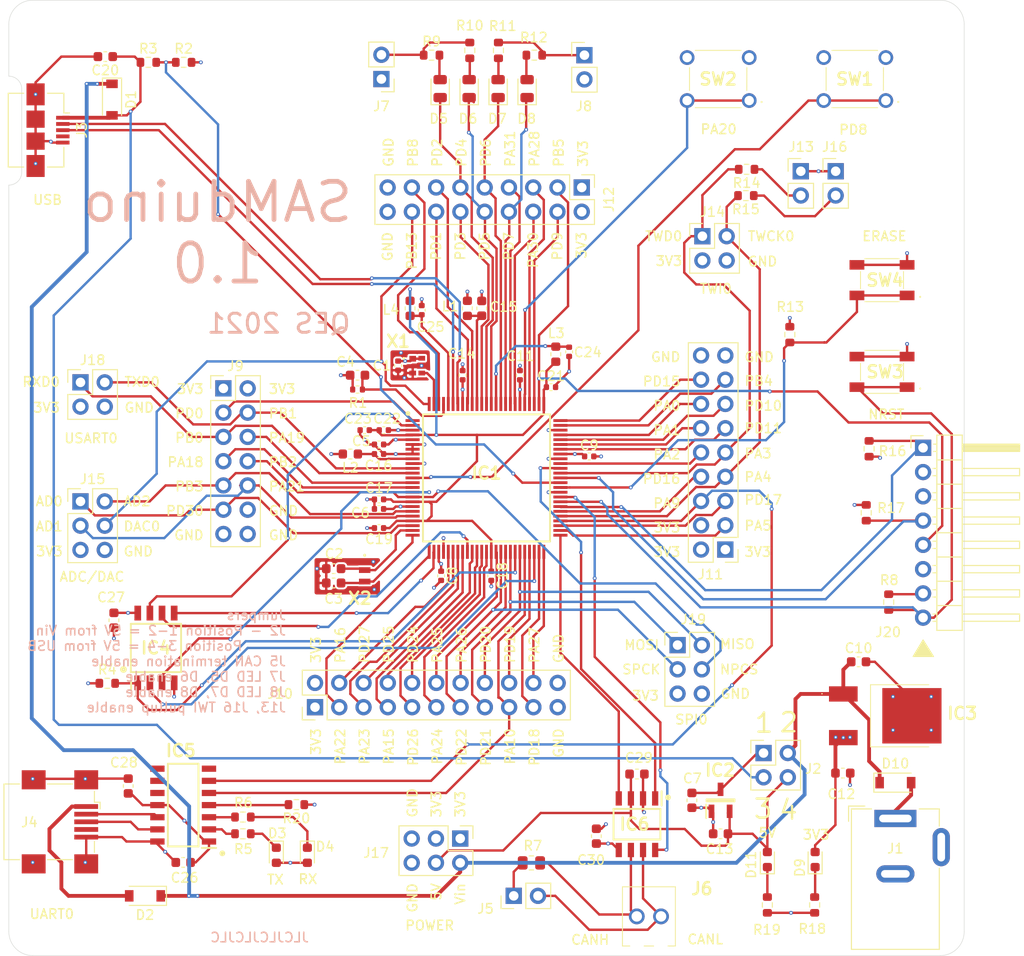
<source format=kicad_pcb>
(kicad_pcb (version 20171130) (host pcbnew "(5.1.8)-1")
  (layers (0 F.Cu signal) (1 In1.Cu power hide) (2 In2.Cu power hide) (31 B.Cu signal) (36 B.SilkS user) (37 F.SilkS user) (38 B.Mask user hide) (39 F.Mask user hide) (44 Edge.Cuts user))
  (net 0 "")
  (net 1 GND)
  (net 2 VCC3V3)
  (net 3 XIN32)
  (net 4 XOUT32)
  (net 5 "Net-(C4-Pad1)")
  (net 6 "Net-(C7-Pad1)")
  (net 7 VIN)
  (net 8 VDD5V)
  (net 9 VDDPLLUSB)
  (net 10 VREFP)
  (net 11 VDDOUT)
  (net 12 VUSB5V)
  (net 13 VDDPLL)
  (net 14 VDDUTMIC)
  (net 15 "Net-(D2-Pad2)")
  (net 16 "Net-(D3-Pad1)")
  (net 17 "Net-(D4-Pad1)")
  (net 18 "Net-(D5-Pad2)")
  (net 19 PD4)
  (net 20 "Net-(D6-Pad2)")
  (net 21 PD5)
  (net 22 "Net-(D7-Pad2)")
  (net 23 PD6)
  (net 24 "Net-(D8-Pad2)")
  (net 25 PD7)
  (net 26 "Net-(D9-Pad1)")
  (net 27 "Net-(D10-Pad2)")
  (net 28 "Net-(D11-Pad1)")
  (net 29 DAC0)
  (net 30 XIN)
  (net 31 PB8)
  (net 32 HSDP)
  (net 33 HSDM)
  (net 34 PD1)
  (net 35 PD2)
  (net 36 PD3)
  (net 37 PA31)
  (net 38 PA30)
  (net 39 Button2)
  (net 40 PA28)
  (net 41 PD9)
  (net 42 PB5)
  (net 43 PD15)
  (net 44 PB4)
  (net 45 PA0)
  (net 46 PD10)
  (net 47 PA1)
  (net 48 PD11)
  (net 49 PA2)
  (net 50 CANTX)
  (net 51 TWD0)
  (net 52 SWCLK)
  (net 53 VUSB_Detect)
  (net 54 ERASE)
  (net 55 CAN_STBY)
  (net 56 NRST)
  (net 57 SWDIO)
  (net 58 PD16)
  (net 59 TWCK0)
  (net 60 URXD0)
  (net 61 PD17)
  (net 62 PA5)
  (net 63 CANRX)
  (net 64 PA27)
  (net 65 PD18)
  (net 66 QIO1)
  (net 67 PD19)
  (net 68 UTXD0)
  (net 69 SPI0_MISO)
  (net 70 QCS)
  (net 71 SPI0_MOSI)
  (net 72 PA26)
  (net 73 SPI0_SPCK)
  (net 74 PA25)
  (net 75 PA24)
  (net 76 PD24)
  (net 77 PD26)
  (net 78 PD25)
  (net 79 QSCK)
  (net 80 PA15)
  (net 81 PD27)
  (net 82 PA23)
  (net 83 PA16)
  (net 84 QIO0)
  (net 85 PA22)
  (net 86 AFE0_AD0)
  (net 87 AFE0_AD1)
  (net 88 AFE0_AD2)
  (net 89 SPI0_NPCS0)
  (net 90 QIO2)
  (net 91 PA18)
  (net 92 PA19)
  (net 93 Button1)
  (net 94 RXD0)
  (net 95 TXD0)
  (net 96 QIO3)
  (net 97 PD0)
  (net 98 Serial_D+)
  (net 99 Serial_D-)
  (net 100 "Net-(IC5-Pad10)")
  (net 101 "Net-(IC5-Pad9)")
  (net 102 "Net-(IC5-Pad8)")
  (net 103 "Net-(IC5-Pad7)")
  (net 104 "Net-(IC5-Pad3)")
  (net 105 "Net-(IC5-Pad2)")
  (net 106 "Net-(IC6-Pad7)")
  (net 107 "Net-(IC6-Pad6)")
  (net 108 "Net-(J3-Pad4)")
  (net 109 "Net-(J4-Pad4)")
  (net 110 "Net-(J5-Pad1)")
  (net 111 "Net-(J7-Pad2)")
  (net 112 "Net-(J8-Pad1)")
  (net 113 "Net-(J13-Pad2)")
  (net 114 "Net-(J16-Pad2)")
  (net 115 "Net-(IC5-Pad4)")
  (net 116 "Net-(J20-Pad3)")
  (net 117 "Net-(J20-Pad2)")
  (module Resistor_SMD:R_0603_1608Metric (layer F.Cu) (at 63.35 135.45 180)
    (fp_text reference R20 (at 0 -1.43) (layer F.SilkS))
    (fp_text value 10k)
    (pad 2 smd roundrect (at 0.825 0 180) (size 0.8 0.95) (layers F.Cu F.Paste F.Mask) (net 115 "Net-(IC5-Pad4)"))
    (pad 1 smd roundrect (at -0.825 0 180) (size 0.8 0.95) (layers F.Cu F.Paste F.Mask) (net 2 VCC3V3))
  )
  (module SamacSys_Parts:AMPMAFB120000T (layer F.Cu) (at 76 89.5 270)
    (fp_text reference X1 (at -2.55 2) (layer F.SilkS) (effects (font (size 1.27 1.27) (thickness 0.254))))
    (fp_text value AMPMAFB-12.0000T hide)
    (pad 4 smd rect (at -0.775 -0.475 270) (size 0.5 0.7) (layers F.Cu F.Paste F.Mask) (net 2 VCC3V3))
    (pad 3 smd rect (at 0.775 -0.475 270) (size 0.5 0.7) (layers F.Cu F.Paste F.Mask) (net 30 XIN))
    (pad 2 smd rect (at 0.775 0.475 270) (size 0.5 0.7) (layers F.Cu F.Paste F.Mask) (net 1 GND))
    (pad 1 smd rect (at -0.725 0.475 270) (size 0.6 0.7) (layers F.Cu F.Paste F.Mask) (net 2 VCC3V3))
  )
  (module SamacSys_Parts:CM9VT1A (layer F.Cu) (at 70.5 111.5 270)
    (fp_text reference X2 (at 2.35 0.5) (layer F.SilkS) (effects (font (size 1.27 1.27) (thickness 0.254))))
    (fp_text value "32.768 kHz 12.5 pF" hide)
    (pad 2 smd rect (at 0.6 0 270) (size 0.6 1.2) (layers F.Cu F.Paste F.Mask) (net 4 XOUT32))
    (pad 1 smd rect (at -0.6 0 270) (size 0.6 1.2) (layers F.Cu F.Paste F.Mask) (net 3 XIN32))
  )
  (module SamacSys_Parts:PTS647SK38SMTR2LFS (layer F.Cu) (at 124.65 80.55 180)
    (fp_text reference SW4 (at -0.325 0) (layer F.SilkS) (effects (font (size 1.27 1.27) (thickness 0.254))))
    (fp_text value ERASE hide)
    (pad 4 smd rect (at 2.625 1.6 270) (size 1 1.55) (layers F.Cu F.Paste F.Mask) (net 2 VCC3V3))
    (pad 3 smd rect (at -2.625 1.6 270) (size 1 1.55) (layers F.Cu F.Paste F.Mask) (net 2 VCC3V3))
    (pad 2 smd rect (at 2.625 -1.6 270) (size 1 1.55) (layers F.Cu F.Paste F.Mask) (net 54 ERASE))
    (pad 1 smd rect (at -2.625 -1.6 270) (size 1 1.55) (layers F.Cu F.Paste F.Mask) (net 54 ERASE))
  )
  (module SamacSys_Parts:PTS647SK38SMTR2LFS (layer F.Cu) (at 124.65 90.15 180)
    (fp_text reference SW3 (at -0.325 0) (layer F.SilkS) (effects (font (size 1.27 1.27) (thickness 0.254))))
    (fp_text value MCLR hide)
    (pad 4 smd rect (at 2.625 1.6 270) (size 1 1.55) (layers F.Cu F.Paste F.Mask) (net 1 GND))
    (pad 3 smd rect (at -2.625 1.6 270) (size 1 1.55) (layers F.Cu F.Paste F.Mask) (net 1 GND))
    (pad 2 smd rect (at 2.625 -1.6 270) (size 1 1.55) (layers F.Cu F.Paste F.Mask) (net 56 NRST))
    (pad 1 smd rect (at -2.625 -1.6 270) (size 1 1.55) (layers F.Cu F.Paste F.Mask) (net 56 NRST))
  )
  (module SamacSys_Parts:FSM16JH (layer F.Cu) (at 110.75 61.75)
    (fp_text reference SW2 (at -3.25 -2.25) (layer F.SilkS) (effects (font (size 1.27 1.27) (thickness 0.254))))
    (fp_text value SW_MEC_5E hide)
    (pad 4 thru_hole circle (at -6.5 -4.5) (size 1.54 1.54) (drill 0.99) (layers *.Cu *.Mask) (net 1 GND))
    (pad 3 thru_hole circle (at 0 -4.5) (size 1.54 1.54) (drill 0.99) (layers *.Cu *.Mask) (net 1 GND))
    (pad 2 thru_hole circle (at -6.5 0) (size 1.54 1.54) (drill 0.99) (layers *.Cu *.Mask) (net 39 Button2))
    (pad 1 thru_hole circle (at 0 0) (size 1.54 1.54) (drill 0.99) (layers *.Cu *.Mask) (net 39 Button2))
  )
  (module SamacSys_Parts:FSM16JH (layer F.Cu) (at 125.05 61.75)
    (fp_text reference SW1 (at -3.25 -2.25) (layer F.SilkS) (effects (font (size 1.27 1.27) (thickness 0.254))))
    (fp_text value SW_MEC_5E hide)
    (pad 4 thru_hole circle (at -6.5 -4.5) (size 1.54 1.54) (drill 0.99) (layers *.Cu *.Mask) (net 1 GND))
    (pad 3 thru_hole circle (at 0 -4.5) (size 1.54 1.54) (drill 0.99) (layers *.Cu *.Mask) (net 1 GND))
    (pad 2 thru_hole circle (at -6.5 0) (size 1.54 1.54) (drill 0.99) (layers *.Cu *.Mask) (net 93 Button1))
    (pad 1 thru_hole circle (at 0 0) (size 1.54 1.54) (drill 0.99) (layers *.Cu *.Mask) (net 93 Button1))
  )
  (module Resistor_SMD:R_0603_1608Metric (layer F.Cu) (at 112.65 145.95 270)
    (fp_text reference R19 (at 2.6 0.05 180) (layer F.SilkS))
    (fp_text value 330R)
    (pad 2 smd roundrect (at 0.825 0 270) (size 0.8 0.95) (layers F.Cu F.Paste F.Mask) (net 1 GND))
    (pad 1 smd roundrect (at -0.825 0 270) (size 0.8 0.95) (layers F.Cu F.Paste F.Mask) (net 28 "Net-(D11-Pad1)"))
  )
  (module Resistor_SMD:R_0603_1608Metric (layer F.Cu) (at 117.6 145.95 270)
    (fp_text reference R18 (at 2.5 0.25 180) (layer F.SilkS))
    (fp_text value 220R)
    (pad 2 smd roundrect (at 0.825 0 270) (size 0.8 0.95) (layers F.Cu F.Paste F.Mask) (net 1 GND))
    (pad 1 smd roundrect (at -0.825 0 270) (size 0.8 0.95) (layers F.Cu F.Paste F.Mask) (net 26 "Net-(D9-Pad1)"))
  )
  (module Resistor_SMD:R_0603_1608Metric (layer F.Cu) (at 123 104.9 270)
    (fp_text reference R17 (at -0.5 -2.6 180) (layer F.SilkS))
    (fp_text value 100k)
    (pad 2 smd roundrect (at 0.825 0 270) (size 0.8 0.95) (layers F.Cu F.Paste F.Mask) (net 52 SWCLK))
    (pad 1 smd roundrect (at -0.825 0 270) (size 0.8 0.95) (layers F.Cu F.Paste F.Mask) (net 2 VCC3V3))
  )
  (module Resistor_SMD:R_0603_1608Metric (layer F.Cu) (at 123.3 98.2 90)
    (fp_text reference R16 (at -0.25 2.45 180) (layer F.SilkS))
    (fp_text value 100k)
    (pad 2 smd roundrect (at 0.825 0 90) (size 0.8 0.95) (layers F.Cu F.Paste F.Mask) (net 57 SWDIO))
    (pad 1 smd roundrect (at -0.825 0 90) (size 0.8 0.95) (layers F.Cu F.Paste F.Mask) (net 2 VCC3V3))
  )
  (module Resistor_SMD:R_0603_1608Metric (layer F.Cu) (at 110.4 71.7 180)
    (fp_text reference R15 (at 0 -1.43) (layer F.SilkS))
    (fp_text value 4k7)
    (pad 2 smd roundrect (at 0.825 0 180) (size 0.8 0.95) (layers F.Cu F.Paste F.Mask) (net 59 TWCK0))
    (pad 1 smd roundrect (at -0.825 0 180) (size 0.8 0.95) (layers F.Cu F.Paste F.Mask) (net 114 "Net-(J16-Pad2)"))
  )
  (module Resistor_SMD:R_0603_1608Metric (layer F.Cu) (at 110.475 68.95 180)
    (fp_text reference R14 (at 0 -1.43) (layer F.SilkS))
    (fp_text value 4k7)
    (pad 2 smd roundrect (at 0.825 0 180) (size 0.8 0.95) (layers F.Cu F.Paste F.Mask) (net 51 TWD0))
    (pad 1 smd roundrect (at -0.825 0 180) (size 0.8 0.95) (layers F.Cu F.Paste F.Mask) (net 113 "Net-(J13-Pad2)"))
  )
  (module Resistor_SMD:R_0603_1608Metric (layer F.Cu) (at 115 86.25 90)
    (fp_text reference R13 (at 2.9 0.05 180) (layer F.SilkS))
    (fp_text value 10k)
    (pad 2 smd roundrect (at 0.825 0 90) (size 0.8 0.95) (layers F.Cu F.Paste F.Mask) (net 1 GND))
    (pad 1 smd roundrect (at -0.825 0 90) (size 0.8 0.95) (layers F.Cu F.Paste F.Mask) (net 54 ERASE))
  )
  (module Resistor_SMD:R_0603_1608Metric (layer F.Cu) (at 88.25 57 180)
    (fp_text reference R12 (at 0.05 1.85) (layer F.SilkS))
    (fp_text value 220R)
    (pad 2 smd roundrect (at 0.825 0 180) (size 0.8 0.95) (layers F.Cu F.Paste F.Mask) (net 24 "Net-(D8-Pad2)"))
    (pad 1 smd roundrect (at -0.825 0 180) (size 0.8 0.95) (layers F.Cu F.Paste F.Mask) (net 112 "Net-(J8-Pad1)"))
  )
  (module Resistor_SMD:R_0603_1608Metric (layer F.Cu) (at 84.5 56.5 270)
    (fp_text reference R11 (at -2.55 -0.45 180) (layer F.SilkS))
    (fp_text value 220R)
    (pad 2 smd roundrect (at 0.825 0 270) (size 0.8 0.95) (layers F.Cu F.Paste F.Mask) (net 22 "Net-(D7-Pad2)"))
    (pad 1 smd roundrect (at -0.825 0 270) (size 0.8 0.95) (layers F.Cu F.Paste F.Mask) (net 112 "Net-(J8-Pad1)"))
  )
  (module Resistor_SMD:R_0603_1608Metric (layer F.Cu) (at 81.5 56.5 270)
    (fp_text reference R10 (at -2.6 0 180) (layer F.SilkS))
    (fp_text value 220R)
    (pad 2 smd roundrect (at 0.825 0 270) (size 0.8 0.95) (layers F.Cu F.Paste F.Mask) (net 20 "Net-(D6-Pad2)"))
    (pad 1 smd roundrect (at -0.825 0 270) (size 0.8 0.95) (layers F.Cu F.Paste F.Mask) (net 111 "Net-(J7-Pad2)"))
  )
  (module Resistor_SMD:R_0603_1608Metric (layer F.Cu) (at 77.5 57)
    (fp_text reference R9 (at 0 -1.43) (layer F.SilkS))
    (fp_text value 220R)
    (pad 2 smd roundrect (at 0.825 0) (size 0.8 0.95) (layers F.Cu F.Paste F.Mask) (net 18 "Net-(D5-Pad2)"))
    (pad 1 smd roundrect (at -0.825 0) (size 0.8 0.95) (layers F.Cu F.Paste F.Mask) (net 111 "Net-(J7-Pad2)"))
  )
  (module Resistor_SMD:R_0603_1608Metric (layer F.Cu) (at 125.35 114.25 90)
    (fp_text reference R8 (at 2.3 0.05 180) (layer F.SilkS))
    (fp_text value 100k)
    (pad 2 smd roundrect (at 0.825 0 90) (size 0.8 0.95) (layers F.Cu F.Paste F.Mask) (net 2 VCC3V3))
    (pad 1 smd roundrect (at -0.825 0 90) (size 0.8 0.95) (layers F.Cu F.Paste F.Mask) (net 56 NRST))
  )
  (module Resistor_SMD:R_0805_2012Metric (layer F.Cu) (at 87.95 141.55)
    (fp_text reference R7 (at 0.15 -1.8) (layer F.SilkS))
    (fp_text value 120R)
    (pad 2 smd roundrect (at 0.9125 0) (size 1.025 1.4) (layers F.Cu F.Paste F.Mask) (roundrect_rratio 0.2439014634146341) (net 107 "Net-(IC6-Pad6)"))
    (pad 1 smd roundrect (at -0.9125 0) (size 1.025 1.4) (layers F.Cu F.Paste F.Mask) (roundrect_rratio 0.2439014634146341) (net 110 "Net-(J5-Pad1)"))
  )
  (module Resistor_SMD:R_0603_1608Metric (layer F.Cu) (at 57.75 136.75)
    (fp_text reference R6 (at 0.05 -1.5) (layer F.SilkS))
    (fp_text value 220R)
    (pad 2 smd roundrect (at 0.825 0) (size 0.8 0.95) (layers F.Cu F.Paste F.Mask) (net 17 "Net-(D4-Pad1)"))
    (pad 1 smd roundrect (at -0.825 0) (size 0.8 0.95) (layers F.Cu F.Paste F.Mask) (net 104 "Net-(IC5-Pad3)"))
  )
  (module Resistor_SMD:R_0603_1608Metric (layer F.Cu) (at 57.75 138.5)
    (fp_text reference R5 (at 0.05 1.6) (layer F.SilkS))
    (fp_text value 220R)
    (pad 2 smd roundrect (at 0.825 0) (size 0.8 0.95) (layers F.Cu F.Paste F.Mask) (net 16 "Net-(D3-Pad1)"))
    (pad 1 smd roundrect (at -0.825 0) (size 0.8 0.95) (layers F.Cu F.Paste F.Mask) (net 105 "Net-(IC5-Pad2)"))
  )
  (module Resistor_SMD:R_0603_1608Metric (layer F.Cu) (at 43.55 122.75)
    (fp_text reference R4 (at 0 -1.43) (layer F.SilkS))
    (fp_text value 100k)
    (pad 2 smd roundrect (at 0.825 0) (size 0.8 0.95) (layers F.Cu F.Paste F.Mask) (net 70 QCS))
    (pad 1 smd roundrect (at -0.825 0) (size 0.8 0.95) (layers F.Cu F.Paste F.Mask) (net 2 VCC3V3))
  )
  (module Resistor_SMD:R_0603_1608Metric (layer F.Cu) (at 47.85 57.75)
    (fp_text reference R3 (at 0 -1.43) (layer F.SilkS))
    (fp_text value 15k)
    (pad 2 smd roundrect (at 0.825 0) (size 0.8 0.95) (layers F.Cu F.Paste F.Mask) (net 53 VUSB_Detect))
    (pad 1 smd roundrect (at -0.825 0) (size 0.8 0.95) (layers F.Cu F.Paste F.Mask) (net 12 VUSB5V))
  )
  (module Resistor_SMD:R_0603_1608Metric (layer F.Cu) (at 51.55 57.75)
    (fp_text reference R2 (at 0 -1.43) (layer F.SilkS))
    (fp_text value 22k)
    (pad 2 smd roundrect (at 0.825 0) (size 0.8 0.95) (layers F.Cu F.Paste F.Mask) (net 1 GND))
    (pad 1 smd roundrect (at -0.825 0) (size 0.8 0.95) (layers F.Cu F.Paste F.Mask) (net 53 VUSB_Detect))
  )
  (module Resistor_SMD:R_0402_1005Metric (layer F.Cu) (at 69.75 92 180)
    (fp_text reference R1 (at -0.05 -1.4) (layer F.SilkS))
    (fp_text value "5k62 ± 1%")
    (pad 2 smd roundrect (at 0.51 0 180) (size 0.54 0.64) (layers F.Cu F.Paste F.Mask) (net 1 GND))
    (pad 1 smd roundrect (at -0.51 0 180) (size 0.54 0.64) (layers F.Cu F.Paste F.Mask) (net 5 "Net-(C4-Pad1)"))
  )
  (module Inductor_SMD:L_0603_1608Metric (layer F.Cu) (at 75.25 83.5 90)
    (fp_text reference L4 (at -0.15 -2 180) (layer F.SilkS))
    (fp_text value 470R)
    (pad 2 smd roundrect (at 0.7875 0 90) (size 0.875 0.95) (layers F.Cu F.Paste F.Mask) (net 11 VDDOUT))
    (pad 1 smd roundrect (at -0.7875 0 90) (size 0.875 0.95) (layers F.Cu F.Paste F.Mask) (net 14 VDDUTMIC))
  )
  (module Inductor_SMD:L_0603_1608Metric (layer F.Cu) (at 90.5 88.3 270)
    (fp_text reference L3 (at -2.2 -0.05 180) (layer F.SilkS))
    (fp_text value 470R)
    (pad 2 smd roundrect (at 0.7875 0 270) (size 0.875 0.95) (layers F.Cu F.Paste F.Mask) (net 11 VDDOUT))
    (pad 1 smd roundrect (at -0.7875 0 270) (size 0.875 0.95) (layers F.Cu F.Paste F.Mask) (net 13 VDDPLL))
  )
  (module Inductor_SMD:L_0603_1608Metric (layer F.Cu) (at 69 98.75 180)
    (fp_text reference L2 (at 0 -1.43) (layer F.SilkS))
    (fp_text value 470R)
    (pad 2 smd roundrect (at 0.7875 0 180) (size 0.875 0.95) (layers F.Cu F.Paste F.Mask) (net 2 VCC3V3))
    (pad 1 smd roundrect (at -0.7875 0 180) (size 0.875 0.95) (layers F.Cu F.Paste F.Mask) (net 10 VREFP))
  )
  (module Inductor_SMD:L_0603_1608Metric (layer F.Cu) (at 81.25 83.5 90)
    (fp_text reference L1 (at 0.2 -1.8 180) (layer F.SilkS))
    (fp_text value 10uH)
    (pad 2 smd roundrect (at 0.7875 0 90) (size 0.875 0.95) (layers F.Cu F.Paste F.Mask) (net 2 VCC3V3))
    (pad 1 smd roundrect (at -0.7875 0 90) (size 0.875 0.95) (layers F.Cu F.Paste F.Mask) (net 9 VDDPLLUSB))
  )
  (module Connector_PinHeader_2.54mm:PinHeader_1x08_P2.54mm_Horizontal (layer F.Cu) (at 128.95 98.1)
    (fp_text reference J20 (at -3.65 19.3) (layer F.SilkS))
    (fp_text value Conn_01x08)
    (pad 8 thru_hole oval (at 0 17.78) (size 1.7 1.7) (drill 1) (layers *.Cu *.Mask) (net 56 NRST))
    (pad 7 thru_hole oval (at 0 15.24) (size 1.7 1.7) (drill 1) (layers *.Cu *.Mask) (net 2 VCC3V3))
    (pad 6 thru_hole oval (at 0 12.7) (size 1.7 1.7) (drill 1) (layers *.Cu *.Mask) (net 1 GND))
    (pad 5 thru_hole oval (at 0 10.16) (size 1.7 1.7) (drill 1) (layers *.Cu *.Mask) (net 42 PB5))
    (pad 4 thru_hole oval (at 0 7.62) (size 1.7 1.7) (drill 1) (layers *.Cu *.Mask) (net 52 SWCLK))
    (pad 3 thru_hole oval (at 0 5.08) (size 1.7 1.7) (drill 1) (layers *.Cu *.Mask) (net 116 "Net-(J20-Pad3)"))
    (pad 2 thru_hole oval (at 0 2.54) (size 1.7 1.7) (drill 1) (layers *.Cu *.Mask) (net 117 "Net-(J20-Pad2)"))
    (pad 1 thru_hole rect (at 0 0) (size 1.7 1.7) (drill 1) (layers *.Cu *.Mask) (net 57 SWDIO))
  )
  (module Connector_PinHeader_2.54mm:PinHeader_2x03_P2.54mm_Vertical (layer F.Cu) (at 103.25 118.75)
    (fp_text reference J19 (at 1.65 -2.7) (layer F.SilkS))
    (fp_text value Conn_02x03_Odd_Even)
    (pad 6 thru_hole oval (at 2.54 5.08) (size 1.7 1.7) (drill 1) (layers *.Cu *.Mask) (net 1 GND))
    (pad 5 thru_hole oval (at 0 5.08) (size 1.7 1.7) (drill 1) (layers *.Cu *.Mask) (net 2 VCC3V3))
    (pad 4 thru_hole oval (at 2.54 2.54) (size 1.7 1.7) (drill 1) (layers *.Cu *.Mask) (net 89 SPI0_NPCS0))
    (pad 3 thru_hole oval (at 0 2.54) (size 1.7 1.7) (drill 1) (layers *.Cu *.Mask) (net 73 SPI0_SPCK))
    (pad 2 thru_hole oval (at 2.54 0) (size 1.7 1.7) (drill 1) (layers *.Cu *.Mask) (net 69 SPI0_MISO))
    (pad 1 thru_hole rect (at 0 0) (size 1.7 1.7) (drill 1) (layers *.Cu *.Mask) (net 71 SPI0_MOSI))
  )
  (module Connector_PinHeader_2.54mm:PinHeader_2x02_P2.54mm_Vertical (layer F.Cu) (at 40.75 91.25)
    (fp_text reference J18 (at 1.27 -2.33) (layer F.SilkS))
    (fp_text value Conn_02x02_Odd_Even)
    (pad 4 thru_hole oval (at 2.54 2.54) (size 1.7 1.7) (drill 1) (layers *.Cu *.Mask) (net 1 GND))
    (pad 3 thru_hole oval (at 0 2.54) (size 1.7 1.7) (drill 1) (layers *.Cu *.Mask) (net 2 VCC3V3))
    (pad 2 thru_hole oval (at 2.54 0) (size 1.7 1.7) (drill 1) (layers *.Cu *.Mask) (net 95 TXD0))
    (pad 1 thru_hole rect (at 0 0) (size 1.7 1.7) (drill 1) (layers *.Cu *.Mask) (net 94 RXD0))
  )
  (module Connector_PinHeader_2.54mm:PinHeader_2x03_P2.54mm_Vertical (layer F.Cu) (at 80.5 139 270)
    (fp_text reference J17 (at 1.5 8.8 180) (layer F.SilkS))
    (fp_text value Conn_02x03_Odd_Even)
    (pad 6 thru_hole oval (at 2.54 5.08 270) (size 1.7 1.7) (drill 1) (layers *.Cu *.Mask) (net 1 GND))
    (pad 5 thru_hole oval (at 0 5.08 270) (size 1.7 1.7) (drill 1) (layers *.Cu *.Mask) (net 1 GND))
    (pad 4 thru_hole oval (at 2.54 2.54 270) (size 1.7 1.7) (drill 1) (layers *.Cu *.Mask) (net 8 VDD5V))
    (pad 3 thru_hole oval (at 0 2.54 270) (size 1.7 1.7) (drill 1) (layers *.Cu *.Mask) (net 2 VCC3V3))
    (pad 2 thru_hole oval (at 2.54 0 270) (size 1.7 1.7) (drill 1) (layers *.Cu *.Mask) (net 7 VIN))
    (pad 1 thru_hole rect (at 0 0 270) (size 1.7 1.7) (drill 1) (layers *.Cu *.Mask) (net 2 VCC3V3))
  )
  (module Connector_PinHeader_2.54mm:PinHeader_1x02_P2.54mm_Vertical (layer F.Cu) (at 119.8 69.15)
    (fp_text reference J16 (at -0.1 -2.55) (layer F.SilkS))
    (fp_text value Conn_01x02)
    (pad 2 thru_hole oval (at 0 2.54) (size 1.7 1.7) (drill 1) (layers *.Cu *.Mask) (net 114 "Net-(J16-Pad2)"))
    (pad 1 thru_hole rect (at 0 0) (size 1.7 1.7) (drill 1) (layers *.Cu *.Mask) (net 2 VCC3V3))
  )
  (module Connector_PinHeader_2.54mm:PinHeader_2x03_P2.54mm_Vertical (layer F.Cu) (at 40.75 103.71)
    (fp_text reference J15 (at 1.27 -2.33) (layer F.SilkS))
    (fp_text value Conn_02x03_Odd_Even)
    (pad 6 thru_hole oval (at 2.54 5.08) (size 1.7 1.7) (drill 1) (layers *.Cu *.Mask) (net 1 GND))
    (pad 5 thru_hole oval (at 0 5.08) (size 1.7 1.7) (drill 1) (layers *.Cu *.Mask) (net 2 VCC3V3))
    (pad 4 thru_hole oval (at 2.54 2.54) (size 1.7 1.7) (drill 1) (layers *.Cu *.Mask) (net 29 DAC0))
    (pad 3 thru_hole oval (at 0 2.54) (size 1.7 1.7) (drill 1) (layers *.Cu *.Mask) (net 87 AFE0_AD1))
    (pad 2 thru_hole oval (at 2.54 0) (size 1.7 1.7) (drill 1) (layers *.Cu *.Mask) (net 88 AFE0_AD2))
    (pad 1 thru_hole rect (at 0 0) (size 1.7 1.7) (drill 1) (layers *.Cu *.Mask) (net 86 AFE0_AD0))
  )
  (module Connector_PinHeader_2.54mm:PinHeader_2x02_P2.54mm_Vertical (layer F.Cu) (at 105.85 75.95)
    (fp_text reference J14 (at 1.05 -2.55) (layer F.SilkS))
    (fp_text value Conn_02x02_Odd_Even)
    (pad 4 thru_hole oval (at 2.54 2.54) (size 1.7 1.7) (drill 1) (layers *.Cu *.Mask) (net 1 GND))
    (pad 3 thru_hole oval (at 0 2.54) (size 1.7 1.7) (drill 1) (layers *.Cu *.Mask) (net 2 VCC3V3))
    (pad 2 thru_hole oval (at 2.54 0) (size 1.7 1.7) (drill 1) (layers *.Cu *.Mask) (net 59 TWCK0))
    (pad 1 thru_hole rect (at 0 0) (size 1.7 1.7) (drill 1) (layers *.Cu *.Mask) (net 51 TWD0))
  )
  (module Connector_PinHeader_2.54mm:PinHeader_1x02_P2.54mm_Vertical (layer F.Cu) (at 116.15 69.15)
    (fp_text reference J13 (at 0.05 -2.55) (layer F.SilkS))
    (fp_text value Conn_01x02)
    (pad 2 thru_hole oval (at 0 2.54) (size 1.7 1.7) (drill 1) (layers *.Cu *.Mask) (net 113 "Net-(J13-Pad2)"))
    (pad 1 thru_hole rect (at 0 0) (size 1.7 1.7) (drill 1) (layers *.Cu *.Mask) (net 2 VCC3V3))
  )
  (module Connector_PinHeader_2.54mm:PinHeader_2x09_P2.54mm_Vertical (layer F.Cu) (at 93.22 70.85 270)
    (fp_text reference J12 (at 1.25 -2.85 90) (layer F.SilkS))
    (fp_text value Conn_02x09_Odd_Even)
    (pad 18 thru_hole oval (at 2.54 20.32 270) (size 1.7 1.7) (drill 1) (layers *.Cu *.Mask) (net 1 GND))
    (pad 17 thru_hole oval (at 0 20.32 270) (size 1.7 1.7) (drill 1) (layers *.Cu *.Mask) (net 1 GND))
    (pad 16 thru_hole oval (at 2.54 17.78 270) (size 1.7 1.7) (drill 1) (layers *.Cu *.Mask) (net 29 DAC0))
    (pad 15 thru_hole oval (at 0 17.78 270) (size 1.7 1.7) (drill 1) (layers *.Cu *.Mask) (net 31 PB8))
    (pad 14 thru_hole oval (at 2.54 15.24 270) (size 1.7 1.7) (drill 1) (layers *.Cu *.Mask) (net 34 PD1))
    (pad 13 thru_hole oval (at 0 15.24 270) (size 1.7 1.7) (drill 1) (layers *.Cu *.Mask) (net 35 PD2))
    (pad 12 thru_hole oval (at 2.54 12.7 270) (size 1.7 1.7) (drill 1) (layers *.Cu *.Mask) (net 36 PD3))
    (pad 11 thru_hole oval (at 0 12.7 270) (size 1.7 1.7) (drill 1) (layers *.Cu *.Mask) (net 19 PD4))
    (pad 10 thru_hole oval (at 2.54 10.16 270) (size 1.7 1.7) (drill 1) (layers *.Cu *.Mask) (net 21 PD5))
    (pad 9 thru_hole oval (at 0 10.16 270) (size 1.7 1.7) (drill 1) (layers *.Cu *.Mask) (net 23 PD6))
    (pad 8 thru_hole oval (at 2.54 7.62 270) (size 1.7 1.7) (drill 1) (layers *.Cu *.Mask) (net 25 PD7))
    (pad 7 thru_hole oval (at 0 7.62 270) (size 1.7 1.7) (drill 1) (layers *.Cu *.Mask) (net 37 PA31))
    (pad 6 thru_hole oval (at 2.54 5.08 270) (size 1.7 1.7) (drill 1) (layers *.Cu *.Mask) (net 38 PA30))
    (pad 5 thru_hole oval (at 0 5.08 270) (size 1.7 1.7) (drill 1) (layers *.Cu *.Mask) (net 40 PA28))
    (pad 4 thru_hole oval (at 2.54 2.54 270) (size 1.7 1.7) (drill 1) (layers *.Cu *.Mask) (net 41 PD9))
    (pad 3 thru_hole oval (at 0 2.54 270) (size 1.7 1.7) (drill 1) (layers *.Cu *.Mask) (net 42 PB5))
    (pad 2 thru_hole oval (at 2.54 0 270) (size 1.7 1.7) (drill 1) (layers *.Cu *.Mask) (net 2 VCC3V3))
    (pad 1 thru_hole rect (at 0 0 270) (size 1.7 1.7) (drill 1) (layers *.Cu *.Mask) (net 2 VCC3V3))
  )
  (module Connector_PinHeader_2.54mm:PinHeader_2x09_P2.54mm_Vertical (layer F.Cu) (at 108.25 108.75 180)
    (fp_text reference J11 (at 1.55 -2.6) (layer F.SilkS))
    (fp_text value Conn_02x09_Odd_Even)
    (pad 18 thru_hole oval (at 2.54 20.32 180) (size 1.7 1.7) (drill 1) (layers *.Cu *.Mask) (net 1 GND))
    (pad 17 thru_hole oval (at 0 20.32 180) (size 1.7 1.7) (drill 1) (layers *.Cu *.Mask) (net 1 GND))
    (pad 16 thru_hole oval (at 2.54 17.78 180) (size 1.7 1.7) (drill 1) (layers *.Cu *.Mask) (net 43 PD15))
    (pad 15 thru_hole oval (at 0 17.78 180) (size 1.7 1.7) (drill 1) (layers *.Cu *.Mask) (net 44 PB4))
    (pad 14 thru_hole oval (at 2.54 15.24 180) (size 1.7 1.7) (drill 1) (layers *.Cu *.Mask) (net 45 PA0))
    (pad 13 thru_hole oval (at 0 15.24 180) (size 1.7 1.7) (drill 1) (layers *.Cu *.Mask) (net 46 PD10))
    (pad 12 thru_hole oval (at 2.54 12.7 180) (size 1.7 1.7) (drill 1) (layers *.Cu *.Mask) (net 47 PA1))
    (pad 11 thru_hole oval (at 0 12.7 180) (size 1.7 1.7) (drill 1) (layers *.Cu *.Mask) (net 48 PD11))
    (pad 10 thru_hole oval (at 2.54 10.16 180) (size 1.7 1.7) (drill 1) (layers *.Cu *.Mask) (net 49 PA2))
    (pad 9 thru_hole oval (at 0 10.16 180) (size 1.7 1.7) (drill 1) (layers *.Cu *.Mask) (net 51 TWD0))
    (pad 8 thru_hole oval (at 2.54 7.62 180) (size 1.7 1.7) (drill 1) (layers *.Cu *.Mask) (net 58 PD16))
    (pad 7 thru_hole oval (at 0 7.62 180) (size 1.7 1.7) (drill 1) (layers *.Cu *.Mask) (net 59 TWCK0))
    (pad 6 thru_hole oval (at 2.54 5.08 180) (size 1.7 1.7) (drill 1) (layers *.Cu *.Mask) (net 60 URXD0))
    (pad 5 thru_hole oval (at 0 5.08 180) (size 1.7 1.7) (drill 1) (layers *.Cu *.Mask) (net 61 PD17))
    (pad 4 thru_hole oval (at 2.54 2.54 180) (size 1.7 1.7) (drill 1) (layers *.Cu *.Mask) (net 2 VCC3V3))
    (pad 3 thru_hole oval (at 0 2.54 180) (size 1.7 1.7) (drill 1) (layers *.Cu *.Mask) (net 62 PA5))
    (pad 2 thru_hole oval (at 2.54 0 180) (size 1.7 1.7) (drill 1) (layers *.Cu *.Mask) (net 2 VCC3V3))
    (pad 1 thru_hole rect (at 0 0 180) (size 1.7 1.7) (drill 1) (layers *.Cu *.Mask) (net 2 VCC3V3))
  )
  (module Connector_PinHeader_2.54mm:PinHeader_2x11_P2.54mm_Vertical (layer F.Cu) (at 65.3 125.25 90)
    (fp_text reference J10 (at 1.4 -3.65 180) (layer F.SilkS))
    (fp_text value Conn_02x11_Odd_Even)
    (pad 22 thru_hole oval (at 2.54 25.4 90) (size 1.7 1.7) (drill 1) (layers *.Cu *.Mask) (net 1 GND))
    (pad 21 thru_hole oval (at 0 25.4 90) (size 1.7 1.7) (drill 1) (layers *.Cu *.Mask) (net 1 GND))
    (pad 20 thru_hole oval (at 2.54 22.86 90) (size 1.7 1.7) (drill 1) (layers *.Cu *.Mask) (net 64 PA27))
    (pad 19 thru_hole oval (at 0 22.86 90) (size 1.7 1.7) (drill 1) (layers *.Cu *.Mask) (net 65 PD18))
    (pad 18 thru_hole oval (at 2.54 20.32 90) (size 1.7 1.7) (drill 1) (layers *.Cu *.Mask) (net 67 PD19))
    (pad 17 thru_hole oval (at 0 20.32 90) (size 1.7 1.7) (drill 1) (layers *.Cu *.Mask) (net 68 UTXD0))
    (pad 16 thru_hole oval (at 2.54 17.78 90) (size 1.7 1.7) (drill 1) (layers *.Cu *.Mask) (net 69 SPI0_MISO))
    (pad 15 thru_hole oval (at 0 17.78 90) (size 1.7 1.7) (drill 1) (layers *.Cu *.Mask) (net 71 SPI0_MOSI))
    (pad 14 thru_hole oval (at 2.54 15.24 90) (size 1.7 1.7) (drill 1) (layers *.Cu *.Mask) (net 72 PA26))
    (pad 13 thru_hole oval (at 0 15.24 90) (size 1.7 1.7) (drill 1) (layers *.Cu *.Mask) (net 73 SPI0_SPCK))
    (pad 12 thru_hole oval (at 2.54 12.7 90) (size 1.7 1.7) (drill 1) (layers *.Cu *.Mask) (net 74 PA25))
    (pad 11 thru_hole oval (at 0 12.7 90) (size 1.7 1.7) (drill 1) (layers *.Cu *.Mask) (net 75 PA24))
    (pad 10 thru_hole oval (at 2.54 10.16 90) (size 1.7 1.7) (drill 1) (layers *.Cu *.Mask) (net 76 PD24))
    (pad 9 thru_hole oval (at 0 10.16 90) (size 1.7 1.7) (drill 1) (layers *.Cu *.Mask) (net 77 PD26))
    (pad 8 thru_hole oval (at 2.54 7.62 90) (size 1.7 1.7) (drill 1) (layers *.Cu *.Mask) (net 78 PD25))
    (pad 7 thru_hole oval (at 0 7.62 90) (size 1.7 1.7) (drill 1) (layers *.Cu *.Mask) (net 80 PA15))
    (pad 6 thru_hole oval (at 2.54 5.08 90) (size 1.7 1.7) (drill 1) (layers *.Cu *.Mask) (net 81 PD27))
    (pad 5 thru_hole oval (at 0 5.08 90) (size 1.7 1.7) (drill 1) (layers *.Cu *.Mask) (net 82 PA23))
    (pad 4 thru_hole oval (at 2.54 2.54 90) (size 1.7 1.7) (drill 1) (layers *.Cu *.Mask) (net 83 PA16))
    (pad 3 thru_hole oval (at 0 2.54 90) (size 1.7 1.7) (drill 1) (layers *.Cu *.Mask) (net 85 PA22))
    (pad 2 thru_hole oval (at 2.54 0 90) (size 1.7 1.7) (drill 1) (layers *.Cu *.Mask) (net 2 VCC3V3))
    (pad 1 thru_hole rect (at 0 0 90) (size 1.7 1.7) (drill 1) (layers *.Cu *.Mask) (net 2 VCC3V3))
  )
  (module Connector_PinHeader_2.54mm:PinHeader_2x07_P2.54mm_Vertical (layer F.Cu) (at 55.71 91.88)
    (fp_text reference J9 (at 1.27 -2.33) (layer F.SilkS))
    (fp_text value Conn_02x07_Odd_Even)
    (pad 14 thru_hole oval (at 2.54 15.24) (size 1.7 1.7) (drill 1) (layers *.Cu *.Mask) (net 1 GND))
    (pad 13 thru_hole oval (at 0 15.24) (size 1.7 1.7) (drill 1) (layers *.Cu *.Mask) (net 1 GND))
    (pad 12 thru_hole oval (at 2.54 12.7) (size 1.7 1.7) (drill 1) (layers *.Cu *.Mask) (net 1 GND))
    (pad 11 thru_hole oval (at 0 12.7) (size 1.7 1.7) (drill 1) (layers *.Cu *.Mask) (net 86 AFE0_AD0))
    (pad 10 thru_hole oval (at 2.54 10.16) (size 1.7 1.7) (drill 1) (layers *.Cu *.Mask) (net 87 AFE0_AD1))
    (pad 9 thru_hole oval (at 0 10.16) (size 1.7 1.7) (drill 1) (layers *.Cu *.Mask) (net 88 AFE0_AD2))
    (pad 8 thru_hole oval (at 2.54 7.62) (size 1.7 1.7) (drill 1) (layers *.Cu *.Mask) (net 89 SPI0_NPCS0))
    (pad 7 thru_hole oval (at 0 7.62) (size 1.7 1.7) (drill 1) (layers *.Cu *.Mask) (net 91 PA18))
    (pad 6 thru_hole oval (at 2.54 5.08) (size 1.7 1.7) (drill 1) (layers *.Cu *.Mask) (net 92 PA19))
    (pad 5 thru_hole oval (at 0 5.08) (size 1.7 1.7) (drill 1) (layers *.Cu *.Mask) (net 94 RXD0))
    (pad 4 thru_hole oval (at 2.54 2.54) (size 1.7 1.7) (drill 1) (layers *.Cu *.Mask) (net 95 TXD0))
    (pad 3 thru_hole oval (at 0 2.54) (size 1.7 1.7) (drill 1) (layers *.Cu *.Mask) (net 97 PD0))
    (pad 2 thru_hole oval (at 2.54 0) (size 1.7 1.7) (drill 1) (layers *.Cu *.Mask) (net 2 VCC3V3))
    (pad 1 thru_hole rect (at 0 0) (size 1.7 1.7) (drill 1) (layers *.Cu *.Mask) (net 2 VCC3V3))
  )
  (module Connector_PinHeader_2.54mm:PinHeader_1x02_P2.54mm_Vertical (layer F.Cu) (at 93.5 57)
    (fp_text reference J8 (at -0.05 5.35) (layer F.SilkS))
    (fp_text value Conn_01x02)
    (pad 2 thru_hole oval (at 0 2.54) (size 1.7 1.7) (drill 1) (layers *.Cu *.Mask) (net 2 VCC3V3))
    (pad 1 thru_hole rect (at 0 0) (size 1.7 1.7) (drill 1) (layers *.Cu *.Mask) (net 112 "Net-(J8-Pad1)"))
  )
  (module Connector_PinHeader_2.54mm:PinHeader_1x02_P2.54mm_Vertical (layer F.Cu) (at 72.25 59.5 180)
    (fp_text reference J7 (at 0 -2.85) (layer F.SilkS))
    (fp_text value Conn_01x02)
    (pad 2 thru_hole oval (at 0 2.54 180) (size 1.7 1.7) (drill 1) (layers *.Cu *.Mask) (net 111 "Net-(J7-Pad2)"))
    (pad 1 thru_hole rect (at 0 0 180) (size 1.7 1.7) (drill 1) (layers *.Cu *.Mask) (net 2 VCC3V3))
  )
  (module SamacSys_Parts:1725656 (layer F.Cu) (at 100.25 150.25)
    (fp_text reference J6 (at 5.55 -6) (layer F.SilkS) (effects (font (size 1.27 1.27) (thickness 0.254))))
    (fp_text value Screw_Terminal_01x02 hide)
    (pad 4 np_thru_hole circle (at 1.27 -0.56) (size 1.1 0) (drill 1.1) (layers *.Cu *.Mask))
    (pad 3 np_thru_hole circle (at -1.27 -0.56) (size 1.1 0) (drill 1.1) (layers *.Cu *.Mask))
    (pad 2 thru_hole circle (at 1.27 -3.1) (size 1.65 1.65) (drill 1.1) (layers *.Cu *.Mask) (net 106 "Net-(IC6-Pad7)"))
    (pad 1 thru_hole circle (at -1.27 -3.1) (size 1.65 1.65) (drill 1.1) (layers *.Cu *.Mask) (net 107 "Net-(IC6-Pad6)"))
  )
  (module Connector_PinHeader_2.54mm:PinHeader_1x02_P2.54mm_Vertical (layer F.Cu) (at 86.1 145 90)
    (fp_text reference J5 (at -1.35 -2.95 180) (layer F.SilkS))
    (fp_text value Conn_01x02)
    (pad 2 thru_hole oval (at 0 2.54 90) (size 1.7 1.7) (drill 1) (layers *.Cu *.Mask) (net 106 "Net-(IC6-Pad7)"))
    (pad 1 thru_hole rect (at 0 0 90) (size 1.7 1.7) (drill 1) (layers *.Cu *.Mask) (net 110 "Net-(J5-Pad1)"))
  )
  (module Connector_USB:USB_Mini-B_Wuerth_65100516121_Horizontal (layer F.Cu) (at 38.75 137.25 270)
    (fp_text reference J4 (at 0.05 3.35 180) (layer F.SilkS))
    (fp_text value USB_B_Mini)
    (pad "" np_thru_hole circle (at 2.2 0 270) (size 0.9 0.9) (drill 0.9) (layers *.Cu *.Mask))
    (pad "" np_thru_hole circle (at -2.2 0 270) (size 0.9 0.9) (drill 0.9) (layers *.Cu *.Mask))
    (pad 5 smd rect (at 1.6 -2.6 270) (size 0.5 2.5) (layers F.Cu F.Paste F.Mask) (net 1 GND))
    (pad 4 smd rect (at 0.8 -2.6 270) (size 0.5 2.5) (layers F.Cu F.Paste F.Mask) (net 109 "Net-(J4-Pad4)"))
    (pad 3 smd rect (at 0 -2.6 270) (size 0.5 2.5) (layers F.Cu F.Paste F.Mask) (net 98 Serial_D+))
    (pad 2 smd rect (at -0.8 -2.6 270) (size 0.5 2.5) (layers F.Cu F.Paste F.Mask) (net 99 Serial_D-))
    (pad 1 smd rect (at -1.6 -2.6 270) (size 0.5 2.5) (layers F.Cu F.Paste F.Mask) (net 15 "Net-(D2-Pad2)"))
    (pad 6 smd rect (at 4.4 -2.6 270) (size 2 2.5) (layers F.Cu F.Paste F.Mask) (net 1 GND))
    (pad 6 smd rect (at -4.4 -2.6 270) (size 2 2.5) (layers F.Cu F.Paste F.Mask) (net 1 GND))
    (pad 6 smd rect (at 4.4 2.9 270) (size 2 2.5) (layers F.Cu F.Paste F.Mask) (net 1 GND))
    (pad 6 smd rect (at -4.4 2.9 270) (size 2 2.5) (layers F.Cu F.Paste F.Mask) (net 1 GND))
  )
  (module Connector_USB:USB_Micro-B_Amphenol_10104110_Horizontal (layer F.Cu) (at 37.35 64.85 270)
    (fp_text reference J3 (at 0 -3.55 90) (layer F.SilkS))
    (fp_text value USB_B_Micro)
    (pad 1 smd rect (at -1.3 -1.55 270) (size 0.4 1.4) (layers F.Cu F.Paste F.Mask) (net 12 VUSB5V))
    (pad 2 smd rect (at -0.65 -1.55 270) (size 0.4 1.4) (layers F.Cu F.Paste F.Mask) (net 33 HSDM))
    (pad 3 smd rect (at 0 -1.55 270) (size 0.4 1.4) (layers F.Cu F.Paste F.Mask) (net 32 HSDP))
    (pad 4 smd rect (at 0.65 -1.55 270) (size 0.4 1.4) (layers F.Cu F.Paste F.Mask) (net 108 "Net-(J3-Pad4)"))
    (pad 5 smd rect (at 1.3 -1.55 270) (size 0.4 1.4) (layers F.Cu F.Paste F.Mask) (net 1 GND))
    (pad 6 smd rect (at -3.75 1.3 270) (size 2.3 1.9) (layers F.Cu F.Paste F.Mask) (net 1 GND))
    (pad 6 smd rect (at 3.75 1.3 270) (size 2.3 1.9) (layers F.Cu F.Paste F.Mask) (net 1 GND))
    (pad 6 smd rect (at -1.15 1.3 270) (size 1.8 1.9) (layers F.Cu F.Paste F.Mask) (net 1 GND))
    (pad 6 smd rect (at 1.15 1.3 270) (size 1.8 1.9) (layers F.Cu F.Paste F.Mask) (net 1 GND))
  )
  (module Connector_PinHeader_2.54mm:PinHeader_2x02_P2.54mm_Vertical (layer F.Cu) (at 112.25 130.05)
    (fp_text reference J2 (at 5.2 1.65) (layer F.SilkS))
    (fp_text value Conn_02x02_Odd_Even)
    (pad 4 thru_hole oval (at 2.54 2.54) (size 1.7 1.7) (drill 1) (layers *.Cu *.Mask) (net 8 VDD5V))
    (pad 3 thru_hole oval (at 0 2.54) (size 1.7 1.7) (drill 1) (layers *.Cu *.Mask) (net 12 VUSB5V))
    (pad 2 thru_hole oval (at 2.54 0) (size 1.7 1.7) (drill 1) (layers *.Cu *.Mask) (net 7 VIN))
    (pad 1 thru_hole rect (at 0 0) (size 1.7 1.7) (drill 1) (layers *.Cu *.Mask) (net 6 "Net-(C7-Pad1)"))
  )
  (module Connector_BarrelJack:BarrelJack_Wuerth_6941xx301002 (layer F.Cu) (at 126.05 136.9)
    (fp_text reference J1 (at 0 3.15) (layer F.SilkS))
    (fp_text value Barrel_Jack_Switch)
    (pad 1 thru_hole rect (at 0 0) (size 4.4 1.8) (drill oval 3.4 0.8) (layers *.Cu *.Mask) (net 27 "Net-(D10-Pad2)"))
    (pad 2 thru_hole oval (at 0 5.8) (size 4 1.8) (drill oval 3 0.8) (layers *.Cu *.Mask) (net 1 GND))
    (pad 3 thru_hole oval (at 4.8 3 90) (size 4 1.8) (drill oval 3 0.8) (layers *.Cu *.Mask) (net 1 GND))
  )
  (module SamacSys_Parts:SOIC127P600X175-8N (layer F.Cu) (at 99 137.5 270)
    (fp_text reference IC6 (at 0 0.25 180) (layer F.SilkS) (effects (font (size 1.27 1.27) (thickness 0.254))))
    (fp_text value MCP2542FD-E_SN hide)
    (pad 8 smd rect (at 2.7 -1.905) (size 0.65 1.5) (layers F.Cu F.Paste F.Mask) (net 55 CAN_STBY))
    (pad 7 smd rect (at 2.7 -0.635) (size 0.65 1.5) (layers F.Cu F.Paste F.Mask) (net 106 "Net-(IC6-Pad7)"))
    (pad 6 smd rect (at 2.7 0.635) (size 0.65 1.5) (layers F.Cu F.Paste F.Mask) (net 107 "Net-(IC6-Pad6)"))
    (pad 5 smd rect (at 2.7 1.905) (size 0.65 1.5) (layers F.Cu F.Paste F.Mask) (net 2 VCC3V3))
    (pad 4 smd rect (at -2.7 1.905) (size 0.65 1.5) (layers F.Cu F.Paste F.Mask) (net 63 CANRX))
    (pad 3 smd rect (at -2.7 0.635) (size 0.65 1.5) (layers F.Cu F.Paste F.Mask) (net 8 VDD5V))
    (pad 2 smd rect (at -2.7 -0.635) (size 0.65 1.5) (layers F.Cu F.Paste F.Mask) (net 1 GND))
    (pad 1 smd rect (at -2.7 -1.905) (size 0.65 1.5) (layers F.Cu F.Paste F.Mask) (net 50 CANTX))
  )
  (module SamacSys_Parts:SOIC127P600X175-14N (layer F.Cu) (at 51.5 135.5 180)
    (fp_text reference IC5 (at 0.25 5.7) (layer F.SilkS) (effects (font (size 1.27 1.27) (thickness 0.254))))
    (fp_text value MCP2221-I_SL hide)
    (pad 14 smd rect (at 2.7 -3.81 270) (size 0.65 1.5) (layers F.Cu F.Paste F.Mask) (net 1 GND))
    (pad 13 smd rect (at 2.7 -2.54 270) (size 0.65 1.5) (layers F.Cu F.Paste F.Mask) (net 98 Serial_D+))
    (pad 12 smd rect (at 2.7 -1.27 270) (size 0.65 1.5) (layers F.Cu F.Paste F.Mask) (net 99 Serial_D-))
    (pad 11 smd rect (at 2.7 0 270) (size 0.65 1.5) (layers F.Cu F.Paste F.Mask) (net 2 VCC3V3))
    (pad 10 smd rect (at 2.7 1.27 270) (size 0.65 1.5) (layers F.Cu F.Paste F.Mask) (net 100 "Net-(IC5-Pad10)"))
    (pad 9 smd rect (at 2.7 2.54 270) (size 0.65 1.5) (layers F.Cu F.Paste F.Mask) (net 101 "Net-(IC5-Pad9)"))
    (pad 8 smd rect (at 2.7 3.81 270) (size 0.65 1.5) (layers F.Cu F.Paste F.Mask) (net 102 "Net-(IC5-Pad8)"))
    (pad 7 smd rect (at -2.7 3.81 270) (size 0.65 1.5) (layers F.Cu F.Paste F.Mask) (net 103 "Net-(IC5-Pad7)"))
    (pad 6 smd rect (at -2.7 2.54 270) (size 0.65 1.5) (layers F.Cu F.Paste F.Mask) (net 60 URXD0))
    (pad 5 smd rect (at -2.7 1.27 270) (size 0.65 1.5) (layers F.Cu F.Paste F.Mask) (net 68 UTXD0))
    (pad 4 smd rect (at -2.7 0 270) (size 0.65 1.5) (layers F.Cu F.Paste F.Mask) (net 115 "Net-(IC5-Pad4)"))
    (pad 3 smd rect (at -2.7 -1.27 270) (size 0.65 1.5) (layers F.Cu F.Paste F.Mask) (net 104 "Net-(IC5-Pad3)"))
    (pad 2 smd rect (at -2.7 -2.54 270) (size 0.65 1.5) (layers F.Cu F.Paste F.Mask) (net 105 "Net-(IC5-Pad2)"))
    (pad 1 smd rect (at -2.7 -3.81 270) (size 0.65 1.5) (layers F.Cu F.Paste F.Mask) (net 2 VCC3V3))
  )
  (module SamacSys_Parts:SOIC127P794X203-8N (layer F.Cu) (at 48.65 119.05 90)
    (fp_text reference IC4 (at 0 0 180) (layer F.SilkS) (effects (font (size 1.27 1.27) (thickness 0.254))))
    (fp_text value SST26VF064B-104V_SM hide)
    (pad 8 smd rect (at 3.65 -1.905 180) (size 0.7 1.55) (layers F.Cu F.Paste F.Mask) (net 2 VCC3V3))
    (pad 7 smd rect (at 3.65 -0.635 180) (size 0.7 1.55) (layers F.Cu F.Paste F.Mask) (net 96 QIO3))
    (pad 6 smd rect (at 3.65 0.635 180) (size 0.7 1.55) (layers F.Cu F.Paste F.Mask) (net 79 QSCK))
    (pad 5 smd rect (at 3.65 1.905 180) (size 0.7 1.55) (layers F.Cu F.Paste F.Mask) (net 84 QIO0))
    (pad 4 smd rect (at -3.65 1.905 180) (size 0.7 1.55) (layers F.Cu F.Paste F.Mask) (net 1 GND))
    (pad 3 smd rect (at -3.65 0.635 180) (size 0.7 1.55) (layers F.Cu F.Paste F.Mask) (net 90 QIO2))
    (pad 2 smd rect (at -3.65 -0.635 180) (size 0.7 1.55) (layers F.Cu F.Paste F.Mask) (net 66 QIO1))
    (pad 1 smd rect (at -3.65 -1.905 180) (size 0.7 1.55) (layers F.Cu F.Paste F.Mask) (net 70 QCS))
  )
  (module SamacSys_Parts:NVD5117PLT4GVF01 (layer F.Cu) (at 129.55 126.15 180)
    (fp_text reference IC3 (at -3.5 0.25) (layer F.SilkS) (effects (font (size 1.27 1.27) (thickness 0.254))))
    (fp_text value NCP5501DT33RKG hide)
    (pad 3 smd rect (at 8.95 -2.285 270) (size 1.6 3) (layers F.Cu F.Paste F.Mask) (net 2 VCC3V3))
    (pad 2 smd rect (at 1.77 0 270) (size 5.8 6.2) (layers F.Cu F.Paste F.Mask) (net 1 GND))
    (pad 1 smd rect (at 8.95 2.285 270) (size 1.6 3) (layers F.Cu F.Paste F.Mask) (net 7 VIN))
  )
  (module SamacSys_Parts:SOT95P255X145-3N (layer F.Cu) (at 107.75 135 90)
    (fp_text reference IC2 (at 3.15 -0.05 180) (layer F.SilkS) (effects (font (size 1.27 1.27) (thickness 0.254))))
    (fp_text value MCP1703AT-5002E_CB hide)
    (pad 3 smd rect (at 1.15 0 180) (size 0.6 1.4) (layers F.Cu F.Paste F.Mask) (net 6 "Net-(C7-Pad1)"))
    (pad 2 smd rect (at -1.15 0.95 180) (size 0.6 1.4) (layers F.Cu F.Paste F.Mask) (net 8 VDD5V))
    (pad 1 smd rect (at -1.15 -0.95 180) (size 0.6 1.4) (layers F.Cu F.Paste F.Mask) (net 1 GND))
  )
  (module SamacSys_Parts:QFP50P1600X1600X160-100N (layer F.Cu) (at 83.25 101.25)
    (fp_text reference IC1 (at 0 -0.5) (layer F.SilkS) (effects (font (size 1.27 1.27) (thickness 0.254))))
    (fp_text value ATSAMV71N21B-AABT hide)
    (pad 100 smd rect (at -6 -7.738) (size 0.3 1.475) (layers F.Cu F.Paste F.Mask) (net 29 DAC0))
    (pad 99 smd rect (at -5.5 -7.738) (size 0.3 1.475) (layers F.Cu F.Paste F.Mask) (net 30 XIN))
    (pad 98 smd rect (at -5 -7.738) (size 0.3 1.475) (layers F.Cu F.Paste F.Mask) (net 31 PB8))
    (pad 97 smd rect (at -4.5 -7.738) (size 0.3 1.475) (layers F.Cu F.Paste F.Mask) (net 5 "Net-(C4-Pad1)"))
    (pad 96 smd rect (at -4 -7.738) (size 0.3 1.475) (layers F.Cu F.Paste F.Mask) (net 14 VDDUTMIC))
    (pad 95 smd rect (at -3.5 -7.738) (size 0.3 1.475) (layers F.Cu F.Paste F.Mask) (net 32 HSDP))
    (pad 94 smd rect (at -3 -7.738) (size 0.3 1.475) (layers F.Cu F.Paste F.Mask) (net 33 HSDM))
    (pad 93 smd rect (at -2.5 -7.738) (size 0.3 1.475) (layers F.Cu F.Paste F.Mask) (net 2 VCC3V3))
    (pad 92 smd rect (at -2 -7.738) (size 0.3 1.475) (layers F.Cu F.Paste F.Mask) (net 34 PD1))
    (pad 91 smd rect (at -1.5 -7.738) (size 0.3 1.475) (layers F.Cu F.Paste F.Mask) (net 35 PD2))
    (pad 90 smd rect (at -1 -7.738) (size 0.3 1.475) (layers F.Cu F.Paste F.Mask) (net 9 VDDPLLUSB))
    (pad 89 smd rect (at -0.5 -7.738) (size 0.3 1.475) (layers F.Cu F.Paste F.Mask) (net 36 PD3))
    (pad 88 smd rect (at 0 -7.738) (size 0.3 1.475) (layers F.Cu F.Paste F.Mask) (net 19 PD4))
    (pad 87 smd rect (at 0.5 -7.738) (size 0.3 1.475) (layers F.Cu F.Paste F.Mask) (net 21 PD5))
    (pad 86 smd rect (at 1 -7.738) (size 0.3 1.475) (layers F.Cu F.Paste F.Mask) (net 13 VDDPLL))
    (pad 85 smd rect (at 1.5 -7.738) (size 0.3 1.475) (layers F.Cu F.Paste F.Mask) (net 23 PD6))
    (pad 84 smd rect (at 2 -7.738) (size 0.3 1.475) (layers F.Cu F.Paste F.Mask) (net 25 PD7))
    (pad 83 smd rect (at 2.5 -7.738) (size 0.3 1.475) (layers F.Cu F.Paste F.Mask) (net 37 PA31))
    (pad 82 smd rect (at 3 -7.738) (size 0.3 1.475) (layers F.Cu F.Paste F.Mask) (net 38 PA30))
    (pad 81 smd rect (at 3.5 -7.738) (size 0.3 1.475) (layers F.Cu F.Paste F.Mask) (net 2 VCC3V3))
    (pad 80 smd rect (at 4 -7.738) (size 0.3 1.475) (layers F.Cu F.Paste F.Mask) (net 39 Button2))
    (pad 79 smd rect (at 4.5 -7.738) (size 0.3 1.475) (layers F.Cu F.Paste F.Mask) (net 40 PA28))
    (pad 78 smd rect (at 5 -7.738) (size 0.3 1.475) (layers F.Cu F.Paste F.Mask) (net 41 PD9))
    (pad 77 smd rect (at 5.5 -7.738) (size 0.3 1.475) (layers F.Cu F.Paste F.Mask) (net 42 PB5))
    (pad 76 smd rect (at 6 -7.738) (size 0.3 1.475) (layers F.Cu F.Paste F.Mask) (net 11 VDDOUT))
    (pad 75 smd rect (at 7.738 -6 90) (size 0.3 1.475) (layers F.Cu F.Paste F.Mask) (net 43 PD15))
    (pad 74 smd rect (at 7.738 -5.5 90) (size 0.3 1.475) (layers F.Cu F.Paste F.Mask) (net 44 PB4))
    (pad 73 smd rect (at 7.738 -5 90) (size 0.3 1.475) (layers F.Cu F.Paste F.Mask) (net 1 GND))
    (pad 72 smd rect (at 7.738 -4.5 90) (size 0.3 1.475) (layers F.Cu F.Paste F.Mask) (net 45 PA0))
    (pad 71 smd rect (at 7.738 -4 90) (size 0.3 1.475) (layers F.Cu F.Paste F.Mask) (net 46 PD10))
    (pad 70 smd rect (at 7.738 -3.5 90) (size 0.3 1.475) (layers F.Cu F.Paste F.Mask) (net 47 PA1))
    (pad 69 smd rect (at 7.738 -3 90) (size 0.3 1.475) (layers F.Cu F.Paste F.Mask) (net 48 PD11))
    (pad 68 smd rect (at 7.738 -2.5 90) (size 0.3 1.475) (layers F.Cu F.Paste F.Mask) (net 2 VCC3V3))
    (pad 67 smd rect (at 7.738 -2 90) (size 0.3 1.475) (layers F.Cu F.Paste F.Mask) (net 1 GND))
    (pad 66 smd rect (at 7.738 -1.5 90) (size 0.3 1.475) (layers F.Cu F.Paste F.Mask) (net 49 PA2))
    (pad 65 smd rect (at 7.738 -1 90) (size 0.3 1.475) (layers F.Cu F.Paste F.Mask) (net 50 CANTX))
    (pad 64 smd rect (at 7.738 -0.5 90) (size 0.3 1.475) (layers F.Cu F.Paste F.Mask) (net 51 TWD0))
    (pad 63 smd rect (at 7.738 0 90) (size 0.3 1.475) (layers F.Cu F.Paste F.Mask) (net 52 SWCLK))
    (pad 62 smd rect (at 7.738 0.5 90) (size 0.3 1.475) (layers F.Cu F.Paste F.Mask) (net 53 VUSB_Detect))
    (pad 61 smd rect (at 7.738 1 90) (size 0.3 1.475) (layers F.Cu F.Paste F.Mask) (net 54 ERASE))
    (pad 60 smd rect (at 7.738 1.5 90) (size 0.3 1.475) (layers F.Cu F.Paste F.Mask) (net 1 GND))
    (pad 59 smd rect (at 7.738 2 90) (size 0.3 1.475) (layers F.Cu F.Paste F.Mask) (net 55 CAN_STBY))
    (pad 58 smd rect (at 7.738 2.5 90) (size 0.3 1.475) (layers F.Cu F.Paste F.Mask) (net 56 NRST))
    (pad 57 smd rect (at 7.738 3 90) (size 0.3 1.475) (layers F.Cu F.Paste F.Mask) (net 57 SWDIO))
    (pad 56 smd rect (at 7.738 3.5 90) (size 0.3 1.475) (layers F.Cu F.Paste F.Mask) (net 58 PD16))
    (pad 55 smd rect (at 7.738 4 90) (size 0.3 1.475) (layers F.Cu F.Paste F.Mask) (net 59 TWCK0))
    (pad 54 smd rect (at 7.738 4.5 90) (size 0.3 1.475) (layers F.Cu F.Paste F.Mask) (net 60 URXD0))
    (pad 53 smd rect (at 7.738 5 90) (size 0.3 1.475) (layers F.Cu F.Paste F.Mask) (net 61 PD17))
    (pad 52 smd rect (at 7.738 5.5 90) (size 0.3 1.475) (layers F.Cu F.Paste F.Mask) (net 62 PA5))
    (pad 51 smd rect (at 7.738 6 90) (size 0.3 1.475) (layers F.Cu F.Paste F.Mask) (net 63 CANRX))
    (pad 50 smd rect (at 6 7.738) (size 0.3 1.475) (layers F.Cu F.Paste F.Mask) (net 64 PA27))
    (pad 49 smd rect (at 5.5 7.738) (size 0.3 1.475) (layers F.Cu F.Paste F.Mask) (net 65 PD18))
    (pad 48 smd rect (at 5 7.738) (size 0.3 1.475) (layers F.Cu F.Paste F.Mask) (net 66 QIO1))
    (pad 47 smd rect (at 4.5 7.738) (size 0.3 1.475) (layers F.Cu F.Paste F.Mask) (net 67 PD19))
    (pad 46 smd rect (at 4 7.738) (size 0.3 1.475) (layers F.Cu F.Paste F.Mask) (net 68 UTXD0))
    (pad 45 smd rect (at 3.5 7.738) (size 0.3 1.475) (layers F.Cu F.Paste F.Mask) (net 69 SPI0_MISO))
    (pad 44 smd rect (at 3 7.738) (size 0.3 1.475) (layers F.Cu F.Paste F.Mask) (net 70 QCS))
    (pad 43 smd rect (at 2.5 7.738) (size 0.3 1.475) (layers F.Cu F.Paste F.Mask) (net 71 SPI0_MOSI))
    (pad 42 smd rect (at 2 7.738) (size 0.3 1.475) (layers F.Cu F.Paste F.Mask) (net 72 PA26))
    (pad 41 smd rect (at 1.5 7.738) (size 0.3 1.475) (layers F.Cu F.Paste F.Mask) (net 73 SPI0_SPCK))
    (pad 40 smd rect (at 1 7.738) (size 0.3 1.475) (layers F.Cu F.Paste F.Mask) (net 74 PA25))
    (pad 39 smd rect (at 0.5 7.738) (size 0.3 1.475) (layers F.Cu F.Paste F.Mask) (net 11 VDDOUT))
    (pad 38 smd rect (at 0 7.738) (size 0.3 1.475) (layers F.Cu F.Paste F.Mask) (net 75 PA24))
    (pad 37 smd rect (at -0.5 7.738) (size 0.3 1.475) (layers F.Cu F.Paste F.Mask) (net 76 PD24))
    (pad 36 smd rect (at -1 7.738) (size 0.3 1.475) (layers F.Cu F.Paste F.Mask) (net 77 PD26))
    (pad 35 smd rect (at -1.5 7.738) (size 0.3 1.475) (layers F.Cu F.Paste F.Mask) (net 78 PD25))
    (pad 34 smd rect (at -2 7.738) (size 0.3 1.475) (layers F.Cu F.Paste F.Mask) (net 79 QSCK))
    (pad 33 smd rect (at -2.5 7.738) (size 0.3 1.475) (layers F.Cu F.Paste F.Mask) (net 80 PA15))
    (pad 32 smd rect (at -3 7.738) (size 0.3 1.475) (layers F.Cu F.Paste F.Mask) (net 81 PD27))
    (pad 31 smd rect (at -3.5 7.738) (size 0.3 1.475) (layers F.Cu F.Paste F.Mask) (net 82 PA23))
    (pad 30 smd rect (at -4 7.738) (size 0.3 1.475) (layers F.Cu F.Paste F.Mask) (net 83 PA16))
    (pad 29 smd rect (at -4.5 7.738) (size 0.3 1.475) (layers F.Cu F.Paste F.Mask) (net 1 GND))
    (pad 28 smd rect (at -5 7.738) (size 0.3 1.475) (layers F.Cu F.Paste F.Mask) (net 2 VCC3V3))
    (pad 27 smd rect (at -5.5 7.738) (size 0.3 1.475) (layers F.Cu F.Paste F.Mask) (net 84 QIO0))
    (pad 26 smd rect (at -6 7.738) (size 0.3 1.475) (layers F.Cu F.Paste F.Mask) (net 85 PA22))
    (pad 25 smd rect (at -7.738 6 90) (size 0.3 1.475) (layers F.Cu F.Paste F.Mask) (net 4 XOUT32))
    (pad 24 smd rect (at -7.738 5.5 90) (size 0.3 1.475) (layers F.Cu F.Paste F.Mask) (net 3 XIN32))
    (pad 23 smd rect (at -7.738 5 90) (size 0.3 1.475) (layers F.Cu F.Paste F.Mask) (net 86 AFE0_AD0))
    (pad 22 smd rect (at -7.738 4.5 90) (size 0.3 1.475) (layers F.Cu F.Paste F.Mask) (net 11 VDDOUT))
    (pad 21 smd rect (at -7.738 4 90) (size 0.3 1.475) (layers F.Cu F.Paste F.Mask) (net 87 AFE0_AD1))
    (pad 20 smd rect (at -7.738 3.5 90) (size 0.3 1.475) (layers F.Cu F.Paste F.Mask) (net 88 AFE0_AD2))
    (pad 19 smd rect (at -7.738 3 90) (size 0.3 1.475) (layers F.Cu F.Paste F.Mask) (net 2 VCC3V3))
    (pad 18 smd rect (at -7.738 2.5 90) (size 0.3 1.475) (layers F.Cu F.Paste F.Mask) (net 11 VDDOUT))
    (pad 17 smd rect (at -7.738 2 90) (size 0.3 1.475) (layers F.Cu F.Paste F.Mask) (net 89 SPI0_NPCS0))
    (pad 16 smd rect (at -7.738 1.5 90) (size 0.3 1.475) (layers F.Cu F.Paste F.Mask) (net 90 QIO2))
    (pad 15 smd rect (at -7.738 1 90) (size 0.3 1.475) (layers F.Cu F.Paste F.Mask) (net 91 PA18))
    (pad 14 smd rect (at -7.738 0.5 90) (size 0.3 1.475) (layers F.Cu F.Paste F.Mask) (net 92 PA19))
    (pad 13 smd rect (at -7.738 0 90) (size 0.3 1.475) (layers F.Cu F.Paste F.Mask) (net 93 Button1))
    (pad 12 smd rect (at -7.738 -0.5 90) (size 0.3 1.475) (layers F.Cu F.Paste F.Mask) (net 94 RXD0))
    (pad 11 smd rect (at -7.738 -1 90) (size 0.3 1.475) (layers F.Cu F.Paste F.Mask) (net 95 TXD0))
    (pad 10 smd rect (at -7.738 -1.5 90) (size 0.3 1.475) (layers F.Cu F.Paste F.Mask) (net 1 GND))
    (pad 9 smd rect (at -7.738 -2 90) (size 0.3 1.475) (layers F.Cu F.Paste F.Mask) (net 10 VREFP))
    (pad 8 smd rect (at -7.738 -2.5 90) (size 0.3 1.475) (layers F.Cu F.Paste F.Mask) (net 1 GND))
    (pad 7 smd rect (at -7.738 -3 90) (size 0.3 1.475) (layers F.Cu F.Paste F.Mask) (net 1 GND))
    (pad 6 smd rect (at -7.738 -3.5 90) (size 0.3 1.475) (layers F.Cu F.Paste F.Mask) (net 1 GND))
    (pad 5 smd rect (at -7.738 -4 90) (size 0.3 1.475) (layers F.Cu F.Paste F.Mask) (net 2 VCC3V3))
    (pad 4 smd rect (at -7.738 -4.5 90) (size 0.3 1.475) (layers F.Cu F.Paste F.Mask) (net 11 VDDOUT))
    (pad 3 smd rect (at -7.738 -5 90) (size 0.3 1.475) (layers F.Cu F.Paste F.Mask) (net 1 GND))
    (pad 2 smd rect (at -7.738 -5.5 90) (size 0.3 1.475) (layers F.Cu F.Paste F.Mask) (net 96 QIO3))
    (pad 1 smd rect (at -7.738 -6 90) (size 0.3 1.475) (layers F.Cu F.Paste F.Mask) (net 97 PD0))
  )
  (module LED_SMD:LED_0603_1608Metric (layer F.Cu) (at 112.65 141.2 90)
    (fp_text reference D11 (at -0.55 -1.7 90) (layer F.SilkS))
    (fp_text value Red)
    (pad 2 smd roundrect (at 0.7875 0 90) (size 0.875 0.95) (layers F.Cu F.Paste F.Mask) (net 8 VDD5V))
    (pad 1 smd roundrect (at -0.7875 0 90) (size 0.875 0.95) (layers F.Cu F.Paste F.Mask) (net 28 "Net-(D11-Pad1)"))
  )
  (module Diode_SMD:D_SOD-123 (layer F.Cu) (at 126.05 133.15)
    (fp_text reference D10 (at 0 -2) (layer F.SilkS))
    (fp_text value MBR0520LT)
    (pad 2 smd rect (at 1.65 0) (size 0.9 1.2) (layers F.Cu F.Paste F.Mask) (net 27 "Net-(D10-Pad2)"))
    (pad 1 smd rect (at -1.65 0) (size 0.9 1.2) (layers F.Cu F.Paste F.Mask) (net 7 VIN))
  )
  (module LED_SMD:LED_0603_1608Metric (layer F.Cu) (at 117.65 141.2 90)
    (fp_text reference D9 (at -0.85 -1.6 90) (layer F.SilkS))
    (fp_text value Red)
    (pad 2 smd roundrect (at 0.7875 0 90) (size 0.875 0.95) (layers F.Cu F.Paste F.Mask) (net 2 VCC3V3))
    (pad 1 smd roundrect (at -0.7875 0 90) (size 0.875 0.95) (layers F.Cu F.Paste F.Mask) (net 26 "Net-(D9-Pad1)"))
  )
  (module LED_SMD:LED_0805_2012Metric (layer F.Cu) (at 87.5 60.5 90)
    (fp_text reference D8 (at -3.15 -0.05 180) (layer F.SilkS))
    (fp_text value Yellow)
    (pad 2 smd roundrect (at 0.9375 0 90) (size 0.975 1.4) (layers F.Cu F.Paste F.Mask) (net 24 "Net-(D8-Pad2)"))
    (pad 1 smd roundrect (at -0.9375 0 90) (size 0.975 1.4) (layers F.Cu F.Paste F.Mask) (net 25 PD7))
  )
  (module LED_SMD:LED_0805_2012Metric (layer F.Cu) (at 84.466666 60.5 90)
    (fp_text reference D7 (at -3.15 -0.083334 180) (layer F.SilkS))
    (fp_text value Blue)
    (pad 2 smd roundrect (at 0.9375 0 90) (size 0.975 1.4) (layers F.Cu F.Paste F.Mask) (net 22 "Net-(D7-Pad2)"))
    (pad 1 smd roundrect (at -0.9375 0 90) (size 0.975 1.4) (layers F.Cu F.Paste F.Mask) (net 23 PD6))
  )
  (module LED_SMD:LED_0805_2012Metric (layer F.Cu) (at 81.433333 60.5 90)
    (fp_text reference D6 (at -3.15 -0.116667 180) (layer F.SilkS))
    (fp_text value Green)
    (pad 2 smd roundrect (at 0.9375 0 90) (size 0.975 1.4) (layers F.Cu F.Paste F.Mask) (net 20 "Net-(D6-Pad2)"))
    (pad 1 smd roundrect (at -0.9375 0 90) (size 0.975 1.4) (layers F.Cu F.Paste F.Mask) (net 21 PD5))
  )
  (module LED_SMD:LED_0805_2012Metric (layer F.Cu) (at 78.4 60.5 90)
    (fp_text reference D5 (at -3.15 -0.15 180) (layer F.SilkS))
    (fp_text value Red)
    (pad 2 smd roundrect (at 0.9375 0 90) (size 0.975 1.4) (layers F.Cu F.Paste F.Mask) (net 18 "Net-(D5-Pad2)"))
    (pad 1 smd roundrect (at -0.9375 0 90) (size 0.975 1.4) (layers F.Cu F.Paste F.Mask) (net 19 PD4))
  )
  (module LED_SMD:LED_0603_1608Metric (layer F.Cu) (at 64.5 140.75 270)
    (fp_text reference D4 (at -0.9 -1.85 180) (layer F.SilkS))
    (fp_text value Yellow)
    (pad 2 smd roundrect (at 0.7875 0 270) (size 0.875 0.95) (layers F.Cu F.Paste F.Mask) (net 2 VCC3V3))
    (pad 1 smd roundrect (at -0.7875 0 270) (size 0.875 0.95) (layers F.Cu F.Paste F.Mask) (net 17 "Net-(D4-Pad1)"))
  )
  (module LED_SMD:LED_0603_1608Metric (layer F.Cu) (at 61.25 140.75 270)
    (fp_text reference D3 (at -2.3 -0.1 180) (layer F.SilkS))
    (fp_text value Green)
    (pad 2 smd roundrect (at 0.7875 0 270) (size 0.875 0.95) (layers F.Cu F.Paste F.Mask) (net 2 VCC3V3))
    (pad 1 smd roundrect (at -0.7875 0 270) (size 0.875 0.95) (layers F.Cu F.Paste F.Mask) (net 16 "Net-(D3-Pad1)"))
  )
  (module Diode_SMD:D_SOD-123 (layer F.Cu) (at 47.5 145 180)
    (fp_text reference D2 (at 0 -2) (layer F.SilkS))
    (fp_text value MBR0520LT)
    (pad 2 smd rect (at 1.65 0 180) (size 0.9 1.2) (layers F.Cu F.Paste F.Mask) (net 15 "Net-(D2-Pad2)"))
    (pad 1 smd rect (at -1.65 0 180) (size 0.9 1.2) (layers F.Cu F.Paste F.Mask) (net 7 VIN))
  )
  (module Diode_SMD:D_SOD-123 (layer F.Cu) (at 44.05 61.65 270)
    (fp_text reference D1 (at 0 -2 90) (layer F.SilkS))
    (fp_text value MBR0520LT)
    (pad 2 smd rect (at 1.65 0 270) (size 0.9 1.2) (layers F.Cu F.Paste F.Mask) (net 12 VUSB5V))
    (pad 1 smd rect (at -1.65 0 270) (size 0.9 1.2) (layers F.Cu F.Paste F.Mask) (net 7 VIN))
  )
  (module Capacitor_SMD:C_0603_1608Metric (layer F.Cu) (at 94.75 138.75 90)
    (fp_text reference C30 (at -2.5 -0.55 180) (layer F.SilkS))
    (fp_text value 100n)
    (pad 2 smd roundrect (at 0.775 0 90) (size 0.9 0.95) (layers F.Cu F.Paste F.Mask) (net 1 GND))
    (pad 1 smd roundrect (at -0.775 0 90) (size 0.9 0.95) (layers F.Cu F.Paste F.Mask) (net 2 VCC3V3))
  )
  (module Capacitor_SMD:C_0603_1608Metric (layer F.Cu) (at 99 132.25 180)
    (fp_text reference C29 (at -0.2 1.7) (layer F.SilkS))
    (fp_text value 100n)
    (pad 2 smd roundrect (at 0.775 0 180) (size 0.9 0.95) (layers F.Cu F.Paste F.Mask) (net 8 VDD5V))
    (pad 1 smd roundrect (at -0.775 0 180) (size 0.9 0.95) (layers F.Cu F.Paste F.Mask) (net 1 GND))
  )
  (module Capacitor_SMD:C_0603_1608Metric (layer F.Cu) (at 45.75 133.5 90)
    (fp_text reference C28 (at 2.45 -0.45 180) (layer F.SilkS))
    (fp_text value 220n)
    (pad 2 smd roundrect (at 0.775 0 90) (size 0.9 0.95) (layers F.Cu F.Paste F.Mask) (net 1 GND))
    (pad 1 smd roundrect (at -0.775 0 90) (size 0.9 0.95) (layers F.Cu F.Paste F.Mask) (net 2 VCC3V3))
  )
  (module Capacitor_SMD:C_0603_1608Metric (layer F.Cu) (at 44.25 116.15 90)
    (fp_text reference C27 (at 2.4 -0.3 180) (layer F.SilkS))
    (fp_text value 100n)
    (pad 2 smd roundrect (at 0.775 0 90) (size 0.9 0.95) (layers F.Cu F.Paste F.Mask) (net 2 VCC3V3))
    (pad 1 smd roundrect (at -0.775 0 90) (size 0.9 0.95) (layers F.Cu F.Paste F.Mask) (net 1 GND))
  )
  (module Capacitor_SMD:C_0603_1608Metric (layer F.Cu) (at 51.5 141.5)
    (fp_text reference C26 (at 0.15 1.6) (layer F.SilkS))
    (fp_text value 100n)
    (pad 2 smd roundrect (at 0.775 0) (size 0.9 0.95) (layers F.Cu F.Paste F.Mask) (net 2 VCC3V3))
    (pad 1 smd roundrect (at -0.775 0) (size 0.9 0.95) (layers F.Cu F.Paste F.Mask) (net 1 GND))
  )
  (module Capacitor_SMD:C_0402_1005Metric (layer F.Cu) (at 76.47 83.69 90)
    (fp_text reference C25 (at -1.76 0.93 180) (layer F.SilkS))
    (fp_text value 100n)
    (pad 2 smd roundrect (at 0.48 0 90) (size 0.56 0.62) (layers F.Cu F.Paste F.Mask) (net 1 GND))
    (pad 1 smd roundrect (at -0.48 0 90) (size 0.56 0.62) (layers F.Cu F.Paste F.Mask) (net 14 VDDUTMIC))
  )
  (module Capacitor_SMD:C_0402_1005Metric (layer F.Cu) (at 91.9 88.05 270)
    (fp_text reference C24 (at 0.05 -1.95 180) (layer F.SilkS))
    (fp_text value 100n)
    (pad 2 smd roundrect (at 0.48 0 270) (size 0.56 0.62) (layers F.Cu F.Paste F.Mask) (net 1 GND))
    (pad 1 smd roundrect (at -0.48 0 270) (size 0.56 0.62) (layers F.Cu F.Paste F.Mask) (net 13 VDDPLL))
  )
  (module Capacitor_SMD:C_0402_1005Metric (layer F.Cu) (at 70.5 96.25)
    (fp_text reference C23 (at -0.7 -1.2) (layer F.SilkS))
    (fp_text value 1uF)
    (pad 2 smd roundrect (at 0.48 0) (size 0.56 0.62) (layers F.Cu F.Paste F.Mask) (net 11 VDDOUT))
    (pad 1 smd roundrect (at -0.48 0) (size 0.56 0.62) (layers F.Cu F.Paste F.Mask) (net 1 GND))
  )
  (module Capacitor_SMD:C_0402_1005Metric (layer F.Cu) (at 72.5 96.25 180)
    (fp_text reference C22 (at -0.35 1.2) (layer F.SilkS))
    (fp_text value 100n)
    (pad 2 smd roundrect (at 0.48 0 180) (size 0.56 0.62) (layers F.Cu F.Paste F.Mask) (net 11 VDDOUT))
    (pad 1 smd roundrect (at -0.48 0 180) (size 0.56 0.62) (layers F.Cu F.Paste F.Mask) (net 1 GND))
  )
  (module Capacitor_SMD:C_0402_1005Metric (layer F.Cu) (at 90 91.75)
    (fp_text reference C21 (at 0 -1.16) (layer F.SilkS))
    (fp_text value 100n)
    (pad 2 smd roundrect (at 0.48 0) (size 0.56 0.62) (layers F.Cu F.Paste F.Mask) (net 1 GND))
    (pad 1 smd roundrect (at -0.48 0) (size 0.56 0.62) (layers F.Cu F.Paste F.Mask) (net 11 VDDOUT))
  )
  (module Capacitor_SMD:C_0603_1608Metric (layer F.Cu) (at 43.35 57.15 180)
    (fp_text reference C20 (at 0 -1.43) (layer F.SilkS))
    (fp_text value 4.7uF)
    (pad 2 smd roundrect (at 0.775 0 180) (size 0.9 0.95) (layers F.Cu F.Paste F.Mask) (net 1 GND))
    (pad 1 smd roundrect (at -0.775 0 180) (size 0.9 0.95) (layers F.Cu F.Paste F.Mask) (net 12 VUSB5V))
  )
  (module Capacitor_SMD:C_0402_1005Metric (layer F.Cu) (at 72 106.5 180)
    (fp_text reference C19 (at 0 -1.16) (layer F.SilkS))
    (fp_text value 100n)
    (pad 2 smd roundrect (at 0.48 0 180) (size 0.56 0.62) (layers F.Cu F.Paste F.Mask) (net 1 GND))
    (pad 1 smd roundrect (at -0.48 0 180) (size 0.56 0.62) (layers F.Cu F.Paste F.Mask) (net 11 VDDOUT))
  )
  (module Capacitor_SMD:C_0402_1005Metric (layer F.Cu) (at 83.75 111.5 270)
    (fp_text reference C18 (at 0 -1.16 90) (layer F.SilkS))
    (fp_text value 100n)
    (pad 2 smd roundrect (at 0.48 0 270) (size 0.56 0.62) (layers F.Cu F.Paste F.Mask) (net 1 GND))
    (pad 1 smd roundrect (at -0.48 0 270) (size 0.56 0.62) (layers F.Cu F.Paste F.Mask) (net 11 VDDOUT))
  )
  (module Capacitor_SMD:C_0402_1005Metric (layer F.Cu) (at 72 103.5 180)
    (fp_text reference C17 (at 0 1.2) (layer F.SilkS))
    (fp_text value 100n)
    (pad 2 smd roundrect (at 0.48 0 180) (size 0.56 0.62) (layers F.Cu F.Paste F.Mask) (net 1 GND))
    (pad 1 smd roundrect (at -0.48 0 180) (size 0.56 0.62) (layers F.Cu F.Paste F.Mask) (net 11 VDDOUT))
  )
  (module Capacitor_SMD:C_0402_1005Metric (layer F.Cu) (at 72 98.75)
    (fp_text reference C16 (at -0.05 1.2) (layer F.SilkS))
    (fp_text value 100n)
    (pad 2 smd roundrect (at 0.48 0) (size 0.56 0.62) (layers F.Cu F.Paste F.Mask) (net 1 GND))
    (pad 1 smd roundrect (at -0.48 0) (size 0.56 0.62) (layers F.Cu F.Paste F.Mask) (net 10 VREFP))
  )
  (module Capacitor_SMD:C_0603_1608Metric (layer F.Cu) (at 82.75 83.5 90)
    (fp_text reference C15 (at 0.15 2.3 180) (layer F.SilkS))
    (fp_text value 4.7uF)
    (pad 2 smd roundrect (at 0.775 0 90) (size 0.9 0.95) (layers F.Cu F.Paste F.Mask) (net 1 GND))
    (pad 1 smd roundrect (at -0.775 0 90) (size 0.9 0.95) (layers F.Cu F.Paste F.Mask) (net 9 VDDPLLUSB))
  )
  (module Capacitor_SMD:C_0402_1005Metric (layer F.Cu) (at 80.75 90.5 90)
    (fp_text reference C14 (at 2.25 -0.1 180) (layer F.SilkS))
    (fp_text value 100n)
    (pad 2 smd roundrect (at 0.48 0 90) (size 0.56 0.62) (layers F.Cu F.Paste F.Mask) (net 1 GND))
    (pad 1 smd roundrect (at -0.48 0 90) (size 0.56 0.62) (layers F.Cu F.Paste F.Mask) (net 2 VCC3V3))
  )
  (module Capacitor_SMD:C_0603_1608Metric (layer F.Cu) (at 107.75 138.5 180)
    (fp_text reference C13 (at 0.1 -1.6) (layer F.SilkS))
    (fp_text value 1uF)
    (pad 2 smd roundrect (at 0.775 0 180) (size 0.9 0.95) (layers F.Cu F.Paste F.Mask) (net 1 GND))
    (pad 1 smd roundrect (at -0.775 0 180) (size 0.9 0.95) (layers F.Cu F.Paste F.Mask) (net 8 VDD5V))
  )
  (module Capacitor_SMD:C_0603_1608Metric (layer F.Cu) (at 120.55 132.15)
    (fp_text reference C12 (at -0.15 2.2) (layer F.SilkS))
    (fp_text value 4.7uF)
    (pad 2 smd roundrect (at 0.775 0) (size 0.9 0.95) (layers F.Cu F.Paste F.Mask) (net 1 GND))
    (pad 1 smd roundrect (at -0.775 0) (size 0.9 0.95) (layers F.Cu F.Paste F.Mask) (net 2 VCC3V3))
  )
  (module Capacitor_SMD:C_0402_1005Metric (layer F.Cu) (at 86.75 90.5 90)
    (fp_text reference C11 (at 2 0.05 180) (layer F.SilkS))
    (fp_text value 100n)
    (pad 2 smd roundrect (at 0.48 0 90) (size 0.56 0.62) (layers F.Cu F.Paste F.Mask) (net 1 GND))
    (pad 1 smd roundrect (at -0.48 0 90) (size 0.56 0.62) (layers F.Cu F.Paste F.Mask) (net 2 VCC3V3))
  )
  (module Capacitor_SMD:C_0603_1608Metric (layer F.Cu) (at 122.2 120.5)
    (fp_text reference C10 (at 0 -1.43) (layer F.SilkS))
    (fp_text value 10uF)
    (pad 2 smd roundrect (at 0.775 0) (size 0.9 0.95) (layers F.Cu F.Paste F.Mask) (net 1 GND))
    (pad 1 smd roundrect (at -0.775 0) (size 0.9 0.95) (layers F.Cu F.Paste F.Mask) (net 7 VIN))
  )
  (module Capacitor_SMD:C_0402_1005Metric (layer F.Cu) (at 94 99)
    (fp_text reference C9 (at 0 -1.16) (layer F.SilkS))
    (fp_text value 100n)
    (pad 2 smd roundrect (at 0.48 0) (size 0.56 0.62) (layers F.Cu F.Paste F.Mask) (net 1 GND))
    (pad 1 smd roundrect (at -0.48 0) (size 0.56 0.62) (layers F.Cu F.Paste F.Mask) (net 2 VCC3V3))
  )
  (module Capacitor_SMD:C_0402_1005Metric (layer F.Cu) (at 78.5 111.5 270)
    (fp_text reference C8 (at 0 -1.16 90) (layer F.SilkS))
    (fp_text value 100n)
    (pad 2 smd roundrect (at 0.48 0 270) (size 0.56 0.62) (layers F.Cu F.Paste F.Mask) (net 1 GND))
    (pad 1 smd roundrect (at -0.48 0 270) (size 0.56 0.62) (layers F.Cu F.Paste F.Mask) (net 2 VCC3V3))
  )
  (module Capacitor_SMD:C_0603_1608Metric (layer F.Cu) (at 104.75 135 270)
    (fp_text reference C7 (at -2.3 -0.05 180) (layer F.SilkS))
    (fp_text value 1uF)
    (pad 2 smd roundrect (at 0.775 0 270) (size 0.9 0.95) (layers F.Cu F.Paste F.Mask) (net 1 GND))
    (pad 1 smd roundrect (at -0.775 0 270) (size 0.9 0.95) (layers F.Cu F.Paste F.Mask) (net 6 "Net-(C7-Pad1)"))
  )
  (module Capacitor_SMD:C_0402_1005Metric (layer F.Cu) (at 72 104.5 180)
    (fp_text reference C6 (at 1.95 -0.4) (layer F.SilkS))
    (fp_text value 100n)
    (pad 2 smd roundrect (at 0.48 0 180) (size 0.56 0.62) (layers F.Cu F.Paste F.Mask) (net 1 GND))
    (pad 1 smd roundrect (at -0.48 0 180) (size 0.56 0.62) (layers F.Cu F.Paste F.Mask) (net 2 VCC3V3))
  )
  (module Capacitor_SMD:C_0402_1005Metric (layer F.Cu) (at 72 97.75 180)
    (fp_text reference C5 (at 1.85 0.35) (layer F.SilkS))
    (fp_text value 100n)
    (pad 2 smd roundrect (at 0.48 0 180) (size 0.56 0.62) (layers F.Cu F.Paste F.Mask) (net 1 GND))
    (pad 1 smd roundrect (at -0.48 0 180) (size 0.56 0.62) (layers F.Cu F.Paste F.Mask) (net 2 VCC3V3))
  )
  (module Capacitor_SMD:C_0603_1608Metric (layer F.Cu) (at 69.75 90.5 180)
    (fp_text reference C4 (at 1.25 1.4) (layer F.SilkS))
    (fp_text value 10p)
    (pad 2 smd roundrect (at 0.775 0 180) (size 0.9 0.95) (layers F.Cu F.Paste F.Mask) (net 1 GND))
    (pad 1 smd roundrect (at -0.775 0 180) (size 0.9 0.95) (layers F.Cu F.Paste F.Mask) (net 5 "Net-(C4-Pad1)"))
  )
  (module Capacitor_SMD:C_0603_1608Metric (layer F.Cu) (at 67.25 112.25)
    (fp_text reference C3 (at 0 1.65) (layer F.SilkS))
    (fp_text value 20p)
    (pad 2 smd roundrect (at 0.775 0) (size 0.9 0.95) (layers F.Cu F.Paste F.Mask) (net 4 XOUT32))
    (pad 1 smd roundrect (at -0.775 0) (size 0.9 0.95) (layers F.Cu F.Paste F.Mask) (net 1 GND))
  )
  (module Capacitor_SMD:C_0603_1608Metric (layer F.Cu) (at 67.25 110.75)
    (fp_text reference C2 (at 0.05 -1.55) (layer F.SilkS))
    (fp_text value 20p)
    (pad 2 smd roundrect (at 0.775 0) (size 0.9 0.95) (layers F.Cu F.Paste F.Mask) (net 3 XIN32))
    (pad 1 smd roundrect (at -0.775 0) (size 0.9 0.95) (layers F.Cu F.Paste F.Mask) (net 1 GND))
  )
  (module Capacitor_SMD:C_0402_1005Metric (layer F.Cu) (at 74 89.5 270)
    (fp_text reference C1 (at 0 1.7 180) (layer F.SilkS))
    (fp_text value 100n)
    (pad 2 smd roundrect (at 0.48 0 270) (size 0.56 0.62) (layers F.Cu F.Paste F.Mask) (net 1 GND))
    (pad 1 smd roundrect (at -0.48 0 270) (size 0.56 0.62) (layers F.Cu F.Paste F.Mask) (net 2 VCC3V3))
  )
  (gr_text 3V3 (at 93.35 67.3 90) (layer F.SilkS) (effects (font (size 1 1) (thickness 0.16))))
  (gr_text PB5 (at 90.80625 67.204762 90) (layer F.SilkS) (effects (font (size 1 1) (thickness 0.16))))
  (gr_text PA28 (at 88.2625 66.8 90) (layer F.SilkS) (effects (font (size 1 1) (thickness 0.16))))
  (gr_text PA31 (at 85.71875 66.8 90) (layer F.SilkS) (effects (font (size 1 1) (thickness 0.16))))
  (gr_text PD6 (at 83.175 67.204762 90) (layer F.SilkS) (effects (font (size 1 1) (thickness 0.16))))
  (gr_text PD4 (at 80.63125 67.204762 90) (layer F.SilkS) (effects (font (size 1 1) (thickness 0.16))))
  (gr_text PD2 (at 78.0875 67.204762 90) (layer F.SilkS) (effects (font (size 1 1) (thickness 0.16))))
  (gr_text PB8 (at 75.54375 67.204762 90) (layer F.SilkS) (effects (font (size 1 1) (thickness 0.16))))
  (gr_text GND (at 73 67.157143 90) (layer F.SilkS) (effects (font (size 1 1) (thickness 0.16))))
  (gr_text 3V3 (at 93.2 76.9 90) (layer F.SilkS) (effects (font (size 1 1) (thickness 0.16))))
  (gr_text PD9 (at 90.6625 76.995238 90) (layer F.SilkS) (effects (font (size 1 1) (thickness 0.16))))
  (gr_text PA30 (at 88.125 77.4 90) (layer F.SilkS) (effects (font (size 1 1) (thickness 0.16))))
  (gr_text PD7 (at 85.5875 76.995238 90) (layer F.SilkS) (effects (font (size 1 1) (thickness 0.16))))
  (gr_text PD5 (at 83.05 76.995238 90) (layer F.SilkS) (effects (font (size 1 1) (thickness 0.16))))
  (gr_text PD3 (at 80.5125 76.995238 90) (layer F.SilkS) (effects (font (size 1 1) (thickness 0.16))))
  (gr_text PD1 (at 77.975 76.995238 90) (layer F.SilkS) (effects (font (size 1 1) (thickness 0.16))))
  (gr_text PB13 (at 75.4375 77.471428 90) (layer F.SilkS) (effects (font (size 1 1) (thickness 0.16))))
  (gr_text GND (at 72.9 77.042857 90) (layer F.SilkS) (effects (font (size 1 1) (thickness 0.16))))
  (gr_text PA16 (at 67.94 118.742857 90) (layer F.SilkS) (effects (font (size 1 1) (thickness 0.16))))
  (gr_text PD27 (at 70.48 118.671428 90) (layer F.SilkS) (effects (font (size 1 1) (thickness 0.16))))
  (gr_text PD25 (at 73.02 118.671428 90) (layer F.SilkS) (effects (font (size 1 1) (thickness 0.16))))
  (gr_text PD24 (at 75.56 118.671428 90) (layer F.SilkS) (effects (font (size 1 1) (thickness 0.16))))
  (gr_text PA25 (at 78.1 118.742857 90) (layer F.SilkS) (effects (font (size 1 1) (thickness 0.16))))
  (gr_text PA26 (at 80.64 118.742857 90) (layer F.SilkS) (effects (font (size 1 1) (thickness 0.16))))
  (gr_text PD20 (at 83.18 118.671428 90) (layer F.SilkS) (effects (font (size 1 1) (thickness 0.16))))
  (gr_text PD19 (at 85.72 118.671428 90) (layer F.SilkS) (effects (font (size 1 1) (thickness 0.16))))
  (gr_text PA27 (at 88.26 118.742857 90) (layer F.SilkS) (effects (font (size 1 1) (thickness 0.16))))
  (gr_text GND (at 90.8 119.1 90) (layer F.SilkS) (effects (font (size 1 1) (thickness 0.16))))
  (gr_text GND (at 90.8 129 90) (layer F.SilkS) (effects (font (size 1 1) (thickness 0.16))))
  (gr_text PD18 (at 88.26 129.428571 90) (layer F.SilkS) (effects (font (size 1 1) (thickness 0.16))))
  (gr_text PA10 (at 85.72 129.357143 90) (layer F.SilkS) (effects (font (size 1 1) (thickness 0.16))))
  (gr_text PD21 (at 83.18 129.428571 90) (layer F.SilkS) (effects (font (size 1 1) (thickness 0.16))))
  (gr_text PD22 (at 80.64 129.428571 90) (layer F.SilkS) (effects (font (size 1 1) (thickness 0.16))))
  (gr_text GND (at 102.007143 88.6) (layer F.SilkS) (effects (font (size 1 1) (thickness 0.16))))
  (gr_text PD15 (at 101.578572 91.15) (layer F.SilkS) (effects (font (size 1 1) (thickness 0.16))))
  (gr_text PA0 (at 102.126191 93.7) (layer F.SilkS) (effects (font (size 1 1) (thickness 0.16))))
  (gr_text PA1 (at 102.126191 96.25) (layer F.SilkS) (effects (font (size 1 1) (thickness 0.16))))
  (gr_text PA2 (at 102.126191 98.8) (layer F.SilkS) (effects (font (size 1 1) (thickness 0.16))))
  (gr_text PD16 (at 101.578572 101.35) (layer F.SilkS) (effects (font (size 1 1) (thickness 0.16))))
  (gr_text PA9 (at 102.126191 103.9) (layer F.SilkS) (effects (font (size 1 1) (thickness 0.16))))
  (gr_text 3V3 (at 102.15 106.45) (layer F.SilkS) (effects (font (size 1 1) (thickness 0.16))))
  (gr_text 3V3 (at 102.15 109) (layer F.SilkS) (effects (font (size 1 1) (thickness 0.16))))
  (gr_text PA5 (at 111.67381 106.25) (layer F.SilkS) (effects (font (size 1 1) (thickness 0.16))))
  (gr_text PD17 (at 112.221429 103.55) (layer F.SilkS) (effects (font (size 1 1) (thickness 0.16))))
  (gr_text PA4 (at 111.67381 101.15) (layer F.SilkS) (effects (font (size 1 1) (thickness 0.16))))
  (gr_text PA3 (at 111.67381 98.7) (layer F.SilkS) (effects (font (size 1 1) (thickness 0.16))))
  (gr_text PD11 (at 112.221429 96.05) (layer F.SilkS) (effects (font (size 1 1) (thickness 0.16))))
  (gr_text PD10 (at 112.221429 93.7) (layer F.SilkS) (effects (font (size 1 1) (thickness 0.16))))
  (gr_text PB4 (at 111.745238 91.1) (layer F.SilkS) (effects (font (size 1 1) (thickness 0.16))))
  (gr_circle (center 102.25 134.7) (end 102.4 134.7) (layer F.SilkS) (width 0.3))
  (gr_circle (center 45.25 121.3) (end 45.45 121.3) (layer F.SilkS) (width 0.3))
  (gr_text 3 (at 112.2 135.9) (layer F.SilkS) (effects (font (size 2 2) (thickness 0.25))))
  (gr_text 4 (at 114.85 136) (layer F.SilkS) (effects (font (size 2 2) (thickness 0.25))))
  (gr_text 2 (at 114.9 126.85) (layer F.SilkS) (effects (font (size 2 2) (thickness 0.25))))
  (gr_text 1 (at 112.3 126.9) (layer F.SilkS) (effects (font (size 2 2) (thickness 0.25))))
  (gr_text JLCJLCJLCJLC (at 59.5 149.35) (layer B.SilkS) (effects (font (size 1 1) (thickness 0.16)) (justify mirror)))
  (gr_text "QES 2021" (at 61.5 85.1) (layer B.SilkS) (effects (font (size 2 2) (thickness 0.3)) (justify mirror)))
  (gr_text "Jumpers\nJ2 - Position 1-2 = 5V from Vin\n      Position 3-4 = 5V from USB\nJ5 CAN termination enable\nJ7 LED D5, D6 enable\nJ8 LED D7, D8 enable\nJ13, J16 TWI pullup enable" (at 62.35 120.45) (layer B.SilkS) (effects (font (size 1 1) (thickness 0.16)) (justify left mirror)))
  (gr_text "SAMduino\n1.0" (at 55.1 75.6) (layer B.SilkS) (effects (font (size 4 4) (thickness 0.5)) (justify mirror)))
  (gr_text 3V3 (at 111.65 109) (layer F.SilkS) (effects (font (size 1 1) (thickness 0.16))))
  (gr_text GND (at 111.792857 88.6) (layer F.SilkS) (effects (font (size 1 1) (thickness 0.16))))
  (gr_text PA24 (at 78.1 129.357143 90) (layer F.SilkS) (effects (font (size 1 1) (thickness 0.16))))
  (gr_text PD26 (at 75.56 129.428571 90) (layer F.SilkS) (effects (font (size 1 1) (thickness 0.16))))
  (gr_text PA15 (at 73.02 129.357143 90) (layer F.SilkS) (effects (font (size 1 1) (thickness 0.16))))
  (gr_text PA23 (at 70.48 129.357143 90) (layer F.SilkS) (effects (font (size 1 1) (thickness 0.16))))
  (gr_text PA22 (at 67.94 129.357143 90) (layer F.SilkS) (effects (font (size 1 1) (thickness 0.16))))
  (gr_text 3V3 (at 65.4 119.242857 90) (layer F.SilkS) (effects (font (size 1 1) (thickness 0.16))))
  (gr_text 3V3 (at 65.4 128.857143 90) (layer F.SilkS) (effects (font (size 1 1) (thickness 0.16))))
  (gr_arc (start 35.75 53.75) (end 35.75 51.25) (angle -90) (layer Edge.Cuts) (width 0.05))
  (gr_arc (start 130.75 53.75) (end 133.25 53.75) (angle -90) (layer Edge.Cuts) (width 0.05))
  (gr_arc (start 130.75 148.75) (end 130.75 151.25) (angle -90) (layer Edge.Cuts) (width 0.05))
  (gr_arc (start 35.75 148.75) (end 33.25 148.75) (angle -90) (layer Edge.Cuts) (width 0.05))
  (gr_arc (start 33.25 69.25) (end 33.25 70.6) (angle -90) (layer Edge.Cuts) (width 0.05))
  (gr_arc (start 33.25 60.55) (end 34.6 60.55) (angle -90) (layer Edge.Cuts) (width 0.05))
  (gr_line (start 33.25 53.75) (end 33.25 59.2) (layer Edge.Cuts) (width 0.05))
  (gr_line (start 34.6 60.55) (end 34.6 69.25) (layer Edge.Cuts) (width 0.05))
  (gr_text GND (at 112.145238 78.6) (layer F.SilkS) (effects (font (size 1 1) (thickness 0.16))))
  (gr_text 3V3 (at 102.35 78.55) (layer F.SilkS) (effects (font (size 1 1) (thickness 0.16))))
  (gr_text TWCK0 (at 113.05 75.95) (layer F.SilkS) (effects (font (size 1 1) (thickness 0.16))))
  (gr_text TWD0 (at 101.802381 75.95) (layer F.SilkS) (effects (font (size 1 1) (thickness 0.16))))
  (gr_text TWI0 (at 107.25 81.45) (layer F.SilkS) (effects (font (size 1 1) (thickness 0.16))))
  (gr_text NRST (at 125.1 94.6) (layer F.SilkS) (effects (font (size 1 1) (thickness 0.16))))
  (gr_text ERASE (at 124.9 75.95) (layer F.SilkS) (effects (font (size 1 1) (thickness 0.16))))
  (gr_text PD8 (at 121.65 64.8) (layer F.SilkS) (effects (font (size 1 1) (thickness 0.16))))
  (gr_text PA20 (at 107.55 64.75) (layer F.SilkS) (effects (font (size 1 1) (thickness 0.16))))
  (gr_text USB (at 37.3 72.15) (layer F.SilkS) (effects (font (size 1 1) (thickness 0.16))))
  (gr_text UART0 (at 37.75 146.9) (layer F.SilkS) (effects (font (size 1 1) (thickness 0.16))))
  (gr_text POWER (at 77.3 148.1) (layer F.SilkS) (effects (font (size 1 1) (thickness 0.16))))
  (gr_text ADC/DAC (at 41.95 111.6) (layer F.SilkS) (effects (font (size 1 1) (thickness 0.16))))
  (gr_text USART0 (at 41.85 97.1) (layer F.SilkS) (effects (font (size 1 1) (thickness 0.16))))
  (gr_text SPI0 (at 104.7 126.55) (layer F.SilkS) (effects (font (size 1 1) (thickness 0.16))))
  (gr_text NPCS (at 109.7 121.3) (layer F.SilkS) (effects (font (size 1 1) (thickness 0.16))))
  (gr_text GND (at 109.3 123.85) (layer F.SilkS) (effects (font (size 1 1) (thickness 0.16))))
  (gr_text 3V3 (at 99.9 124.05) (layer F.SilkS) (effects (font (size 1 1) (thickness 0.16))))
  (gr_text SPCK (at 99.45 121.3) (layer F.SilkS) (effects (font (size 1 1) (thickness 0.16))))
  (gr_text MISO (at 109.5 118.65) (layer F.SilkS) (effects (font (size 1 1) (thickness 0.16))))
  (gr_text MOSI (at 99.5 118.75) (layer F.SilkS) (effects (font (size 1 1) (thickness 0.16))))
  (gr_text GND (at 75.5 145.204762 90) (layer F.SilkS) (effects (font (size 1 1) (thickness 0.16))))
  (gr_text GND (at 75.5 135.257143 90) (layer F.SilkS) (effects (font (size 1 1) (thickness 0.16))))
  (gr_text 5V (at 78 144.585714 90) (layer F.SilkS) (effects (font (size 1 1) (thickness 0.16))))
  (gr_text Vin (at 80.5 144.8 90) (layer F.SilkS) (effects (font (size 1 1) (thickness 0.16))))
  (gr_text 3V3 (at 78 135.4 90) (layer F.SilkS) (effects (font (size 1 1) (thickness 0.16))))
  (gr_text 3V3 (at 80.5 135.4 90) (layer F.SilkS) (effects (font (size 1 1) (thickness 0.16))))
  (gr_text 3V3 (at 117.75 138.6) (layer F.SilkS) (effects (font (size 1 1) (thickness 0.16))))
  (gr_text 5V (at 112.65 138.4) (layer F.SilkS) (effects (font (size 1 1) (thickness 0.16))))
  (gr_text RX (at 64.55 143.25) (layer F.SilkS) (effects (font (size 1 1) (thickness 0.16))))
  (gr_text TX (at 61.15 143.3) (layer F.SilkS) (effects (font (size 1 1) (thickness 0.16))))
  (gr_circle (center 55.6 140.55) (end 55.75 140.55) (layer F.SilkS) (width 0.3))
  (gr_text GND (at 46.8 108.95) (layer F.SilkS) (effects (font (size 1 1) (thickness 0.16))))
  (gr_text 3V3 (at 37.5 108.95) (layer F.SilkS) (effects (font (size 1 1) (thickness 0.16))))
  (gr_text DAC0 (at 47.180953 106.325) (layer F.SilkS) (effects (font (size 1 1) (thickness 0.16))))
  (gr_text AD1 (at 37.476191 106.325) (layer F.SilkS) (effects (font (size 1 1) (thickness 0.16))))
  (gr_text AD2 (at 46.680953 103.7) (layer F.SilkS) (effects (font (size 1 1) (thickness 0.16))))
  (gr_text AD0 (at 37.476191 103.7) (layer F.SilkS) (effects (font (size 1 1) (thickness 0.16))))
  (gr_text GND (at 62 107.25) (layer F.SilkS) (effects (font (size 1 1) (thickness 0.16))))
  (gr_text GND (at 62 104.7) (layer F.SilkS) (effects (font (size 1 1) (thickness 0.16))))
  (gr_text PA21 (at 62.357143 102.15) (layer F.SilkS) (effects (font (size 1 1) (thickness 0.16))))
  (gr_text PB2 (at 61.952381 99.6) (layer F.SilkS) (effects (font (size 1 1) (thickness 0.16))))
  (gr_text PA19 (at 62.357143 97.05) (layer F.SilkS) (effects (font (size 1 1) (thickness 0.16))))
  (gr_text PB1 (at 61.952381 94.5) (layer F.SilkS) (effects (font (size 1 1) (thickness 0.16))))
  (gr_text GND (at 52.1 107.25) (layer F.SilkS) (effects (font (size 1 1) (thickness 0.16))))
  (gr_text PD30 (at 51.671429 104.7) (layer F.SilkS) (effects (font (size 1 1) (thickness 0.16))))
  (gr_text PB3 (at 52.147619 102.15) (layer F.SilkS) (effects (font (size 1 1) (thickness 0.16))))
  (gr_text PA18 (at 51.742857 99.6) (layer F.SilkS) (effects (font (size 1 1) (thickness 0.16))))
  (gr_text PB0 (at 52.147619 97.05) (layer F.SilkS) (effects (font (size 1 1) (thickness 0.16))))
  (gr_text PD0 (at 52.147619 94.5) (layer F.SilkS) (effects (font (size 1 1) (thickness 0.16))))
  (gr_text 3V3 (at 61.857143 91.95) (layer F.SilkS) (effects (font (size 1 1) (thickness 0.16))))
  (gr_text 3V3 (at 52.242857 91.95) (layer F.SilkS) (effects (font (size 1 1) (thickness 0.16))))
  (gr_text GND (at 46.9 93.9) (layer F.SilkS) (effects (font (size 1 1) (thickness 0.16))))
  (gr_text TXD0 (at 47.209524 91.2) (layer F.SilkS) (effects (font (size 1 1) (thickness 0.16))))
  (gr_text 3V3 (at 37.2 93.9) (layer F.SilkS) (effects (font (size 1 1) (thickness 0.16))))
  (gr_text RXD0 (at 36.628572 91.2) (layer F.SilkS) (effects (font (size 1 1) (thickness 0.16))))
  (gr_text CANL (at 106.15 149.55) (layer F.SilkS) (effects (font (size 1 1) (thickness 0.16))))
  (gr_text CANH (at 94.1 149.6) (layer F.SilkS) (effects (font (size 1 1) (thickness 0.16))))
  (gr_poly (pts (xy 128.95 118.2) (xy 130.05 119.95) (xy 127.9 119.95)) (layer F.SilkS) (width 0.1))
  (gr_line (start 33.25 70.6) (end 33.25 148.75) (layer Edge.Cuts) (width 0.05))
  (gr_line (start 130.75 51.25) (end 35.75 51.25) (layer Edge.Cuts) (width 0.05))
  (gr_line (start 133.25 148.75) (end 133.25 53.75) (layer Edge.Cuts) (width 0.05))
  (gr_line (start 35.75 151.25) (end 130.75 151.25) (layer Edge.Cuts) (width 0.05))
  (via (at 41.25 141.5) (size 0.4) (drill 0.2) (layers F.Cu B.Cu) (net 1))
  (via (at 35.75 141.5) (size 0.4) (drill 0.2) (layers F.Cu B.Cu) (net 1))
  (via (at 41.25 132.75) (size 0.4) (drill 0.2) (layers F.Cu B.Cu) (net 1))
  (via (at 35.75 132.75) (size 0.4) (drill 0.2) (layers F.Cu B.Cu) (net 1))
  (via (at 121.3 133.4) (size 0.4) (drill 0.2) (layers F.Cu B.Cu) (net 1))
  (via (at 129.8 127.65) (size 0.4) (drill 0.2) (layers F.Cu B.Cu) (net 1))
  (via (at 125.8 127.65) (size 0.4) (drill 0.2) (layers F.Cu B.Cu) (net 1))
  (via (at 129.8 124.15) (size 0.4) (drill 0.2) (layers F.Cu B.Cu) (net 1))
  (via (at 125.8 124.15) (size 0.4) (drill 0.2) (layers F.Cu B.Cu) (net 1))
  (segment (start 127.78 123.88) (end 127.78 126.15) (width 0.25) (layer F.Cu) (net 1))
  (segment (start 121.3 132.175) (end 121.325 132.15) (width 0.25) (layer F.Cu) (net 1))
  (segment (start 121.3 133.4) (end 121.3 132.175) (width 0.25) (layer F.Cu) (net 1))
  (segment (start 125.775 142.975) (end 126.05 142.7) (width 0.25) (layer F.Cu) (net 1))
  (segment (start 99.635 134.8) (end 99.635 135.615) (width 0.25) (layer F.Cu) (net 1))
  (via (at 99.75 136.25) (size 0.4) (drill 0.2) (layers F.Cu B.Cu) (net 1))
  (segment (start 99.635 136.135) (end 99.75 136.25) (width 0.25) (layer F.Cu) (net 1))
  (segment (start 99.635 134.8) (end 99.635 136.135) (width 0.25) (layer F.Cu) (net 1))
  (segment (start 106.425 135.775) (end 106.8 136.15) (width 0.25) (layer F.Cu) (net 1))
  (segment (start 104.75 135.775) (end 105.725 135.775) (width 0.25) (layer F.Cu) (net 1))
  (segment (start 106.975 136.325) (end 106.8 136.15) (width 0.25) (layer F.Cu) (net 1))
  (segment (start 106.975 138.5) (end 106.975 137.275) (width 0.25) (layer F.Cu) (net 1))
  (segment (start 106.975 137.275) (end 106.975 136.325) (width 0.25) (layer F.Cu) (net 1))
  (via (at 106.975 137.275) (size 0.4) (drill 0.2) (layers F.Cu B.Cu) (net 1))
  (segment (start 105.725 135.775) (end 106.425 135.775) (width 0.25) (layer F.Cu) (net 1))
  (via (at 105.725 135.775) (size 0.4) (drill 0.2) (layers F.Cu B.Cu) (net 1))
  (segment (start 99.635 132.39) (end 99.775 132.25) (width 0.25) (layer F.Cu) (net 1))
  (segment (start 99.635 134.8) (end 99.635 132.39) (width 0.25) (layer F.Cu) (net 1))
  (segment (start 41.35 138.85) (end 41.35 141.65) (width 0.25) (layer F.Cu) (net 1))
  (segment (start 41.2 141.5) (end 41.35 141.65) (width 0.25) (layer F.Cu) (net 1))
  (segment (start 41.25 132.75) (end 41.35 132.85) (width 0.25) (layer F.Cu) (net 1))
  (segment (start 35.75 132.75) (end 41.25 132.75) (width 0.25) (layer F.Cu) (net 1))
  (segment (start 41.35 138.85) (end 45.1 138.85) (width 0.25) (layer F.Cu) (net 1))
  (segment (start 45.56 139.31) (end 48.8 139.31) (width 0.25) (layer F.Cu) (net 1))
  (segment (start 45.1 138.85) (end 45.56 139.31) (width 0.25) (layer F.Cu) (net 1))
  (segment (start 94.75 137.975) (end 95.275 137.975) (width 0.25) (layer F.Cu) (net 1))
  (via (at 95.75 137.5) (size 0.4) (drill 0.2) (layers F.Cu B.Cu) (net 1))
  (segment (start 95.275 137.975) (end 95.75 137.5) (width 0.25) (layer F.Cu) (net 1))
  (segment (start 48.8 139.575) (end 49.6125 140.3875) (width 0.25) (layer F.Cu) (net 1))
  (segment (start 48.8 139.31) (end 48.8 139.575) (width 0.25) (layer F.Cu) (net 1))
  (via (at 49.6125 140.3875) (size 0.4) (drill 0.2) (layers F.Cu B.Cu) (net 1))
  (segment (start 41.475 132.725) (end 41.35 132.85) (width 0.25) (layer F.Cu) (net 1))
  (segment (start 45.75 132.725) (end 41.475 132.725) (width 0.25) (layer F.Cu) (net 1))
  (segment (start 75.512 97.75) (end 75.512 98.75) (width 0.25) (layer F.Cu) (net 1))
  (segment (start 72.48 98.75) (end 73.75 98.75) (width 0.25) (layer F.Cu) (net 1))
  (segment (start 71.52 97.79) (end 72.48 98.75) (width 0.25) (layer F.Cu) (net 1))
  (segment (start 71.52 97.75) (end 71.52 97.79) (width 0.25) (layer F.Cu) (net 1))
  (segment (start 73.75 98.75) (end 75.512 98.75) (width 0.25) (layer F.Cu) (net 1))
  (via (at 73.75 98.75) (size 0.4) (drill 0.2) (layers F.Cu B.Cu) (net 1))
  (segment (start 66.475 110.75) (end 66.475 112.25) (width 0.25) (layer F.Cu) (net 1))
  (segment (start 66.475 110.75) (end 65.5 110.75) (width 0.25) (layer F.Cu) (net 1))
  (via (at 65.5 110.75) (size 0.4) (drill 0.2) (layers F.Cu B.Cu) (net 1))
  (segment (start 78.5 111.98) (end 78.5 112) (width 0.25) (layer F.Cu) (net 1))
  (via (at 77.75 112.75) (size 0.4) (drill 0.2) (layers F.Cu B.Cu) (net 1))
  (segment (start 78.5 112) (end 77.75 112.75) (width 0.25) (layer F.Cu) (net 1))
  (segment (start 71.52 103.5) (end 71.52 104.5) (width 0.25) (layer F.Cu) (net 1))
  (segment (start 71.52 103.5) (end 70.75 103.5) (width 0.25) (layer F.Cu) (net 1))
  (via (at 70.75 103.5) (size 0.4) (drill 0.2) (layers F.Cu B.Cu) (net 1))
  (segment (start 71.52 106.5) (end 70.75 106.5) (width 0.25) (layer F.Cu) (net 1))
  (via (at 70.75 106.5) (size 0.4) (drill 0.2) (layers F.Cu B.Cu) (net 1))
  (segment (start 75.512 97.75) (end 76.75 97.75) (width 0.25) (layer F.Cu) (net 1))
  (via (at 76.75 97.75) (size 0.4) (drill 0.2) (layers F.Cu B.Cu) (net 1))
  (segment (start 75.512 99.75) (end 76.75 99.75) (width 0.25) (layer F.Cu) (net 1))
  (via (at 76.75 99.75) (size 0.4) (drill 0.2) (layers F.Cu B.Cu) (net 1))
  (segment (start 72.98 96.25) (end 74 96.25) (width 0.25) (layer F.Cu) (net 1))
  (segment (start 73.75 96.25) (end 74 96.25) (width 0.25) (layer F.Cu) (net 1))
  (segment (start 74 96.25) (end 75.512 96.25) (width 0.25) (layer F.Cu) (net 1))
  (via (at 74 96.25) (size 0.4) (drill 0.2) (layers F.Cu B.Cu) (net 1))
  (segment (start 71.52 97.75) (end 71 97.75) (width 0.25) (layer F.Cu) (net 1))
  (segment (start 70.02 96.77) (end 70.02 96.25) (width 0.25) (layer F.Cu) (net 1))
  (segment (start 71 97.75) (end 70.5 97.25) (width 0.25) (layer F.Cu) (net 1))
  (segment (start 70.5 97.25) (end 70.02 96.77) (width 0.25) (layer F.Cu) (net 1))
  (via (at 70.5 97.25) (size 0.4) (drill 0.2) (layers F.Cu B.Cu) (net 1))
  (via (at 82.75 81.75) (size 0.4) (drill 0.2) (layers F.Cu B.Cu) (net 1))
  (segment (start 82.75 82.725) (end 82.75 81.75) (width 0.25) (layer F.Cu) (net 1))
  (segment (start 86.75 90.02) (end 86.75 89.5) (width 0.25) (layer F.Cu) (net 1))
  (via (at 86.75 89.5) (size 0.4) (drill 0.2) (layers F.Cu B.Cu) (net 1))
  (segment (start 90.988 96.25) (end 89.75 96.25) (width 0.25) (layer F.Cu) (net 1))
  (via (at 89.75 96.25) (size 0.4) (drill 0.2) (layers F.Cu B.Cu) (net 1))
  (segment (start 90.988 99.25) (end 89.75 99.25) (width 0.25) (layer F.Cu) (net 1))
  (via (at 89.75 99.25) (size 0.4) (drill 0.2) (layers F.Cu B.Cu) (net 1))
  (segment (start 94.48 99) (end 95.25 99) (width 0.25) (layer F.Cu) (net 1))
  (via (at 95.25 99) (size 0.4) (drill 0.2) (layers F.Cu B.Cu) (net 1))
  (segment (start 90.988 102.75) (end 89.75 102.75) (width 0.25) (layer F.Cu) (net 1))
  (via (at 89.75 102.75) (size 0.4) (drill 0.2) (layers F.Cu B.Cu) (net 1))
  (segment (start 76.47 83.21) (end 76.47 82.53) (width 0.25) (layer F.Cu) (net 1))
  (via (at 76.47 82.53) (size 0.4) (drill 0.2) (layers F.Cu B.Cu) (net 1))
  (segment (start 69.24 90.765) (end 68.975 90.5) (width 0.25) (layer F.Cu) (net 1))
  (segment (start 69.24 92) (end 69.24 90.765) (width 0.25) (layer F.Cu) (net 1))
  (segment (start 68.975 90.5) (end 68 90.5) (width 0.25) (layer F.Cu) (net 1))
  (via (at 68 90.5) (size 0.4) (drill 0.2) (layers F.Cu B.Cu) (net 1))
  (segment (start 44.25 116.925) (end 44.25 118.05) (width 0.25) (layer F.Cu) (net 1))
  (via (at 44.25 118.05) (size 0.4) (drill 0.2) (layers F.Cu B.Cu) (net 1))
  (segment (start 50.555 122.7) (end 50.555 124.145) (width 0.25) (layer F.Cu) (net 1))
  (via (at 50.555 124.145) (size 0.4) (drill 0.2) (layers F.Cu B.Cu) (net 1))
  (segment (start 80.75 90.02) (end 80.75 89.35) (width 0.25) (layer F.Cu) (net 1))
  (via (at 80.75 89.35) (size 0.4) (drill 0.2) (layers F.Cu B.Cu) (net 1))
  (segment (start 78.75 108.988) (end 78.75 107.55) (width 0.25) (layer F.Cu) (net 1))
  (segment (start 50.725 141.5) (end 49.6125 140.3875) (width 0.25) (layer F.Cu) (net 1))
  (segment (start 36.05 61.1) (end 36.05 68.35) (width 0.25) (layer F.Cu) (net 1))
  (via (at 36.05 61.1) (size 0.4) (drill 0.2) (layers F.Cu B.Cu) (net 1))
  (segment (start 36.05 68.35) (end 36.05 68.6) (width 0.25) (layer F.Cu) (net 1))
  (via (at 36.05 68.35) (size 0.4) (drill 0.2) (layers F.Cu B.Cu) (net 1))
  (segment (start 36.05 66) (end 37.6 66) (width 0.25) (layer F.Cu) (net 1))
  (segment (start 37.75 66.15) (end 38.9 66.15) (width 0.25) (layer F.Cu) (net 1))
  (segment (start 37.6 66) (end 37.65 66.05) (width 0.25) (layer F.Cu) (net 1))
  (segment (start 37.65 66.05) (end 37.75 66.15) (width 0.25) (layer F.Cu) (net 1))
  (via (at 37.65 66.05) (size 0.4) (drill 0.2) (layers F.Cu B.Cu) (net 1))
  (segment (start 36.05 61.1) (end 36.05 59.85) (width 0.25) (layer F.Cu) (net 1))
  (segment (start 38.75 57.15) (end 42.575 57.15) (width 0.25) (layer F.Cu) (net 1))
  (segment (start 36.05 59.85) (end 38.75 57.15) (width 0.25) (layer F.Cu) (net 1))
  (segment (start 52.375 57.75) (end 53.35 57.75) (width 0.25) (layer F.Cu) (net 1))
  (via (at 53.35 57.75) (size 0.4) (drill 0.2) (layers F.Cu B.Cu) (net 1))
  (segment (start 115 85.425) (end 115 84.5) (width 0.25) (layer F.Cu) (net 1))
  (via (at 115 84.5) (size 0.4) (drill 0.2) (layers F.Cu B.Cu) (net 1))
  (segment (start 122.975 120.5) (end 123.9 120.5) (width 0.25) (layer F.Cu) (net 1))
  (segment (start 127.78 124.38) (end 127.78 126.15) (width 0.25) (layer F.Cu) (net 1))
  (segment (start 123.9 120.5) (end 127.78 124.38) (width 0.25) (layer F.Cu) (net 1))
  (via (at 83.749994 112.6) (size 0.4) (drill 0.2) (layers F.Cu B.Cu) (net 1))
  (segment (start 83.75 112.599994) (end 83.749994 112.6) (width 0.25) (layer F.Cu) (net 1))
  (segment (start 83.75 111.98) (end 83.75 112.599994) (width 0.25) (layer F.Cu) (net 1))
  (segment (start 127.275 88.55) (end 127.275 87.225) (width 0.25) (layer F.Cu) (net 1))
  (via (at 127.275 87.225) (size 0.4) (drill 0.2) (layers F.Cu B.Cu) (net 1))
  (segment (start 78.75 107.55) (end 78.75 107.447306) (width 0.25) (layer F.Cu) (net 1))
  (via (at 78.75 107.55) (size 0.4) (drill 0.2) (layers F.Cu B.Cu) (net 1))
  (segment (start 112.65 146.775) (end 115.125 146.775) (width 0.25) (layer F.Cu) (net 1))
  (segment (start 115.125 146.775) (end 117.6 146.775) (width 0.25) (layer F.Cu) (net 1))
  (via (at 115.125 146.775) (size 0.4) (drill 0.2) (layers F.Cu B.Cu) (net 1))
  (via (at 91.9 90.099998) (size 0.4) (drill 0.2) (layers F.Cu B.Cu) (net 1))
  (segment (start 91.9 88.53) (end 91.9 90.099998) (width 0.25) (layer F.Cu) (net 1))
  (segment (start 90.48 91.75) (end 90.48 91.519998) (width 0.25) (layer F.Cu) (net 1))
  (segment (start 90.48 91.519998) (end 91.9 90.099998) (width 0.25) (layer F.Cu) (net 1))
  (segment (start 122.025 88.55) (end 127.275 88.55) (width 0.25) (layer F.Cu) (net 1))
  (via (at 71.5 112.925) (size 0.4) (drill 0.2) (layers F.Cu B.Cu) (net 1))
  (via (at 71.4 110.025) (size 0.4) (drill 0.2) (layers F.Cu B.Cu) (net 1))
  (via (at 76.45 89.5) (size 0.4) (drill 0.2) (layers F.Cu B.Cu) (net 1))
  (segment (start 74.65 90.63) (end 74.65 90.775) (width 0.25) (layer F.Cu) (net 1))
  (segment (start 75.525 90.275) (end 75.15 90.275) (width 0.25) (layer F.Cu) (net 1))
  (via (at 74.65 90.775) (size 0.4) (drill 0.2) (layers F.Cu B.Cu) (net 1))
  (via (at 74.3 88.15) (size 0.4) (drill 0.2) (layers F.Cu B.Cu) (net 1))
  (via (at 121.3 128.4) (size 0.4) (drill 0.2) (layers F.Cu B.Cu) (net 2))
  (via (at 119.8 128.4) (size 0.4) (drill 0.2) (layers F.Cu B.Cu) (net 2))
  (segment (start 119.775 129.26) (end 120.6 128.435) (width 0.4) (layer F.Cu) (net 2))
  (segment (start 119.775 132.15) (end 119.775 129.26) (width 0.4) (layer F.Cu) (net 2))
  (segment (start 117.65 140.4125) (end 117.65 139.7) (width 0.25) (layer F.Cu) (net 2))
  (segment (start 96.42 139.525) (end 97.095 140.2) (width 0.25) (layer F.Cu) (net 2))
  (segment (start 94.75 139.525) (end 95.975 139.525) (width 0.25) (layer F.Cu) (net 2))
  (segment (start 95.975 139.525) (end 96.42 139.525) (width 0.25) (layer F.Cu) (net 2))
  (via (at 95.975 139.525) (size 0.4) (drill 0.2) (layers F.Cu B.Cu) (net 2))
  (segment (start 53.81 139.31) (end 54.2 139.31) (width 0.25) (layer F.Cu) (net 2))
  (segment (start 50 135.5) (end 51.625 137.125) (width 0.25) (layer F.Cu) (net 2))
  (segment (start 48.8 135.5) (end 50 135.5) (width 0.25) (layer F.Cu) (net 2))
  (segment (start 51.625 137.125) (end 53.81 139.31) (width 0.25) (layer F.Cu) (net 2))
  (via (at 51.625 137.125) (size 0.4) (drill 0.2) (layers F.Cu B.Cu) (net 2))
  (segment (start 45.75 134.275) (end 46.025 134.275) (width 0.25) (layer F.Cu) (net 2))
  (segment (start 47.25 135.5) (end 48.8 135.5) (width 0.25) (layer F.Cu) (net 2))
  (segment (start 46.025 134.275) (end 47.25 135.5) (width 0.25) (layer F.Cu) (net 2))
  (segment (start 61.25 141.5375) (end 62.7125 141.5375) (width 0.25) (layer F.Cu) (net 2))
  (segment (start 62.7125 141.5375) (end 64.5 141.5375) (width 0.25) (layer F.Cu) (net 2))
  (via (at 62.7125 141.5375) (size 0.4) (drill 0.2) (layers F.Cu B.Cu) (net 2))
  (segment (start 72.48 97.75) (end 73 97.75) (width 0.25) (layer F.Cu) (net 2))
  (segment (start 73.5 97.25) (end 73.75 97.25) (width 0.25) (layer F.Cu) (net 2))
  (segment (start 73 97.75) (end 73.5 97.25) (width 0.25) (layer F.Cu) (net 2))
  (segment (start 68.2125 98.75) (end 67 98.75) (width 0.25) (layer F.Cu) (net 2))
  (via (at 67 98.75) (size 0.4) (drill 0.2) (layers F.Cu B.Cu) (net 2))
  (segment (start 73.75 97.25) (end 75.512 97.25) (width 0.25) (layer F.Cu) (net 2))
  (via (at 73.75 97.25) (size 0.4) (drill 0.2) (layers F.Cu B.Cu) (net 2))
  (segment (start 74 89.02) (end 74.73 89.02) (width 0.25) (layer F.Cu) (net 2))
  (segment (start 75.525 88.775) (end 76.425 88.775) (width 0.25) (layer F.Cu) (net 2))
  (via (at 74.73 89.02) (size 0.4) (drill 0.2) (layers F.Cu B.Cu) (net 2))
  (segment (start 75.28 89.02) (end 75.525 88.775) (width 0.25) (layer F.Cu) (net 2))
  (segment (start 74.73 89.02) (end 75.28 89.02) (width 0.25) (layer F.Cu) (net 2))
  (segment (start 78.5 111.02) (end 78.5 110.25) (width 0.25) (layer F.Cu) (net 2))
  (segment (start 78.25 110) (end 78.25 108.988) (width 0.25) (layer F.Cu) (net 2))
  (segment (start 78.5 110.25) (end 78.25 110) (width 0.25) (layer F.Cu) (net 2))
  (segment (start 72.48 104.5) (end 73.5 104.5) (width 0.25) (layer F.Cu) (net 2))
  (segment (start 73.75 104.25) (end 74.25 104.25) (width 0.25) (layer F.Cu) (net 2))
  (segment (start 73.5 104.5) (end 73.75 104.25) (width 0.25) (layer F.Cu) (net 2))
  (via (at 78.5 110.25) (size 0.4) (drill 0.2) (layers F.Cu B.Cu) (net 2))
  (segment (start 74.25 104.25) (end 75.512 104.25) (width 0.25) (layer F.Cu) (net 2))
  (via (at 74.25 104.25) (size 0.4) (drill 0.2) (layers F.Cu B.Cu) (net 2))
  (via (at 81.25 81.75) (size 0.4) (drill 0.2) (layers F.Cu B.Cu) (net 2))
  (segment (start 81.25 82.7125) (end 81.25 81.75) (width 0.25) (layer F.Cu) (net 2))
  (segment (start 86.75 93.512) (end 86.75 92) (width 0.25) (layer F.Cu) (net 2))
  (segment (start 86.75 92) (end 86.75 90.98) (width 0.25) (layer F.Cu) (net 2))
  (via (at 86.75 92) (size 0.4) (drill 0.2) (layers F.Cu B.Cu) (net 2))
  (segment (start 93.27 98.75) (end 93.52 99) (width 0.25) (layer F.Cu) (net 2))
  (segment (start 90.988 98.75) (end 92.5 98.75) (width 0.25) (layer F.Cu) (net 2))
  (segment (start 92.5 98.75) (end 93.27 98.75) (width 0.25) (layer F.Cu) (net 2))
  (via (at 92.5 98.75) (size 0.4) (drill 0.2) (layers F.Cu B.Cu) (net 2))
  (segment (start 80.75 90.98) (end 80.75 92) (width 0.25) (layer F.Cu) (net 2))
  (segment (start 80.75 92) (end 80.75 93.512) (width 0.25) (layer F.Cu) (net 2))
  (via (at 80.75 92) (size 0.4) (drill 0.2) (layers F.Cu B.Cu) (net 2))
  (segment (start 46.72 115.375) (end 46.745 115.4) (width 0.25) (layer F.Cu) (net 2))
  (segment (start 44.25 115.375) (end 45.725 115.375) (width 0.25) (layer F.Cu) (net 2))
  (segment (start 45.725 115.375) (end 46.72 115.375) (width 0.25) (layer F.Cu) (net 2))
  (via (at 45.725 115.375) (size 0.4) (drill 0.2) (layers F.Cu B.Cu) (net 2))
  (segment (start 42.725 122.75) (end 41.55 122.75) (width 0.25) (layer F.Cu) (net 2))
  (via (at 41.55 122.75) (size 0.4) (drill 0.2) (layers F.Cu B.Cu) (net 2))
  (segment (start 52.275 141.5) (end 52.8 141.5) (width 0.25) (layer F.Cu) (net 2))
  (segment (start 54.2 140.1) (end 54.2 139.31) (width 0.25) (layer F.Cu) (net 2))
  (segment (start 52.8 141.5) (end 54.2 140.1) (width 0.25) (layer F.Cu) (net 2))
  (segment (start 64.175 135.45) (end 65.25 135.45) (width 0.25) (layer F.Cu) (net 2))
  (via (at 65.25 135.45) (size 0.4) (drill 0.2) (layers F.Cu B.Cu) (net 2))
  (segment (start 119.775 137.575) (end 119.275 138.075) (width 0.25) (layer F.Cu) (net 2))
  (segment (start 119.775 132.15) (end 119.775 137.575) (width 0.25) (layer F.Cu) (net 2))
  (segment (start 119.275 138.075) (end 119.375 137.975) (width 0.25) (layer F.Cu) (net 2))
  (segment (start 117.65 139.7) (end 119.275 138.075) (width 0.25) (layer F.Cu) (net 2))
  (segment (start 127.275 78.95) (end 127.275 77.725) (width 0.25) (layer F.Cu) (net 2))
  (via (at 127.275 77.725) (size 0.4) (drill 0.2) (layers F.Cu B.Cu) (net 2))
  (segment (start 116.15 69.15) (end 118 69.15) (width 0.25) (layer F.Cu) (net 2))
  (segment (start 118 69.15) (end 119.8 69.15) (width 0.25) (layer F.Cu) (net 2))
  (via (at 118 69.15) (size 0.4) (drill 0.2) (layers F.Cu B.Cu) (net 2))
  (segment (start 128.865 113.425) (end 128.95 113.34) (width 0.25) (layer F.Cu) (net 2))
  (segment (start 125.35 113.425) (end 128.865 113.425) (width 0.25) (layer F.Cu) (net 2))
  (segment (start 123.3 99.025) (end 124.325 99.025) (width 0.25) (layer F.Cu) (net 2))
  (via (at 124.45 99.15) (size 0.4) (drill 0.2) (layers F.Cu B.Cu) (net 2))
  (segment (start 124.325 99.025) (end 124.45 99.15) (width 0.25) (layer F.Cu) (net 2))
  (segment (start 123 104.075) (end 121.775 104.075) (width 0.25) (layer F.Cu) (net 2))
  (via (at 121.775 104.075) (size 0.4) (drill 0.2) (layers F.Cu B.Cu) (net 2))
  (segment (start 122.025 78.95) (end 127.275 78.95) (width 0.25) (layer F.Cu) (net 2))
  (segment (start 120.6 128.435) (end 120.6 128.435) (width 0.4) (layer F.Cu) (net 2))
  (via (at 120.6 128.435) (size 0.4) (drill 0.2) (layers F.Cu B.Cu) (net 2))
  (segment (start 70.35 110.75) (end 70.5 110.9) (width 0.25) (layer F.Cu) (net 3))
  (segment (start 68.025 110.75) (end 70.35 110.75) (width 0.25) (layer F.Cu) (net 3))
  (segment (start 70.5 110.9) (end 71.6 110.9) (width 0.25) (layer F.Cu) (net 3))
  (segment (start 71.6 110.9) (end 73.75 108.75) (width 0.25) (layer F.Cu) (net 3))
  (segment (start 73.75 108.75) (end 73.75 107.25) (width 0.25) (layer F.Cu) (net 3))
  (segment (start 73.75 107.25) (end 74.25 106.75) (width 0.25) (layer F.Cu) (net 3))
  (segment (start 74.25 106.75) (end 75.512 106.75) (width 0.25) (layer F.Cu) (net 3))
  (segment (start 70.35 112.25) (end 70.5 112.1) (width 0.25) (layer F.Cu) (net 4))
  (segment (start 68.025 112.25) (end 70.35 112.25) (width 0.25) (layer F.Cu) (net 4))
  (segment (start 75.5 107.262) (end 75.512 107.25) (width 0.25) (layer F.Cu) (net 4))
  (segment (start 75.5 108) (end 75.5 107.262) (width 0.25) (layer F.Cu) (net 4))
  (segment (start 71.4 112.1) (end 75.5 108) (width 0.25) (layer F.Cu) (net 4))
  (segment (start 70.5 112.1) (end 71.4 112.1) (width 0.25) (layer F.Cu) (net 4))
  (segment (start 70.26 92) (end 73.75 92) (width 0.25) (layer F.Cu) (net 5))
  (segment (start 73.75 92) (end 76.5 94.75) (width 0.25) (layer F.Cu) (net 5))
  (segment (start 76.5 94.75) (end 78.5 94.75) (width 0.25) (layer F.Cu) (net 5))
  (segment (start 78.5 94.75) (end 78.75 94.5) (width 0.25) (layer F.Cu) (net 5))
  (segment (start 78.75 94.5) (end 78.75 93.512) (width 0.25) (layer F.Cu) (net 5))
  (segment (start 70.26 90.765) (end 70.525 90.5) (width 0.25) (layer F.Cu) (net 5))
  (segment (start 70.26 92) (end 70.26 90.765) (width 0.25) (layer F.Cu) (net 5))
  (segment (start 107.375 134.225) (end 107.75 133.85) (width 0.25) (layer F.Cu) (net 6))
  (segment (start 104.75 134.225) (end 107.375 134.225) (width 0.25) (layer F.Cu) (net 6))
  (segment (start 107.75 133.85) (end 107.8 133.85) (width 0.25) (layer F.Cu) (net 6))
  (segment (start 111.6 130.05) (end 112.25 130.05) (width 0.25) (layer F.Cu) (net 6))
  (segment (start 107.8 133.85) (end 111.6 130.05) (width 0.25) (layer F.Cu) (net 6))
  (segment (start 124.4 133.15) (end 124.4 132) (width 0.4) (layer F.Cu) (net 7))
  (segment (start 124.4 132) (end 123.3 130.9) (width 0.4) (layer F.Cu) (net 7))
  (segment (start 123.3 126.565) (end 120.6 123.865) (width 0.4) (layer F.Cu) (net 7))
  (segment (start 123.3 130.9) (end 123.3 126.565) (width 0.4) (layer F.Cu) (net 7))
  (segment (start 116.125 123.865) (end 115.59 124.4) (width 0.4) (layer F.Cu) (net 7))
  (segment (start 120.6 123.865) (end 116.125 123.865) (width 0.4) (layer F.Cu) (net 7))
  (segment (start 49.15 145) (end 52.1 145) (width 0.4) (layer F.Cu) (net 7))
  (segment (start 80.5 142.5) (end 80.5 141.54) (width 0.4) (layer F.Cu) (net 7))
  (segment (start 78 145) (end 80.5 142.5) (width 0.4) (layer F.Cu) (net 7))
  (segment (start 44.05 60) (end 42.5 60) (width 0.4) (layer F.Cu) (net 7))
  (via (at 42.5 60) (size 0.4) (drill 0.2) (layers F.Cu B.Cu) (net 7))
  (via (at 41.4 60) (size 0.4) (drill 0.2) (layers F.Cu B.Cu) (net 7))
  (segment (start 42.5 60) (end 41.4 60) (width 0.4) (layer B.Cu) (net 7))
  (via (at 52.1 145) (size 0.4) (drill 0.2) (layers F.Cu B.Cu) (net 7))
  (segment (start 53 145) (end 78 145) (width 0.4) (layer F.Cu) (net 7))
  (via (at 53 145) (size 0.4) (drill 0.2) (layers F.Cu B.Cu) (net 7))
  (segment (start 52.125001 135.625001) (end 52.125001 144.974999) (width 0.4) (layer B.Cu) (net 7))
  (segment (start 46.25 129.75) (end 52.125001 135.625001) (width 0.4) (layer B.Cu) (net 7))
  (segment (start 52.125001 144.974999) (end 52.1 145) (width 0.4) (layer B.Cu) (net 7))
  (segment (start 35.65 126.409998) (end 38.990002 129.75) (width 0.4) (layer B.Cu) (net 7))
  (segment (start 38.990002 129.75) (end 46.25 129.75) (width 0.4) (layer B.Cu) (net 7))
  (segment (start 35.65 83.35) (end 35.65 126.409998) (width 0.4) (layer B.Cu) (net 7))
  (segment (start 41.4 77.6) (end 35.65 83.35) (width 0.4) (layer B.Cu) (net 7))
  (segment (start 41.4 60) (end 41.4 77.6) (width 0.4) (layer B.Cu) (net 7))
  (segment (start 52.1 145) (end 53 145) (width 0.4) (layer B.Cu) (net 7))
  (segment (start 120.6 121.325) (end 121.425 120.5) (width 0.4) (layer F.Cu) (net 7))
  (segment (start 120.6 123.865) (end 120.6 121.325) (width 0.4) (layer F.Cu) (net 7))
  (segment (start 115.59 129.25) (end 114.79 130.05) (width 0.4) (layer F.Cu) (net 7))
  (segment (start 115.59 124.4) (end 115.59 129.25) (width 0.4) (layer F.Cu) (net 7))
  (segment (start 116.55 131.81) (end 114.79 130.05) (width 0.4) (layer B.Cu) (net 7))
  (segment (start 116.55 134.4) (end 116.55 131.81) (width 0.4) (layer B.Cu) (net 7))
  (segment (start 109.41 141.54) (end 116.55 134.4) (width 0.4) (layer B.Cu) (net 7))
  (segment (start 80.5 141.54) (end 109.41 141.54) (width 0.4) (layer B.Cu) (net 7))
  (segment (start 108.525 139.475) (end 108.525 138.5) (width 0.25) (layer F.Cu) (net 8))
  (segment (start 108.25 139.75) (end 108.525 139.475) (width 0.25) (layer F.Cu) (net 8))
  (segment (start 105.75 139.75) (end 108.25 139.75) (width 0.25) (layer F.Cu) (net 8))
  (segment (start 99.25 138) (end 104 138) (width 0.25) (layer F.Cu) (net 8))
  (segment (start 104 138) (end 105.75 139.75) (width 0.25) (layer F.Cu) (net 8))
  (segment (start 98.365 137.115) (end 99.25 138) (width 0.25) (layer F.Cu) (net 8))
  (segment (start 108.525 136.325) (end 108.7 136.15) (width 0.25) (layer F.Cu) (net 8))
  (segment (start 98.365 132.39) (end 98.225 132.25) (width 0.25) (layer F.Cu) (net 8))
  (segment (start 98.365 134.8) (end 98.365 132.39) (width 0.25) (layer F.Cu) (net 8))
  (segment (start 98.365 136.385) (end 98.365 137.115) (width 0.25) (layer F.Cu) (net 8))
  (segment (start 98.365 134.8) (end 98.365 136.385) (width 0.25) (layer F.Cu) (net 8))
  (segment (start 98.304999 136.324999) (end 98.365 136.385) (width 0.25) (layer F.Cu) (net 8))
  (segment (start 85 140.25) (end 88.925001 136.324999) (width 0.25) (layer F.Cu) (net 8))
  (segment (start 88.925001 136.324999) (end 98.304999 136.324999) (width 0.25) (layer F.Cu) (net 8))
  (segment (start 79.25 140.25) (end 85 140.25) (width 0.25) (layer F.Cu) (net 8))
  (segment (start 77.96 141.54) (end 79.25 140.25) (width 0.25) (layer F.Cu) (net 8))
  (segment (start 108.7 138.325) (end 108.525 138.5) (width 0.25) (layer F.Cu) (net 8))
  (segment (start 108.7 136.15) (end 108.7 138.325) (width 0.25) (layer F.Cu) (net 8))
  (segment (start 112.4375 140.2) (end 112.65 140.4125) (width 0.25) (layer F.Cu) (net 8))
  (segment (start 112.65 140.4125) (end 112.65 140.05) (width 0.25) (layer F.Cu) (net 8))
  (segment (start 111.1 138.5) (end 108.525 138.5) (width 0.25) (layer F.Cu) (net 8))
  (segment (start 112.65 140.05) (end 111.1 138.5) (width 0.25) (layer F.Cu) (net 8))
  (segment (start 112.65 134.73) (end 114.79 132.59) (width 0.25) (layer F.Cu) (net 8))
  (segment (start 112.65 140.4125) (end 112.65 134.73) (width 0.25) (layer F.Cu) (net 8))
  (segment (start 82.7375 84.2875) (end 82.75 84.275) (width 0.25) (layer F.Cu) (net 9))
  (segment (start 81.25 84.2875) (end 82.7375 84.2875) (width 0.25) (layer F.Cu) (net 9))
  (segment (start 82.25 84.775) (end 82.75 84.275) (width 0.25) (layer F.Cu) (net 9))
  (segment (start 82.25 93.512) (end 82.25 84.775) (width 0.25) (layer F.Cu) (net 9))
  (segment (start 69.7875 98.75) (end 71.52 98.75) (width 0.25) (layer F.Cu) (net 10))
  (segment (start 71.52 98.75) (end 71.52 98.77) (width 0.25) (layer F.Cu) (net 10))
  (segment (start 72.03501 99.28501) (end 72.96499 99.28501) (width 0.25) (layer F.Cu) (net 10))
  (segment (start 71.52 98.77) (end 72.03501 99.28501) (width 0.25) (layer F.Cu) (net 10))
  (segment (start 73 99.25) (end 75.512 99.25) (width 0.25) (layer F.Cu) (net 10))
  (segment (start 72.96499 99.28501) (end 73 99.25) (width 0.25) (layer F.Cu) (net 10))
  (segment (start 77 105.75) (end 75.512 105.75) (width 0.25) (layer F.Cu) (net 11))
  (segment (start 77.5 104) (end 77.5 105.25) (width 0.25) (layer F.Cu) (net 11))
  (segment (start 77.25 103.75) (end 77.5 104) (width 0.25) (layer F.Cu) (net 11))
  (segment (start 75.512 103.75) (end 77.25 103.75) (width 0.25) (layer F.Cu) (net 11))
  (segment (start 77.25 103.75) (end 78 103.75) (width 0.25) (layer F.Cu) (net 11))
  (segment (start 82.25 99.5) (end 82.25 96.75) (width 0.25) (layer F.Cu) (net 11))
  (segment (start 78 103.75) (end 82.25 99.5) (width 0.25) (layer F.Cu) (net 11))
  (segment (start 75.512 96.75) (end 78 96.75) (width 0.25) (layer F.Cu) (net 11))
  (segment (start 77.5 105.25) (end 77 105.75) (width 0.25) (layer F.Cu) (net 11))
  (segment (start 83.75 111.02) (end 83.75 108.988) (width 0.25) (layer F.Cu) (net 11))
  (segment (start 72.48 103.5) (end 73.25 103.5) (width 0.25) (layer F.Cu) (net 11))
  (segment (start 73.5 103.75) (end 75.512 103.75) (width 0.25) (layer F.Cu) (net 11))
  (segment (start 73.25 103.5) (end 73.5 103.75) (width 0.25) (layer F.Cu) (net 11))
  (segment (start 70.98 96.25) (end 72.02 96.25) (width 0.25) (layer F.Cu) (net 11))
  (segment (start 72.02 96.25) (end 72.02 96.52) (width 0.25) (layer F.Cu) (net 11))
  (segment (start 75.47699 96.78501) (end 75.512 96.75) (width 0.25) (layer F.Cu) (net 11))
  (segment (start 72.28501 96.78501) (end 75.47699 96.78501) (width 0.25) (layer F.Cu) (net 11))
  (segment (start 72.02 96.52) (end 72.28501 96.78501) (width 0.25) (layer F.Cu) (net 11))
  (segment (start 89.25 92.02) (end 89.52 91.75) (width 0.25) (layer F.Cu) (net 11))
  (segment (start 89.25 93.512) (end 89.25 92.02) (width 0.25) (layer F.Cu) (net 11))
  (segment (start 78 96.75) (end 82.25 96.75) (width 0.25) (layer F.Cu) (net 11))
  (via (at 78 96.75) (size 0.4) (drill 0.2) (layers F.Cu B.Cu) (net 11))
  (segment (start 78 96.75) (end 78 88.25) (width 0.25) (layer B.Cu) (net 11))
  (segment (start 78 88.25) (end 75.25 85.5) (width 0.25) (layer B.Cu) (net 11))
  (via (at 75.25 81.5) (size 0.4) (drill 0.2) (layers F.Cu B.Cu) (net 11))
  (segment (start 75.25 85.5) (end 75.25 81.5) (width 0.25) (layer B.Cu) (net 11))
  (segment (start 75.25 81.5) (end 75.25 82.7125) (width 0.25) (layer F.Cu) (net 11))
  (segment (start 87.06 96.75) (end 87.799657 96.010343) (width 0.25) (layer F.Cu) (net 11))
  (segment (start 89.25 93.512) (end 89.25 94.56) (width 0.25) (layer F.Cu) (net 11))
  (segment (start 82.25 96.75) (end 87.06 96.75) (width 0.25) (layer F.Cu) (net 11))
  (segment (start 89.25 94.56) (end 87.799657 96.010343) (width 0.25) (layer F.Cu) (net 11))
  (segment (start 89.52 90.0675) (end 90.5 89.0875) (width 0.25) (layer F.Cu) (net 11))
  (segment (start 89.52 91.75) (end 89.52 90.0675) (width 0.25) (layer F.Cu) (net 11))
  (segment (start 81.75 105.75) (end 77 105.75) (width 0.25) (layer F.Cu) (net 11))
  (segment (start 83.75 107.75) (end 81.75 105.75) (width 0.25) (layer F.Cu) (net 11))
  (segment (start 83.75 108.988) (end 83.75 107.75) (width 0.25) (layer F.Cu) (net 11))
  (segment (start 73.1 106.5) (end 73.85 105.75) (width 0.25) (layer F.Cu) (net 11))
  (segment (start 73.85 105.75) (end 75.512 105.75) (width 0.25) (layer F.Cu) (net 11))
  (segment (start 72.48 106.5) (end 73.1 106.5) (width 0.25) (layer F.Cu) (net 11))
  (segment (start 43.8 63.55) (end 44.05 63.3) (width 0.4) (layer F.Cu) (net 12))
  (segment (start 38.9 63.55) (end 43.8 63.55) (width 0.4) (layer F.Cu) (net 12))
  (segment (start 44.05 63.3) (end 45.6 63.3) (width 0.25) (layer F.Cu) (net 12))
  (segment (start 47.025 61.875) (end 47.025 57.75) (width 0.25) (layer F.Cu) (net 12))
  (segment (start 45.6 63.3) (end 46 62.9) (width 0.25) (layer F.Cu) (net 12))
  (segment (start 46.425 57.15) (end 47.025 57.75) (width 0.25) (layer F.Cu) (net 12))
  (segment (start 44.125 57.15) (end 46.425 57.15) (width 0.25) (layer F.Cu) (net 12))
  (segment (start 46 62.9) (end 47.025 61.875) (width 0.25) (layer F.Cu) (net 12))
  (via (at 46 62.9) (size 0.4) (drill 0.2) (layers F.Cu B.Cu) (net 12))
  (segment (start 110.99 132.59) (end 112.25 132.59) (width 0.25) (layer B.Cu) (net 12))
  (segment (start 109 130.6) (end 110.99 132.59) (width 0.25) (layer B.Cu) (net 12))
  (segment (start 52.25 130.6) (end 109 130.6) (width 0.25) (layer B.Cu) (net 12))
  (segment (start 48.75 127.1) (end 52.25 130.6) (width 0.25) (layer B.Cu) (net 12))
  (segment (start 38.5 127.1) (end 48.75 127.1) (width 0.25) (layer B.Cu) (net 12))
  (segment (start 37.95 126.55) (end 38.5 127.1) (width 0.25) (layer B.Cu) (net 12))
  (segment (start 37.95 84.25) (end 37.95 126.55) (width 0.25) (layer B.Cu) (net 12))
  (segment (start 46 76.2) (end 37.95 84.25) (width 0.25) (layer B.Cu) (net 12))
  (segment (start 46 62.9) (end 46 76.2) (width 0.25) (layer B.Cu) (net 12))
  (segment (start 84.25 93.512) (end 84.25 90.35) (width 0.25) (layer F.Cu) (net 13))
  (via (at 84.25 90.35) (size 0.4) (drill 0.2) (layers F.Cu B.Cu) (net 13))
  (segment (start 84.25 90.35) (end 84.25 89.5) (width 0.25) (layer B.Cu) (net 13))
  (segment (start 84.25 89.5) (end 86.3 87.45) (width 0.25) (layer B.Cu) (net 13))
  (via (at 89.4 87.45) (size 0.4) (drill 0.2) (layers F.Cu B.Cu) (net 13))
  (segment (start 86.3 87.45) (end 89.4 87.45) (width 0.25) (layer B.Cu) (net 13))
  (segment (start 90.4375 87.45) (end 90.5 87.5125) (width 0.25) (layer F.Cu) (net 13))
  (segment (start 89.4 87.45) (end 90.4375 87.45) (width 0.25) (layer F.Cu) (net 13))
  (segment (start 91.8425 87.5125) (end 91.9 87.57) (width 0.25) (layer F.Cu) (net 13))
  (segment (start 90.5 87.5125) (end 91.8425 87.5125) (width 0.25) (layer F.Cu) (net 13))
  (segment (start 76.3525 84.2875) (end 76.47 84.17) (width 0.25) (layer F.Cu) (net 14))
  (segment (start 75.25 84.2875) (end 76.3525 84.2875) (width 0.25) (layer F.Cu) (net 14))
  (segment (start 76.47 84.17) (end 76.47 85.399002) (width 0.25) (layer F.Cu) (net 14))
  (segment (start 76.47 85.399002) (end 79.25 88.179002) (width 0.25) (layer F.Cu) (net 14))
  (segment (start 79.25 88.179002) (end 79.25 93.512) (width 0.25) (layer F.Cu) (net 14))
  (segment (start 39.5 145) (end 45.85 145) (width 0.4) (layer F.Cu) (net 15))
  (segment (start 38.75 144.25) (end 39.5 145) (width 0.4) (layer F.Cu) (net 15))
  (segment (start 38.75 141.5) (end 38.75 144.25) (width 0.4) (layer F.Cu) (net 15))
  (segment (start 37.5 140.25) (end 38.75 141.5) (width 0.4) (layer F.Cu) (net 15))
  (segment (start 37.5 138) (end 37.5 140.25) (width 0.4) (layer F.Cu) (net 15))
  (segment (start 39.85 135.65) (end 37.5 138) (width 0.4) (layer F.Cu) (net 15))
  (segment (start 41.35 135.65) (end 39.85 135.65) (width 0.4) (layer F.Cu) (net 15))
  (segment (start 59.7875 138.5) (end 61.25 139.9625) (width 0.25) (layer F.Cu) (net 16))
  (segment (start 58.575 138.5) (end 59.7875 138.5) (width 0.25) (layer F.Cu) (net 16))
  (segment (start 58.575 136.75) (end 63 136.75) (width 0.25) (layer F.Cu) (net 17))
  (segment (start 64.5 138.25) (end 64.5 139.9625) (width 0.25) (layer F.Cu) (net 17))
  (segment (start 63 136.75) (end 64.5 138.25) (width 0.25) (layer F.Cu) (net 17))
  (segment (start 78.325 59.4875) (end 78.4 59.5625) (width 0.25) (layer F.Cu) (net 18))
  (segment (start 78.325 57) (end 78.325 59.4875) (width 0.25) (layer F.Cu) (net 18))
  (segment (start 81.7 76) (end 81.7 72.03) (width 0.25) (layer F.Cu) (net 19))
  (segment (start 83.9 78.2) (end 81.7 76) (width 0.25) (layer F.Cu) (net 19))
  (segment (start 83.9 84.7314) (end 83.9 78.2) (width 0.25) (layer F.Cu) (net 19))
  (segment (start 83.25 85.3814) (end 83.9 84.7314) (width 0.25) (layer F.Cu) (net 19))
  (segment (start 81.7 72.03) (end 80.52 70.85) (width 0.25) (layer F.Cu) (net 19))
  (segment (start 83.25 93.512) (end 83.25 85.3814) (width 0.25) (layer F.Cu) (net 19))
  (segment (start 80.52 70.85) (end 80.52 68.42) (width 0.25) (layer F.Cu) (net 19))
  (segment (start 78.4 66.3) (end 78.4 61.4375) (width 0.25) (layer F.Cu) (net 19))
  (segment (start 80.52 68.42) (end 78.4 66.3) (width 0.25) (layer F.Cu) (net 19))
  (segment (start 81.5 59.495833) (end 81.433333 59.5625) (width 0.25) (layer F.Cu) (net 20))
  (segment (start 81.5 57.325) (end 81.5 59.495833) (width 0.25) (layer F.Cu) (net 20))
  (segment (start 81.433333 61.4375) (end 81.91886 61.923027) (width 0.25) (layer F.Cu) (net 21))
  (segment (start 83.09 73.42) (end 83.06 73.39) (width 0.25) (layer F.Cu) (net 21))
  (segment (start 83.09 76.04) (end 83.09 73.42) (width 0.25) (layer F.Cu) (net 21))
  (segment (start 84.3 77.25) (end 83.09 76.04) (width 0.25) (layer F.Cu) (net 21))
  (segment (start 84.3 84.826388) (end 84.3 77.25) (width 0.25) (layer F.Cu) (net 21))
  (segment (start 83.75 85.376388) (end 84.3 84.826388) (width 0.25) (layer F.Cu) (net 21))
  (segment (start 83.75 93.512) (end 83.75 85.376388) (width 0.25) (layer F.Cu) (net 21))
  (via (at 81.4 65.1) (size 0.4) (drill 0.2) (layers F.Cu B.Cu) (net 21))
  (segment (start 81.4 61.470833) (end 81.433333 61.4375) (width 0.25) (layer F.Cu) (net 21))
  (segment (start 81.4 65.1) (end 81.4 61.470833) (width 0.25) (layer F.Cu) (net 21))
  (segment (start 81.8 65.5) (end 81.4 65.1) (width 0.25) (layer B.Cu) (net 21))
  (segment (start 81.8 72.13) (end 81.8 65.5) (width 0.25) (layer B.Cu) (net 21))
  (segment (start 83.06 73.39) (end 81.8 72.13) (width 0.25) (layer B.Cu) (net 21))
  (segment (start 84.5 59.529166) (end 84.466666 59.5625) (width 0.25) (layer F.Cu) (net 22))
  (segment (start 84.5 57.325) (end 84.5 59.529166) (width 0.25) (layer F.Cu) (net 22))
  (segment (start 84.2 71.99) (end 83.06 70.85) (width 0.25) (layer F.Cu) (net 23))
  (segment (start 84.2 75.9) (end 84.2 71.99) (width 0.25) (layer F.Cu) (net 23))
  (segment (start 84.75 76.45) (end 84.2 75.9) (width 0.25) (layer F.Cu) (net 23))
  (segment (start 84.75 93.512) (end 84.75 76.45) (width 0.25) (layer F.Cu) (net 23))
  (segment (start 83.06 70.85) (end 83.06 65.84) (width 0.25) (layer F.Cu) (net 23))
  (segment (start 84.466666 64.433334) (end 84.466666 61.4375) (width 0.25) (layer F.Cu) (net 23))
  (segment (start 83.06 65.84) (end 84.466666 64.433334) (width 0.25) (layer F.Cu) (net 23))
  (segment (start 87.425 59.4875) (end 87.5 59.5625) (width 0.25) (layer F.Cu) (net 24))
  (segment (start 87.425 57) (end 87.425 59.4875) (width 0.25) (layer F.Cu) (net 24))
  (segment (start 85.25 76.42) (end 85.63 76.04) (width 0.25) (layer F.Cu) (net 25))
  (segment (start 85.25 93.512) (end 85.25 76.42) (width 0.25) (layer F.Cu) (net 25))
  (segment (start 85.63 73.42) (end 85.6 73.39) (width 0.25) (layer F.Cu) (net 25))
  (segment (start 85.63 76.04) (end 85.63 73.42) (width 0.25) (layer F.Cu) (net 25))
  (via (at 87.4 64.8) (size 0.4) (drill 0.2) (layers F.Cu B.Cu) (net 25))
  (segment (start 87.4 61.5375) (end 87.5 61.4375) (width 0.25) (layer F.Cu) (net 25))
  (segment (start 87.4 64.8) (end 87.4 61.5375) (width 0.25) (layer F.Cu) (net 25))
  (segment (start 86.9 65.3) (end 87.4 64.8) (width 0.25) (layer B.Cu) (net 25))
  (segment (start 86.9 72.09) (end 86.9 65.3) (width 0.25) (layer B.Cu) (net 25))
  (segment (start 85.6 73.39) (end 86.9 72.09) (width 0.25) (layer B.Cu) (net 25))
  (segment (start 117.65 145.125) (end 117.4 145.375) (width 0.25) (layer F.Cu) (net 26))
  (segment (start 117.65 141.9875) (end 117.65 145.125) (width 0.25) (layer F.Cu) (net 26))
  (segment (start 126.05 136.1) (end 126.05 136.9) (width 0.4) (layer F.Cu) (net 27))
  (segment (start 127.7 134.45) (end 126.05 136.1) (width 0.4) (layer F.Cu) (net 27))
  (segment (start 127.7 133.15) (end 127.7 134.45) (width 0.4) (layer F.Cu) (net 27))
  (segment (start 112.65 141.9875) (end 112.65 145.125) (width 0.25) (layer F.Cu) (net 28))
  (segment (start 43.29 106.25) (end 48.725 100.815) (width 0.25) (layer B.Cu) (net 29))
  (segment (start 48.725 100.815) (end 48.725 94.325) (width 0.25) (layer B.Cu) (net 29))
  (via (at 72.25 89.056204) (size 0.4) (drill 0.2) (layers F.Cu B.Cu) (net 29))
  (segment (start 53.993796 89.056204) (end 72.25 89.056204) (width 0.25) (layer B.Cu) (net 29))
  (segment (start 48.725 94.325) (end 53.993796 89.056204) (width 0.25) (layer B.Cu) (net 29))
  (segment (start 77.25 93.512) (end 76.662 93.512) (width 0.25) (layer F.Cu) (net 29))
  (segment (start 76.662 93.512) (end 74.75 91.6) (width 0.25) (layer F.Cu) (net 29))
  (segment (start 74.75 91.6) (end 73.2 91.6) (width 0.25) (layer F.Cu) (net 29))
  (segment (start 73.2 91.6) (end 72.7 91.1) (width 0.25) (layer F.Cu) (net 29))
  (segment (start 72.7 89.506204) (end 72.25 89.056204) (width 0.25) (layer F.Cu) (net 29))
  (segment (start 72.7 91.1) (end 72.7 89.506204) (width 0.25) (layer F.Cu) (net 29))
  (segment (start 75.47 73.42) (end 75.44 73.39) (width 0.25) (layer F.Cu) (net 29))
  (segment (start 75.47 79.03) (end 75.47 73.42) (width 0.25) (layer F.Cu) (net 29))
  (segment (start 72.25 82.25) (end 75.47 79.03) (width 0.25) (layer F.Cu) (net 29))
  (segment (start 72.25 89.056204) (end 72.25 82.25) (width 0.25) (layer F.Cu) (net 29))
  (segment (start 77.75 91) (end 77.75 93.512) (width 0.25) (layer F.Cu) (net 30))
  (segment (start 77.025 90.275) (end 77.75 91) (width 0.25) (layer F.Cu) (net 30))
  (segment (start 77.025 90.275) (end 76.475 90.275) (width 0.25) (layer F.Cu) (net 30))
  (segment (start 74 84.75) (end 74 82.120998) (width 0.25) (layer F.Cu) (net 31))
  (segment (start 75.25 86) (end 74 84.75) (width 0.25) (layer F.Cu) (net 31))
  (segment (start 76 86) (end 75.25 86) (width 0.25) (layer F.Cu) (net 31))
  (segment (start 74 82.120998) (end 76.75 79.370998) (width 0.25) (layer F.Cu) (net 31))
  (segment (start 78.25 88.25) (end 76 86) (width 0.25) (layer F.Cu) (net 31))
  (segment (start 78.25 93.512) (end 78.25 88.25) (width 0.25) (layer F.Cu) (net 31))
  (segment (start 76.75 79.370998) (end 76.75 72.45) (width 0.25) (layer F.Cu) (net 31))
  (segment (start 75.44 71.14) (end 75.44 70.85) (width 0.25) (layer F.Cu) (net 31))
  (segment (start 76.75 72.45) (end 75.44 71.14) (width 0.25) (layer F.Cu) (net 31))
  (segment (start 38.9 64.85) (end 48.95 64.85) (width 0.25) (layer F.Cu) (net 32))
  (segment (start 48.95 64.85) (end 65.05 80.95) (width 0.25) (layer F.Cu) (net 32))
  (segment (start 65.05 80.95) (end 71.25 80.95) (width 0.25) (layer F.Cu) (net 32))
  (via (at 71.25 80.95) (size 0.4) (drill 0.2) (layers F.Cu B.Cu) (net 32))
  (via (at 79.749983 88.049983) (size 0.4) (drill 0.2) (layers F.Cu B.Cu) (net 32))
  (segment (start 71.25 80.95) (end 77.75 80.95) (width 0.25) (layer B.Cu) (net 32))
  (segment (start 77.75 80.95) (end 79.749983 82.949983) (width 0.25) (layer B.Cu) (net 32))
  (segment (start 79.749983 82.949983) (end 79.749983 88.049983) (width 0.25) (layer B.Cu) (net 32))
  (segment (start 79.75 93.512) (end 79.75 88.05) (width 0.25) (layer F.Cu) (net 32))
  (segment (start 79.75 88.05) (end 79.749983 88.049983) (width 0.25) (layer F.Cu) (net 32))
  (segment (start 38.9 64.2) (end 49.6 64.2) (width 0.25) (layer F.Cu) (net 33))
  (segment (start 49.6 64.2) (end 65.85 80.45) (width 0.25) (layer F.Cu) (net 33))
  (via (at 71.25 80.35) (size 0.4) (drill 0.2) (layers F.Cu B.Cu) (net 33))
  (segment (start 71.15 80.45) (end 71.25 80.35) (width 0.25) (layer F.Cu) (net 33))
  (segment (start 65.85 80.45) (end 71.15 80.45) (width 0.25) (layer F.Cu) (net 33))
  (segment (start 71.25 80.35) (end 77.95 80.35) (width 0.25) (layer B.Cu) (net 33))
  (segment (start 77.95 80.35) (end 80.45 82.85) (width 0.25) (layer B.Cu) (net 33))
  (via (at 80.45 88.25) (size 0.4) (drill 0.2) (layers F.Cu B.Cu) (net 33))
  (segment (start 80.45 82.85) (end 80.45 88.25) (width 0.25) (layer B.Cu) (net 33))
  (segment (start 80.45 88.25) (end 80.45 88.95) (width 0.25) (layer F.Cu) (net 33))
  (segment (start 80.21499 93.47699) (end 80.25 93.512) (width 0.25) (layer F.Cu) (net 33))
  (segment (start 80.21499 89.18501) (end 80.21499 93.47699) (width 0.25) (layer F.Cu) (net 33))
  (segment (start 80.45 88.95) (end 80.21499 89.18501) (width 0.25) (layer F.Cu) (net 33))
  (segment (start 78.01 73.42) (end 77.98 73.39) (width 0.25) (layer F.Cu) (net 34))
  (segment (start 78.01 83.51) (end 78.01 73.42) (width 0.25) (layer F.Cu) (net 34))
  (segment (start 81.3 86.8) (end 78.01 83.51) (width 0.25) (layer F.Cu) (net 34))
  (segment (start 81.3 93.462) (end 81.3 86.8) (width 0.25) (layer F.Cu) (net 34))
  (segment (start 81.25 93.512) (end 81.3 93.462) (width 0.25) (layer F.Cu) (net 34))
  (segment (start 79.2 72.07) (end 77.98 70.85) (width 0.25) (layer F.Cu) (net 35))
  (segment (start 79.2 83.340074) (end 79.2 72.07) (width 0.25) (layer F.Cu) (net 35))
  (segment (start 81.75 85.890074) (end 79.2 83.340074) (width 0.25) (layer F.Cu) (net 35))
  (segment (start 81.75 93.512) (end 81.75 85.890074) (width 0.25) (layer F.Cu) (net 35))
  (segment (start 83.45001 84.686402) (end 83.45001 78.95001) (width 0.25) (layer F.Cu) (net 36))
  (segment (start 82.75 85.386412) (end 83.45001 84.686402) (width 0.25) (layer F.Cu) (net 36))
  (segment (start 82.75 93.512) (end 82.75 85.386412) (width 0.25) (layer F.Cu) (net 36))
  (segment (start 80.55 76.05) (end 80.55 76.04) (width 0.25) (layer F.Cu) (net 36))
  (segment (start 83.45001 78.95001) (end 80.55 76.05) (width 0.25) (layer F.Cu) (net 36))
  (segment (start 80.55 73.42) (end 80.52 73.39) (width 0.25) (layer F.Cu) (net 36))
  (segment (start 80.55 76.05) (end 80.55 73.42) (width 0.25) (layer F.Cu) (net 36))
  (segment (start 85.75 77.511002) (end 86.705001 76.556001) (width 0.25) (layer F.Cu) (net 37))
  (segment (start 85.75 93.512) (end 85.75 77.511002) (width 0.25) (layer F.Cu) (net 37))
  (segment (start 86.705001 76.556001) (end 86.705001 71.805001) (width 0.25) (layer F.Cu) (net 37))
  (segment (start 85.75 70.85) (end 85.6 70.85) (width 0.25) (layer F.Cu) (net 37))
  (segment (start 86.705001 71.805001) (end 85.75 70.85) (width 0.25) (layer F.Cu) (net 37))
  (segment (start 86.21499 77.99501) (end 88.17 76.04) (width 0.25) (layer F.Cu) (net 38))
  (segment (start 86.21499 93.47699) (end 86.21499 77.99501) (width 0.25) (layer F.Cu) (net 38))
  (segment (start 86.25 93.512) (end 86.21499 93.47699) (width 0.25) (layer F.Cu) (net 38))
  (segment (start 88.17 73.42) (end 88.14 73.39) (width 0.25) (layer F.Cu) (net 38))
  (segment (start 88.17 76.04) (end 88.17 73.42) (width 0.25) (layer F.Cu) (net 38))
  (via (at 87.28501 83.66499) (size 0.4) (drill 0.2) (layers F.Cu B.Cu) (net 39))
  (segment (start 87.28501 92.48949) (end 87.28501 83.66499) (width 0.25) (layer F.Cu) (net 39))
  (segment (start 87.25 92.5245) (end 87.28501 92.48949) (width 0.25) (layer F.Cu) (net 39))
  (segment (start 104.25 61.75) (end 104.25 66.7) (width 0.25) (layer B.Cu) (net 39))
  (segment (start 87.25 93.512) (end 87.25 92.5245) (width 0.25) (layer F.Cu) (net 39))
  (segment (start 104.25 66.7) (end 87.28501 83.66499) (width 0.25) (layer B.Cu) (net 39))
  (segment (start 104.25 61.75) (end 110.75 61.75) (width 0.25) (layer F.Cu) (net 39))
  (segment (start 88.14 71.04) (end 88.14 70.85) (width 0.25) (layer F.Cu) (net 40))
  (segment (start 89.245001 72.145001) (end 88.14 71.04) (width 0.25) (layer F.Cu) (net 40))
  (segment (start 89.245001 76.254999) (end 89.245001 72.145001) (width 0.25) (layer F.Cu) (net 40))
  (segment (start 87.75 77.75) (end 89.245001 76.254999) (width 0.25) (layer F.Cu) (net 40))
  (segment (start 87.75 93.512) (end 87.75 77.75) (width 0.25) (layer F.Cu) (net 40))
  (segment (start 88.25 93.512) (end 88.25 78.5) (width 0.25) (layer F.Cu) (net 41))
  (segment (start 88.25 78.5) (end 90.71 76.04) (width 0.25) (layer F.Cu) (net 41))
  (segment (start 90.71 73.42) (end 90.68 73.39) (width 0.25) (layer F.Cu) (net 41))
  (segment (start 90.71 76.04) (end 90.71 73.42) (width 0.25) (layer F.Cu) (net 41))
  (segment (start 88.75 86.306204) (end 91.785001 83.271203) (width 0.25) (layer F.Cu) (net 42))
  (segment (start 88.75 93.512) (end 88.75 90.85) (width 0.25) (layer F.Cu) (net 42))
  (segment (start 88.75 90.85) (end 88.75 86.306204) (width 0.25) (layer F.Cu) (net 42))
  (via (at 88.75 90.85) (size 0.4) (drill 0.2) (layers F.Cu B.Cu) (net 42))
  (segment (start 88.75 90.85) (end 91.5 90.85) (width 0.25) (layer B.Cu) (net 42))
  (segment (start 91.5 90.85) (end 92.8 92.15) (width 0.25) (layer B.Cu) (net 42))
  (segment (start 112.85 92.15) (end 112.9 92.2) (width 0.25) (layer B.Cu) (net 42))
  (via (at 112.9 92.2) (size 0.4) (drill 0.2) (layers F.Cu B.Cu) (net 42))
  (segment (start 92.8 92.15) (end 112.85 92.15) (width 0.25) (layer B.Cu) (net 42))
  (segment (start 129.34 108.26) (end 128.95 108.26) (width 0.25) (layer F.Cu) (net 42))
  (segment (start 112.9 92.2) (end 117.9 92.2) (width 0.25) (layer F.Cu) (net 42))
  (segment (start 117.9 92.2) (end 121.15 95.45) (width 0.25) (layer F.Cu) (net 42))
  (segment (start 121.15 95.45) (end 129.6 95.45) (width 0.25) (layer F.Cu) (net 42))
  (segment (start 129.6 95.45) (end 130.95 96.8) (width 0.25) (layer F.Cu) (net 42))
  (segment (start 130.95 106.26) (end 128.95 108.26) (width 0.25) (layer F.Cu) (net 42))
  (segment (start 130.95 96.8) (end 130.95 106.26) (width 0.25) (layer F.Cu) (net 42))
  (segment (start 91.785001 83.271203) (end 91.785001 72.414999) (width 0.25) (layer F.Cu) (net 42))
  (segment (start 90.68 71.309998) (end 90.68 70.85) (width 0.25) (layer F.Cu) (net 42))
  (segment (start 91.785001 72.414999) (end 90.68 71.309998) (width 0.25) (layer F.Cu) (net 42))
  (segment (start 90.988 95.25) (end 99.25 95.25) (width 0.25) (layer F.Cu) (net 43))
  (segment (start 103.53 90.97) (end 105.71 90.97) (width 0.25) (layer F.Cu) (net 43))
  (segment (start 99.25 95.25) (end 103.53 90.97) (width 0.25) (layer F.Cu) (net 43))
  (segment (start 106.785001 92.434999) (end 108.25 90.97) (width 0.25) (layer F.Cu) (net 44))
  (segment (start 103.515001 92.434999) (end 106.785001 92.434999) (width 0.25) (layer F.Cu) (net 44))
  (segment (start 100.2 95.75) (end 103.515001 92.434999) (width 0.25) (layer F.Cu) (net 44))
  (segment (start 90.988 95.75) (end 100.2 95.75) (width 0.25) (layer F.Cu) (net 44))
  (segment (start 90.988 96.75) (end 100.25 96.75) (width 0.25) (layer F.Cu) (net 45))
  (segment (start 103.49 93.51) (end 105.71 93.51) (width 0.25) (layer F.Cu) (net 45))
  (segment (start 100.25 96.75) (end 103.49 93.51) (width 0.25) (layer F.Cu) (net 45))
  (segment (start 107.01 94.75) (end 108.25 93.51) (width 0.25) (layer F.Cu) (net 46))
  (segment (start 104.255012 94.75) (end 107.01 94.75) (width 0.25) (layer F.Cu) (net 46))
  (segment (start 101.755012 97.25) (end 104.255012 94.75) (width 0.25) (layer F.Cu) (net 46))
  (segment (start 90.988 97.25) (end 101.755012 97.25) (width 0.25) (layer F.Cu) (net 46))
  (segment (start 103.75 96.05) (end 105.71 96.05) (width 0.25) (layer F.Cu) (net 47))
  (segment (start 102.05 97.75) (end 103.75 96.05) (width 0.25) (layer F.Cu) (net 47))
  (segment (start 90.988 97.75) (end 102.05 97.75) (width 0.25) (layer F.Cu) (net 47))
  (segment (start 107.05 97.25) (end 108.25 96.05) (width 0.25) (layer F.Cu) (net 48))
  (segment (start 105.069 97.25) (end 107.05 97.25) (width 0.25) (layer F.Cu) (net 48))
  (segment (start 104.069 98.25) (end 105.069 97.25) (width 0.25) (layer F.Cu) (net 48))
  (segment (start 90.988 98.25) (end 104.069 98.25) (width 0.25) (layer F.Cu) (net 48))
  (segment (start 104.55 99.75) (end 105.71 98.59) (width 0.25) (layer F.Cu) (net 49))
  (segment (start 90.988 99.75) (end 104.55 99.75) (width 0.25) (layer F.Cu) (net 49))
  (segment (start 100.905 134.8) (end 100.905 129.005) (width 0.25) (layer F.Cu) (net 50))
  (segment (start 100.905 129.005) (end 93.15 121.25) (width 0.25) (layer F.Cu) (net 50))
  (via (at 93.15 109.05) (size 0.4) (drill 0.2) (layers F.Cu B.Cu) (net 50))
  (segment (start 93.15 121.25) (end 93.15 109.05) (width 0.25) (layer F.Cu) (net 50))
  (segment (start 93.15 109.05) (end 93.15 107.95) (width 0.25) (layer B.Cu) (net 50))
  (segment (start 93.15 107.95) (end 88.925 103.725) (width 0.25) (layer B.Cu) (net 50))
  (via (at 88.9 100.225) (size 0.4) (drill 0.2) (layers F.Cu B.Cu) (net 50))
  (segment (start 88.925 100.25) (end 88.9 100.225) (width 0.25) (layer B.Cu) (net 50))
  (segment (start 88.925 103.725) (end 88.925 100.25) (width 0.25) (layer B.Cu) (net 50))
  (segment (start 90.963 100.225) (end 90.988 100.25) (width 0.25) (layer F.Cu) (net 50))
  (segment (start 88.9 100.225) (end 90.963 100.225) (width 0.25) (layer F.Cu) (net 50))
  (segment (start 104.65 75.95) (end 105.85 75.95) (width 0.25) (layer F.Cu) (net 51))
  (segment (start 103.95 76.65) (end 104.65 75.95) (width 0.25) (layer F.Cu) (net 51))
  (segment (start 103.95 79.75) (end 103.95 76.65) (width 0.25) (layer F.Cu) (net 51))
  (segment (start 105.2 81) (end 103.95 79.75) (width 0.25) (layer F.Cu) (net 51))
  (segment (start 108.05 81) (end 105.2 81) (width 0.25) (layer F.Cu) (net 51))
  (segment (start 110.8 83.75) (end 108.05 81) (width 0.25) (layer F.Cu) (net 51))
  (segment (start 110.8 96.04) (end 110.8 83.75) (width 0.25) (layer F.Cu) (net 51))
  (segment (start 108.25 98.59) (end 110.8 96.04) (width 0.25) (layer F.Cu) (net 51))
  (segment (start 105.85 75.95) (end 105.85 71.65) (width 0.25) (layer F.Cu) (net 51))
  (segment (start 108.55 68.95) (end 109.65 68.95) (width 0.25) (layer F.Cu) (net 51))
  (segment (start 105.85 71.65) (end 108.55 68.95) (width 0.25) (layer F.Cu) (net 51))
  (segment (start 108.25 98.75) (end 108.25 98.59) (width 0.25) (layer F.Cu) (net 51))
  (segment (start 107.15 99.85) (end 108.25 98.75) (width 0.25) (layer F.Cu) (net 51))
  (segment (start 105.25 99.85) (end 107.15 99.85) (width 0.25) (layer F.Cu) (net 51))
  (segment (start 104.35 100.75) (end 105.25 99.85) (width 0.25) (layer F.Cu) (net 51))
  (segment (start 90.988 100.75) (end 104.35 100.75) (width 0.25) (layer F.Cu) (net 51))
  (segment (start 90.988 101.25) (end 95 101.25) (width 0.25) (layer F.Cu) (net 52))
  (via (at 95 101.25) (size 0.4) (drill 0.2) (layers F.Cu B.Cu) (net 52))
  (segment (start 126.9 105.8) (end 128.87 105.8) (width 0.25) (layer B.Cu) (net 52))
  (segment (start 118.75 113.95) (end 126.9 105.8) (width 0.25) (layer B.Cu) (net 52))
  (segment (start 128.87 105.8) (end 128.95 105.72) (width 0.25) (layer B.Cu) (net 52))
  (segment (start 105.95 113.95) (end 118.75 113.95) (width 0.25) (layer B.Cu) (net 52))
  (segment (start 96.5 104.5) (end 105.95 113.95) (width 0.25) (layer B.Cu) (net 52))
  (segment (start 96.5 102.75) (end 96.5 104.5) (width 0.25) (layer B.Cu) (net 52))
  (segment (start 95 101.25) (end 96.5 102.75) (width 0.25) (layer B.Cu) (net 52))
  (segment (start 128.945 105.725) (end 128.95 105.72) (width 0.25) (layer F.Cu) (net 52))
  (segment (start 123 105.725) (end 128.945 105.725) (width 0.25) (layer F.Cu) (net 52))
  (segment (start 90.988 101.75) (end 87 101.75) (width 0.25) (layer F.Cu) (net 53))
  (via (at 86.05 100.8) (size 0.4) (drill 0.2) (layers F.Cu B.Cu) (net 53))
  (segment (start 87 101.75) (end 86.05 100.8) (width 0.25) (layer F.Cu) (net 53))
  (segment (start 86.05 100.8) (end 83 97.75) (width 0.25) (layer B.Cu) (net 53))
  (segment (start 83 97.75) (end 77.95 97.75) (width 0.25) (layer B.Cu) (net 53))
  (segment (start 77.95 97.75) (end 72.2 92) (width 0.25) (layer B.Cu) (net 53))
  (via (at 72.2 90.7) (size 0.4) (drill 0.2) (layers F.Cu B.Cu) (net 53))
  (segment (start 72.2 92) (end 72.2 90.7) (width 0.25) (layer B.Cu) (net 53))
  (segment (start 72.2 90.7) (end 55.15 73.65) (width 0.25) (layer F.Cu) (net 53))
  (via (at 55.15 73.65) (size 0.4) (drill 0.2) (layers F.Cu B.Cu) (net 53))
  (segment (start 55.15 73.65) (end 55.15 64.25) (width 0.25) (layer B.Cu) (net 53))
  (via (at 49.7 57.75) (size 0.4) (drill 0.2) (layers F.Cu B.Cu) (net 53))
  (segment (start 49.7 58.8) (end 49.7 57.75) (width 0.25) (layer B.Cu) (net 53))
  (segment (start 55.15 64.25) (end 49.7 58.8) (width 0.25) (layer B.Cu) (net 53))
  (segment (start 49.7 57.75) (end 50.725 57.75) (width 0.25) (layer F.Cu) (net 53))
  (segment (start 48.675 57.75) (end 49.7 57.75) (width 0.25) (layer F.Cu) (net 53))
  (segment (start 118.6 87.075) (end 118.625 87.05) (width 0.25) (layer F.Cu) (net 54))
  (segment (start 115 87.075) (end 118.6 87.075) (width 0.25) (layer F.Cu) (net 54))
  (via (at 114.4 89) (size 0.4) (drill 0.2) (layers F.Cu B.Cu) (net 54))
  (segment (start 114.35 89.05) (end 114.4 89) (width 0.25) (layer B.Cu) (net 54))
  (segment (start 114.4 87.675) (end 115 87.075) (width 0.25) (layer F.Cu) (net 54))
  (segment (start 114.4 89) (end 114.4 87.675) (width 0.25) (layer F.Cu) (net 54))
  (segment (start 118.6 87.075) (end 118.825 87.075) (width 0.25) (layer F.Cu) (net 54))
  (segment (start 122.025 83.875) (end 122.025 82.15) (width 0.25) (layer F.Cu) (net 54))
  (segment (start 118.825 87.075) (end 122.025 83.875) (width 0.25) (layer F.Cu) (net 54))
  (via (at 98.349999 102.250001) (size 0.4) (drill 0.2) (layers F.Cu B.Cu) (net 54))
  (segment (start 91.975501 102.250001) (end 98.349999 102.250001) (width 0.25) (layer F.Cu) (net 54))
  (segment (start 90.988 102.25) (end 91.975501 102.250001) (width 0.25) (layer F.Cu) (net 54))
  (segment (start 114.4 95.4) (end 112.5 97.3) (width 0.25) (layer B.Cu) (net 54))
  (segment (start 114.4 89) (end 114.4 95.4) (width 0.25) (layer B.Cu) (net 54))
  (segment (start 103.3 97.3) (end 98.349999 102.250001) (width 0.25) (layer B.Cu) (net 54))
  (segment (start 112.5 97.3) (end 103.3 97.3) (width 0.25) (layer B.Cu) (net 54))
  (segment (start 122.025 82.15) (end 127.275 82.15) (width 0.25) (layer F.Cu) (net 54))
  (via (at 94.575 111.75) (size 0.4) (drill 0.2) (layers F.Cu B.Cu) (net 55))
  (segment (start 94.575 111.75) (end 94.575 119.975) (width 0.25) (layer F.Cu) (net 55))
  (segment (start 94.575 119.975) (end 101.45 126.85) (width 0.25) (layer F.Cu) (net 55))
  (via (at 101.45 131.85) (size 0.4) (drill 0.2) (layers F.Cu B.Cu) (net 55))
  (segment (start 101.45 126.85) (end 101.45 131.85) (width 0.25) (layer F.Cu) (net 55))
  (segment (start 101.45 131.85) (end 101.45 132.5) (width 0.25) (layer B.Cu) (net 55))
  (segment (start 101.45 132.5) (end 102.175 133.225) (width 0.25) (layer B.Cu) (net 55))
  (via (at 102.075 140.175) (size 0.4) (drill 0.2) (layers F.Cu B.Cu) (net 55))
  (segment (start 102.175 140.075) (end 102.075 140.175) (width 0.25) (layer B.Cu) (net 55))
  (segment (start 102.175 133.225) (end 102.175 140.075) (width 0.25) (layer B.Cu) (net 55))
  (segment (start 100.93 140.175) (end 100.905 140.2) (width 0.25) (layer F.Cu) (net 55))
  (segment (start 102.075 140.175) (end 100.93 140.175) (width 0.25) (layer F.Cu) (net 55))
  (segment (start 92.477588 103.25) (end 92.552578 103.32499) (width 0.25) (layer F.Cu) (net 55))
  (segment (start 90.988 103.25) (end 92.477588 103.25) (width 0.25) (layer F.Cu) (net 55))
  (segment (start 94.575 105.347412) (end 92.552578 103.32499) (width 0.25) (layer B.Cu) (net 55))
  (via (at 92.552578 103.32499) (size 0.4) (drill 0.2) (layers F.Cu B.Cu) (net 55))
  (segment (start 94.575 111.75) (end 94.575 105.347412) (width 0.25) (layer B.Cu) (net 55))
  (segment (start 128.95 115.88) (end 130.07 115.88) (width 0.25) (layer F.Cu) (net 56))
  (segment (start 130.07 115.88) (end 131.95 114) (width 0.25) (layer F.Cu) (net 56))
  (segment (start 131.95 114) (end 131.95 96.65) (width 0.25) (layer F.Cu) (net 56))
  (segment (start 131.95 96.65) (end 129.8 94.5) (width 0.25) (layer F.Cu) (net 56))
  (segment (start 124.775 94.5) (end 122.025 91.75) (width 0.25) (layer F.Cu) (net 56))
  (segment (start 129.8 94.5) (end 124.775 94.5) (width 0.25) (layer F.Cu) (net 56))
  (segment (start 128.145 115.075) (end 128.95 115.88) (width 0.25) (layer F.Cu) (net 56))
  (segment (start 125.35 115.075) (end 128.145 115.075) (width 0.25) (layer F.Cu) (net 56))
  (segment (start 90.988 103.75) (end 95.25 103.75) (width 0.25) (layer F.Cu) (net 56))
  (via (at 95.25 103.75) (size 0.4) (drill 0.2) (layers F.Cu B.Cu) (net 56))
  (segment (start 127.87 114.8) (end 128.95 115.88) (width 0.25) (layer B.Cu) (net 56))
  (segment (start 105.65 114.8) (end 127.87 114.8) (width 0.25) (layer B.Cu) (net 56))
  (segment (start 102.3 111.45) (end 105.65 114.8) (width 0.25) (layer B.Cu) (net 56))
  (segment (start 95.9 104.4) (end 95.9 105.05) (width 0.25) (layer B.Cu) (net 56))
  (segment (start 95.25 103.75) (end 95.9 104.4) (width 0.25) (layer B.Cu) (net 56))
  (segment (start 95.9 105.05) (end 102.3 111.45) (width 0.25) (layer B.Cu) (net 56))
  (segment (start 122.025 91.75) (end 127.275 91.75) (width 0.25) (layer F.Cu) (net 56))
  (segment (start 90.988 104.25) (end 91.03801 104.30001) (width 0.25) (layer F.Cu) (net 57))
  (segment (start 91.03801 104.30001) (end 96.94999 104.30001) (width 0.25) (layer F.Cu) (net 57))
  (segment (start 128.225 97.375) (end 128.95 98.1) (width 0.25) (layer F.Cu) (net 57))
  (segment (start 123.3 97.375) (end 128.225 97.375) (width 0.25) (layer F.Cu) (net 57))
  (segment (start 128.25 97.4) (end 128.95 98.1) (width 0.25) (layer B.Cu) (net 57))
  (via (at 97.34999 104.30001) (size 0.4) (drill 0.2) (layers F.Cu B.Cu) (net 57))
  (segment (start 125.7 105.6) (end 125.7 101) (width 0.25) (layer B.Cu) (net 57))
  (segment (start 118.3 113) (end 125.7 105.6) (width 0.25) (layer B.Cu) (net 57))
  (segment (start 106.15 113) (end 118.3 113) (width 0.25) (layer B.Cu) (net 57))
  (segment (start 125.7 101) (end 128.6 98.1) (width 0.25) (layer B.Cu) (net 57))
  (segment (start 97.45001 104.30001) (end 106.15 113) (width 0.25) (layer B.Cu) (net 57))
  (segment (start 128.6 98.1) (end 128.95 98.1) (width 0.25) (layer B.Cu) (net 57))
  (segment (start 97.34999 104.30001) (end 97.45001 104.30001) (width 0.25) (layer B.Cu) (net 57))
  (segment (start 96.94999 104.30001) (end 97.34999 104.30001) (width 0.25) (layer F.Cu) (net 57))
  (segment (start 101.4 104.75) (end 105.02 101.13) (width 0.25) (layer F.Cu) (net 58))
  (segment (start 105.02 101.13) (end 105.71 101.13) (width 0.25) (layer F.Cu) (net 58))
  (segment (start 90.988 104.75) (end 101.4 104.75) (width 0.25) (layer F.Cu) (net 58))
  (segment (start 102.149 105.25) (end 105.193999 102.205001) (width 0.25) (layer F.Cu) (net 59))
  (segment (start 90.988 105.25) (end 102.149 105.25) (width 0.25) (layer F.Cu) (net 59))
  (segment (start 107.174999 102.205001) (end 108.25 101.13) (width 0.25) (layer F.Cu) (net 59))
  (segment (start 105.193999 102.205001) (end 107.174999 102.205001) (width 0.25) (layer F.Cu) (net 59))
  (segment (start 111.85 79.41) (end 108.39 75.95) (width 0.25) (layer F.Cu) (net 59))
  (segment (start 111.85 97.53) (end 111.85 79.41) (width 0.25) (layer F.Cu) (net 59))
  (segment (start 108.25 101.13) (end 111.85 97.53) (width 0.25) (layer F.Cu) (net 59))
  (segment (start 108.39 72.885) (end 109.575 71.7) (width 0.25) (layer F.Cu) (net 59))
  (segment (start 108.39 75.95) (end 108.39 72.885) (width 0.25) (layer F.Cu) (net 59))
  (segment (start 103.63 105.75) (end 105.71 103.67) (width 0.25) (layer F.Cu) (net 60))
  (segment (start 90.988 105.75) (end 103.63 105.75) (width 0.25) (layer F.Cu) (net 60))
  (via (at 108.95 122.95) (size 0.4) (drill 0.2) (layers F.Cu B.Cu) (net 60))
  (segment (start 108.95 122.95) (end 113.1 118.8) (width 0.25) (layer F.Cu) (net 60))
  (segment (start 113.1 118.8) (end 113.1 104.5) (width 0.25) (layer F.Cu) (net 60))
  (via (at 81.250012 129.149988) (size 0.4) (drill 0.2) (layers F.Cu B.Cu) (net 60))
  (segment (start 77.44 132.96) (end 81.250012 129.149988) (width 0.25) (layer F.Cu) (net 60))
  (segment (start 54.2 132.96) (end 77.44 132.96) (width 0.25) (layer F.Cu) (net 60))
  (segment (start 108.95 122.95) (end 102.750012 129.149988) (width 0.25) (layer B.Cu) (net 60))
  (segment (start 102.750012 129.149988) (end 81.250012 129.149988) (width 0.25) (layer B.Cu) (net 60))
  (segment (start 113.1 104.5) (end 113.1 104.5) (width 0.25) (layer F.Cu) (net 60))
  (via (at 113.1 104.5) (size 0.4) (drill 0.2) (layers F.Cu B.Cu) (net 60))
  (segment (start 113.1 104.5) (end 113.1 103.9) (width 0.25) (layer B.Cu) (net 60))
  (segment (start 111.794999 102.594999) (end 106.855001 102.594999) (width 0.25) (layer B.Cu) (net 60))
  (segment (start 113.1 103.9) (end 111.794999 102.594999) (width 0.25) (layer B.Cu) (net 60))
  (segment (start 105.78 103.67) (end 105.71 103.67) (width 0.25) (layer B.Cu) (net 60))
  (segment (start 106.855001 102.594999) (end 105.78 103.67) (width 0.25) (layer B.Cu) (net 60))
  (segment (start 105.193999 105.134999) (end 106.865001 105.134999) (width 0.25) (layer F.Cu) (net 61))
  (segment (start 104.078998 106.25) (end 105.193999 105.134999) (width 0.25) (layer F.Cu) (net 61))
  (segment (start 90.988 106.25) (end 104.078998 106.25) (width 0.25) (layer F.Cu) (net 61))
  (segment (start 108.25 103.75) (end 108.25 103.67) (width 0.25) (layer F.Cu) (net 61))
  (segment (start 106.865001 105.134999) (end 108.25 103.75) (width 0.25) (layer F.Cu) (net 61))
  (segment (start 92.315503 107.285001) (end 107.214999 107.285001) (width 0.25) (layer F.Cu) (net 62))
  (segment (start 91.780502 106.75) (end 92.315503 107.285001) (width 0.25) (layer F.Cu) (net 62))
  (segment (start 90.988 106.75) (end 91.780502 106.75) (width 0.25) (layer F.Cu) (net 62))
  (segment (start 108.25 106.25) (end 108.25 106.21) (width 0.25) (layer F.Cu) (net 62))
  (segment (start 107.214999 107.285001) (end 108.25 106.25) (width 0.25) (layer F.Cu) (net 62))
  (segment (start 90.988 107.25) (end 90.988 119.58299) (width 0.25) (layer F.Cu) (net 63))
  (segment (start 90.988 119.58299) (end 97.095 125.68999) (width 0.25) (layer F.Cu) (net 63))
  (segment (start 97.095 125.68999) (end 97.095 134.8) (width 0.25) (layer F.Cu) (net 63))
  (segment (start 89.25 108.988) (end 89.25 116.75) (width 0.25) (layer F.Cu) (net 64))
  (segment (start 88.16 117.84) (end 88.16 122.71) (width 0.25) (layer F.Cu) (net 64))
  (segment (start 89.25 116.75) (end 88.16 117.84) (width 0.25) (layer F.Cu) (net 64))
  (segment (start 88.75 108.988) (end 88.75 116) (width 0.25) (layer F.Cu) (net 65))
  (segment (start 88.75 116) (end 87 117.75) (width 0.25) (layer F.Cu) (net 65))
  (segment (start 87 124.09) (end 88.16 125.25) (width 0.25) (layer F.Cu) (net 65))
  (segment (start 87 117.75) (end 87 124.09) (width 0.25) (layer F.Cu) (net 65))
  (segment (start 88.25 108.988) (end 88.25 112.05) (width 0.25) (layer F.Cu) (net 66))
  (via (at 88.25 112.05) (size 0.4) (drill 0.2) (layers F.Cu B.Cu) (net 66))
  (via (at 49.35 124.95) (size 0.4) (drill 0.2) (layers F.Cu B.Cu) (net 66))
  (segment (start 48.015 123.615) (end 48.015 122.7) (width 0.25) (layer F.Cu) (net 66))
  (segment (start 49.35 124.95) (end 48.015 123.615) (width 0.25) (layer F.Cu) (net 66))
  (segment (start 58.25 119.05) (end 52.35 124.95) (width 0.25) (layer B.Cu) (net 66))
  (segment (start 78.35 119.05) (end 58.25 119.05) (width 0.25) (layer B.Cu) (net 66))
  (segment (start 85.35 112.05) (end 78.35 119.05) (width 0.25) (layer B.Cu) (net 66))
  (segment (start 52.35 124.95) (end 49.35 124.95) (width 0.25) (layer B.Cu) (net 66))
  (segment (start 88.25 112.05) (end 85.35 112.05) (width 0.25) (layer B.Cu) (net 66))
  (segment (start 87.75 116) (end 85.62 118.13) (width 0.25) (layer F.Cu) (net 67))
  (segment (start 85.62 118.13) (end 85.62 122.71) (width 0.25) (layer F.Cu) (net 67))
  (segment (start 87.75 108.988) (end 87.75 116) (width 0.25) (layer F.Cu) (net 67))
  (segment (start 54.2 134.23) (end 79.02 134.23) (width 0.25) (layer F.Cu) (net 68))
  (segment (start 85.62 127.63) (end 85.62 125.25) (width 0.25) (layer F.Cu) (net 68))
  (segment (start 79.02 134.23) (end 85.62 127.63) (width 0.25) (layer F.Cu) (net 68))
  (segment (start 84.62 124.25) (end 85.62 125.25) (width 0.25) (layer F.Cu) (net 68))
  (segment (start 84.5 124.25) (end 84.62 124.25) (width 0.25) (layer F.Cu) (net 68))
  (segment (start 84.5 118.35) (end 84.5 124.25) (width 0.25) (layer F.Cu) (net 68))
  (segment (start 87.25 115.6) (end 84.5 118.35) (width 0.25) (layer F.Cu) (net 68))
  (segment (start 87.25 108.988) (end 87.25 115.6) (width 0.25) (layer F.Cu) (net 68))
  (segment (start 86.75 108.988) (end 86.75 113.175) (width 0.25) (layer F.Cu) (net 69))
  (via (at 86.75 113.175) (size 0.4) (drill 0.2) (layers F.Cu B.Cu) (net 69))
  (segment (start 100.215 113.175) (end 105.79 118.75) (width 0.25) (layer B.Cu) (net 69))
  (segment (start 86.75 113.175) (end 100.215 113.175) (width 0.25) (layer B.Cu) (net 69))
  (segment (start 83.08 118.82) (end 83.08 122.71) (width 0.25) (layer F.Cu) (net 69))
  (segment (start 86.75 115.15) (end 83.08 118.82) (width 0.25) (layer F.Cu) (net 69))
  (segment (start 86.75 113.175) (end 86.75 115.15) (width 0.25) (layer F.Cu) (net 69))
  (segment (start 46.695 122.75) (end 46.745 122.7) (width 0.25) (layer F.Cu) (net 70))
  (segment (start 44.375 122.75) (end 46.695 122.75) (width 0.25) (layer F.Cu) (net 70))
  (segment (start 86.25 108.988) (end 86.25 111.15) (width 0.25) (layer F.Cu) (net 70))
  (via (at 86.25 111.15) (size 0.4) (drill 0.2) (layers F.Cu B.Cu) (net 70))
  (segment (start 86.25 111.15) (end 80.45 111.15) (width 0.25) (layer B.Cu) (net 70))
  (segment (start 80.45 111.15) (end 73.25 118.35) (width 0.25) (layer B.Cu) (net 70))
  (segment (start 73.25 118.35) (end 58.05 118.35) (width 0.25) (layer B.Cu) (net 70))
  (via (at 53.45 122.95) (size 0.4) (drill 0.2) (layers F.Cu B.Cu) (net 70))
  (segment (start 58.05 118.35) (end 53.45 122.95) (width 0.25) (layer B.Cu) (net 70))
  (segment (start 53.45 122.95) (end 50.85 125.55) (width 0.25) (layer F.Cu) (net 70))
  (segment (start 50.85 125.55) (end 47.95 125.55) (width 0.25) (layer F.Cu) (net 70))
  (segment (start 46.745 124.345) (end 46.745 122.7) (width 0.25) (layer F.Cu) (net 70))
  (segment (start 47.95 125.55) (end 46.745 124.345) (width 0.25) (layer F.Cu) (net 70))
  (segment (start 85.75 108.988) (end 85.75 114.225) (width 0.25) (layer F.Cu) (net 71))
  (segment (start 85.75 115.25) (end 81.75 119.25) (width 0.25) (layer F.Cu) (net 71))
  (segment (start 81.75 123.92) (end 83.08 125.25) (width 0.25) (layer F.Cu) (net 71))
  (segment (start 81.75 119.25) (end 81.75 123.92) (width 0.25) (layer F.Cu) (net 71))
  (segment (start 85.75 114.225) (end 85.75 115.25) (width 0.25) (layer F.Cu) (net 71))
  (via (at 85.75 114.225) (size 0.4) (drill 0.2) (layers F.Cu B.Cu) (net 71))
  (segment (start 98.725 114.225) (end 103.25 118.75) (width 0.25) (layer B.Cu) (net 71))
  (segment (start 85.75 114.225) (end 98.725 114.225) (width 0.25) (layer B.Cu) (net 71))
  (segment (start 80.54 119.51) (end 80.54 122.71) (width 0.25) (layer F.Cu) (net 72))
  (segment (start 85.25 114.8) (end 80.54 119.51) (width 0.25) (layer F.Cu) (net 72))
  (segment (start 85.25 108.988) (end 85.25 114.8) (width 0.25) (layer F.Cu) (net 72))
  (segment (start 84.75 108.988) (end 84.75 114.25) (width 0.25) (layer F.Cu) (net 73))
  (segment (start 79.075001 119.924999) (end 79.075001 123.825001) (width 0.25) (layer F.Cu) (net 73))
  (segment (start 84.75 114.25) (end 83.95 115.05) (width 0.25) (layer F.Cu) (net 73))
  (segment (start 80.5 125.25) (end 80.54 125.25) (width 0.25) (layer F.Cu) (net 73))
  (segment (start 79.075001 123.825001) (end 80.5 125.25) (width 0.25) (layer F.Cu) (net 73))
  (segment (start 83.95 115.05) (end 79.075001 119.924999) (width 0.25) (layer F.Cu) (net 73))
  (via (at 83.95 115.05) (size 0.4) (drill 0.2) (layers F.Cu B.Cu) (net 73))
  (segment (start 97.01 115.05) (end 103.25 121.29) (width 0.25) (layer B.Cu) (net 73))
  (segment (start 83.95 115.05) (end 97.01 115.05) (width 0.25) (layer B.Cu) (net 73))
  (segment (start 78 120) (end 78 122.71) (width 0.25) (layer F.Cu) (net 74))
  (segment (start 84.325002 113.674998) (end 78 120) (width 0.25) (layer F.Cu) (net 74))
  (segment (start 84.325002 109.063002) (end 84.325002 113.674998) (width 0.25) (layer F.Cu) (net 74))
  (segment (start 84.25 108.988) (end 84.325002 109.063002) (width 0.25) (layer F.Cu) (net 74))
  (segment (start 76.75 124) (end 78 125.25) (width 0.25) (layer F.Cu) (net 75))
  (segment (start 76.75 120) (end 76.75 124) (width 0.25) (layer F.Cu) (net 75))
  (segment (start 83 113.75) (end 76.75 120) (width 0.25) (layer F.Cu) (net 75))
  (segment (start 83 110.699258) (end 83 113.75) (width 0.25) (layer F.Cu) (net 75))
  (segment (start 83.25 110.449258) (end 83 110.699258) (width 0.25) (layer F.Cu) (net 75))
  (segment (start 83.25 108.988) (end 83.25 110.449258) (width 0.25) (layer F.Cu) (net 75))
  (segment (start 82.55 113.45) (end 75.46 120.54) (width 0.25) (layer F.Cu) (net 76))
  (segment (start 82.55 110.654268) (end 82.55 113.45) (width 0.25) (layer F.Cu) (net 76))
  (segment (start 75.46 120.54) (end 75.46 122.71) (width 0.25) (layer F.Cu) (net 76))
  (segment (start 82.75 110.454268) (end 82.55 110.654268) (width 0.25) (layer F.Cu) (net 76))
  (segment (start 82.75 108.988) (end 82.75 110.454268) (width 0.25) (layer F.Cu) (net 76))
  (segment (start 74.25 124.04) (end 75.46 125.25) (width 0.25) (layer F.Cu) (net 77))
  (segment (start 74.25 121.15) (end 74.25 124.04) (width 0.25) (layer F.Cu) (net 77))
  (segment (start 82.05 110.65928) (end 82.05 113.35) (width 0.25) (layer F.Cu) (net 77))
  (segment (start 82.05 113.35) (end 74.25 121.15) (width 0.25) (layer F.Cu) (net 77))
  (segment (start 82.25 110.45928) (end 82.05 110.65928) (width 0.25) (layer F.Cu) (net 77))
  (segment (start 82.25 108.988) (end 82.25 110.45928) (width 0.25) (layer F.Cu) (net 77))
  (segment (start 72.92 121.83) (end 72.92 122.71) (width 0.25) (layer F.Cu) (net 78))
  (segment (start 81.5 110.2255) (end 81.5 113.25) (width 0.25) (layer F.Cu) (net 78))
  (segment (start 81.5 113.25) (end 72.92 121.83) (width 0.25) (layer F.Cu) (net 78))
  (segment (start 81.75 109.9755) (end 81.5 110.2255) (width 0.25) (layer F.Cu) (net 78))
  (segment (start 81.75 108.988) (end 81.75 109.9755) (width 0.25) (layer F.Cu) (net 78))
  (via (at 65.65 116.85) (size 0.4) (drill 0.2) (layers F.Cu B.Cu) (net 79))
  (segment (start 65.55 116.75) (end 65.65 116.85) (width 0.25) (layer F.Cu) (net 79))
  (via (at 80.85 107.35) (size 0.4) (drill 0.2) (layers F.Cu B.Cu) (net 79))
  (segment (start 81.25 107.75) (end 81.25 108.988) (width 0.25) (layer F.Cu) (net 79))
  (segment (start 80.85 107.35) (end 81.25 107.75) (width 0.25) (layer F.Cu) (net 79))
  (segment (start 49.285 115.4) (end 49.285 115.885) (width 0.25) (layer F.Cu) (net 79))
  (segment (start 49.285 115.885) (end 50.15 116.75) (width 0.25) (layer F.Cu) (net 79))
  (segment (start 51.75 116.75) (end 65.55 116.75) (width 0.25) (layer F.Cu) (net 79))
  (segment (start 50.15 116.75) (end 51.75 116.75) (width 0.25) (layer F.Cu) (net 79))
  (segment (start 51.265002 116.75) (end 51.75 116.75) (width 0.25) (layer F.Cu) (net 79))
  (segment (start 80.45 106.95) (end 80.85 107.35) (width 0.25) (layer B.Cu) (net 79))
  (segment (start 71.75 113.65) (end 78.45 106.95) (width 0.25) (layer B.Cu) (net 79))
  (segment (start 69.9 113.65) (end 71.75 113.65) (width 0.25) (layer B.Cu) (net 79))
  (segment (start 78.45 106.95) (end 80.45 106.95) (width 0.25) (layer B.Cu) (net 79))
  (segment (start 66.7 116.85) (end 69.9 113.65) (width 0.25) (layer B.Cu) (net 79))
  (segment (start 65.65 116.85) (end 66.7 116.85) (width 0.25) (layer B.Cu) (net 79))
  (segment (start 72.92 124.83) (end 72.92 125.25) (width 0.25) (layer F.Cu) (net 80))
  (segment (start 71.75 124.4) (end 72.6 125.25) (width 0.25) (layer F.Cu) (net 80))
  (segment (start 71.75 122.25) (end 71.75 124.4) (width 0.25) (layer F.Cu) (net 80))
  (segment (start 72.6 125.25) (end 72.92 125.25) (width 0.25) (layer F.Cu) (net 80))
  (segment (start 80.75 113.25) (end 71.75 122.25) (width 0.25) (layer F.Cu) (net 80))
  (segment (start 80.75 108.988) (end 80.75 113.25) (width 0.25) (layer F.Cu) (net 80))
  (segment (start 80.25 112.84) (end 70.38 122.71) (width 0.25) (layer F.Cu) (net 81))
  (segment (start 80.25 108.988) (end 80.25 112.84) (width 0.25) (layer F.Cu) (net 81))
  (segment (start 69 123.87) (end 70.38 125.25) (width 0.25) (layer F.Cu) (net 82))
  (segment (start 69 122.5) (end 69 123.87) (width 0.25) (layer F.Cu) (net 82))
  (segment (start 71 120.5) (end 69 122.5) (width 0.25) (layer F.Cu) (net 82))
  (segment (start 71.75 120.5) (end 71 120.5) (width 0.25) (layer F.Cu) (net 82))
  (segment (start 79.75 112.5) (end 71.75 120.5) (width 0.25) (layer F.Cu) (net 82))
  (segment (start 79.75 108.988) (end 79.75 112.5) (width 0.25) (layer F.Cu) (net 82))
  (segment (start 79.25 108.988) (end 79.25 112.25) (width 0.25) (layer F.Cu) (net 83))
  (segment (start 79.25 112.25) (end 76.75 114.75) (width 0.25) (layer F.Cu) (net 83))
  (segment (start 75.8 114.75) (end 67.84 122.71) (width 0.25) (layer F.Cu) (net 83))
  (segment (start 76.75 114.75) (end 75.8 114.75) (width 0.25) (layer F.Cu) (net 83))
  (segment (start 50.555 115.4) (end 69.65 115.4) (width 0.25) (layer F.Cu) (net 84))
  (via (at 69.65 115.4) (size 0.4) (drill 0.2) (layers F.Cu B.Cu) (net 84))
  (segment (start 69.65 115.4) (end 72.95 115.4) (width 0.25) (layer B.Cu) (net 84))
  (via (at 76.4 112) (size 0.4) (drill 0.2) (layers F.Cu B.Cu) (net 84))
  (segment (start 76.35 112) (end 76.4 112) (width 0.25) (layer B.Cu) (net 84))
  (segment (start 72.95 115.4) (end 76.35 112) (width 0.25) (layer B.Cu) (net 84))
  (segment (start 76.4 112) (end 77.7 110.7) (width 0.25) (layer F.Cu) (net 84))
  (segment (start 77.7 109.038) (end 77.75 108.988) (width 0.25) (layer F.Cu) (net 84))
  (segment (start 77.7 110.7) (end 77.7 109.038) (width 0.25) (layer F.Cu) (net 84))
  (segment (start 66.5 123.91) (end 67.84 125.25) (width 0.25) (layer F.Cu) (net 85))
  (segment (start 66.5 120.15) (end 66.5 123.91) (width 0.25) (layer F.Cu) (net 85))
  (segment (start 77.25 109.4) (end 66.5 120.15) (width 0.25) (layer F.Cu) (net 85))
  (segment (start 77.25 108.988) (end 77.25 109.4) (width 0.25) (layer F.Cu) (net 85))
  (segment (start 40.75 103.71) (end 40.785 103.71) (width 0.25) (layer F.Cu) (net 86))
  (segment (start 42.249999 105.174999) (end 51.650001 105.174999) (width 0.25) (layer F.Cu) (net 86))
  (segment (start 40.785 103.71) (end 42.249999 105.174999) (width 0.25) (layer F.Cu) (net 86))
  (segment (start 52.245 104.58) (end 55.71 104.58) (width 0.25) (layer F.Cu) (net 86))
  (segment (start 51.650001 105.174999) (end 52.245 104.58) (width 0.25) (layer F.Cu) (net 86))
  (segment (start 56.94 103.35) (end 55.71 104.58) (width 0.25) (layer F.Cu) (net 86))
  (segment (start 63.03501 107.03501) (end 59.35 103.35) (width 0.25) (layer F.Cu) (net 86))
  (segment (start 73.21499 107.03501) (end 63.03501 107.03501) (width 0.25) (layer F.Cu) (net 86))
  (segment (start 59.35 103.35) (end 56.94 103.35) (width 0.25) (layer F.Cu) (net 86))
  (segment (start 74 106.25) (end 73.21499 107.03501) (width 0.25) (layer F.Cu) (net 86))
  (segment (start 75.512 106.25) (end 74 106.25) (width 0.25) (layer F.Cu) (net 86))
  (segment (start 57.46 102.04) (end 58.25 102.04) (width 0.25) (layer F.Cu) (net 87))
  (segment (start 40.75 106.25) (end 42.05 107.55) (width 0.25) (layer B.Cu) (net 87))
  (segment (start 42.05 107.55) (end 49.525 107.55) (width 0.25) (layer B.Cu) (net 87))
  (segment (start 53.959999 103.115001) (end 57.234999 103.115001) (width 0.25) (layer B.Cu) (net 87))
  (segment (start 49.525 107.55) (end 53.959999 103.115001) (width 0.25) (layer B.Cu) (net 87))
  (segment (start 58.25 102.1) (end 58.25 102.04) (width 0.25) (layer B.Cu) (net 87))
  (segment (start 57.234999 103.115001) (end 58.25 102.1) (width 0.25) (layer B.Cu) (net 87))
  (segment (start 59.452081 102.04) (end 58.25 102.04) (width 0.25) (layer F.Cu) (net 87))
  (segment (start 62.81207 105.399989) (end 59.452081 102.04) (width 0.25) (layer F.Cu) (net 87))
  (segment (start 73.750011 105.399989) (end 62.81207 105.399989) (width 0.25) (layer F.Cu) (net 87))
  (segment (start 73.9 105.25) (end 73.750011 105.399989) (width 0.25) (layer F.Cu) (net 87))
  (segment (start 75.512 105.25) (end 73.9 105.25) (width 0.25) (layer F.Cu) (net 87))
  (segment (start 43.29 103.71) (end 47.99 103.71) (width 0.25) (layer F.Cu) (net 88))
  (segment (start 49.66 102.04) (end 55.71 102.04) (width 0.25) (layer F.Cu) (net 88))
  (segment (start 47.99 103.71) (end 49.66 102.04) (width 0.25) (layer F.Cu) (net 88))
  (segment (start 57 100.75) (end 55.71 102.04) (width 0.25) (layer F.Cu) (net 88))
  (segment (start 64.78501 105.03501) (end 60.5 100.75) (width 0.25) (layer F.Cu) (net 88))
  (segment (start 60.5 100.75) (end 57 100.75) (width 0.25) (layer F.Cu) (net 88))
  (segment (start 73.46499 105.03501) (end 64.78501 105.03501) (width 0.25) (layer F.Cu) (net 88))
  (segment (start 73.75 104.75) (end 73.46499 105.03501) (width 0.25) (layer F.Cu) (net 88))
  (segment (start 75.512 104.75) (end 73.75 104.75) (width 0.25) (layer F.Cu) (net 88))
  (segment (start 60.25 99.5) (end 58.25 99.5) (width 0.25) (layer F.Cu) (net 89))
  (segment (start 63.5 102.75) (end 60.25 99.5) (width 0.25) (layer F.Cu) (net 89))
  (segment (start 73.5 102.75) (end 63.5 102.75) (width 0.25) (layer F.Cu) (net 89))
  (segment (start 74 103.25) (end 73.5 102.75) (width 0.25) (layer F.Cu) (net 89))
  (segment (start 75.512 103.25) (end 74 103.25) (width 0.25) (layer F.Cu) (net 89))
  (segment (start 75.512 103.25) (end 77.65 103.25) (width 0.25) (layer F.Cu) (net 89))
  (via (at 78.2 102.65) (size 0.4) (drill 0.2) (layers F.Cu B.Cu) (net 89))
  (segment (start 78.2 102.7) (end 78.2 102.65) (width 0.25) (layer F.Cu) (net 89))
  (segment (start 77.65 103.25) (end 78.2 102.7) (width 0.25) (layer F.Cu) (net 89))
  (segment (start 107.75 119.33) (end 105.79 121.29) (width 0.25) (layer B.Cu) (net 89))
  (segment (start 107.75 118.4) (end 107.75 119.33) (width 0.25) (layer B.Cu) (net 89))
  (segment (start 105.95 116.6) (end 107.75 118.4) (width 0.25) (layer B.Cu) (net 89))
  (segment (start 105.25 116.6) (end 105.95 116.6) (width 0.25) (layer B.Cu) (net 89))
  (segment (start 100.95 112.3) (end 105.25 116.6) (width 0.25) (layer B.Cu) (net 89))
  (segment (start 93.05 112.3) (end 100.95 112.3) (width 0.25) (layer B.Cu) (net 89))
  (segment (start 83.4 102.65) (end 93.05 112.3) (width 0.25) (layer B.Cu) (net 89))
  (segment (start 78.2 102.65) (end 83.4 102.65) (width 0.25) (layer B.Cu) (net 89))
  (segment (start 49.285 122.7) (end 49.285 121.915) (width 0.25) (layer F.Cu) (net 90))
  (segment (start 49.285 121.915) (end 53.15 118.05) (width 0.25) (layer F.Cu) (net 90))
  (via (at 56.45 118.15) (size 0.4) (drill 0.2) (layers F.Cu B.Cu) (net 90))
  (segment (start 56.35 118.05) (end 56.45 118.15) (width 0.25) (layer F.Cu) (net 90))
  (segment (start 53.15 118.05) (end 56.35 118.05) (width 0.25) (layer F.Cu) (net 90))
  (segment (start 56.45 118.15) (end 68.05 106.55) (width 0.25) (layer B.Cu) (net 90))
  (segment (start 68.05 106.55) (end 68.05 104.75) (width 0.25) (layer B.Cu) (net 90))
  (segment (start 68.05 104.75) (end 70.05 102.75) (width 0.25) (layer B.Cu) (net 90))
  (via (at 77.25 102.75) (size 0.4) (drill 0.2) (layers F.Cu B.Cu) (net 90))
  (segment (start 70.05 102.75) (end 77.25 102.75) (width 0.25) (layer B.Cu) (net 90))
  (segment (start 77.25 102.75) (end 75.512 102.75) (width 0.25) (layer F.Cu) (net 90))
  (segment (start 56.96 98.25) (end 55.71 99.5) (width 0.25) (layer F.Cu) (net 91))
  (segment (start 64 102.25) (end 60 98.25) (width 0.25) (layer F.Cu) (net 91))
  (segment (start 60 98.25) (end 56.96 98.25) (width 0.25) (layer F.Cu) (net 91))
  (segment (start 75.512 102.25) (end 64 102.25) (width 0.25) (layer F.Cu) (net 91))
  (segment (start 60.21 96.96) (end 58.25 96.96) (width 0.25) (layer F.Cu) (net 92))
  (segment (start 65 101.75) (end 60.21 96.96) (width 0.25) (layer F.Cu) (net 92))
  (segment (start 75.512 101.75) (end 65 101.75) (width 0.25) (layer F.Cu) (net 92))
  (via (at 81.55 101.15) (size 0.4) (drill 0.2) (layers F.Cu B.Cu) (net 93))
  (segment (start 81.65 101.25) (end 81.55 101.15) (width 0.25) (layer F.Cu) (net 93))
  (segment (start 81.55 101.15) (end 77.45 101.15) (width 0.25) (layer B.Cu) (net 93))
  (via (at 77.45 101.15) (size 0.4) (drill 0.2) (layers F.Cu B.Cu) (net 93))
  (segment (start 77.35 101.25) (end 77.45 101.15) (width 0.25) (layer F.Cu) (net 93))
  (segment (start 75.512 101.25) (end 77.35 101.25) (width 0.25) (layer F.Cu) (net 93))
  (segment (start 116.95 61.75) (end 118.55 61.75) (width 0.25) (layer F.Cu) (net 93))
  (segment (start 111.85 66.85) (end 116.95 61.75) (width 0.25) (layer F.Cu) (net 93))
  (segment (start 109.25 66.85) (end 111.85 66.85) (width 0.25) (layer F.Cu) (net 93))
  (segment (start 99.15 76.95) (end 109.25 66.85) (width 0.25) (layer F.Cu) (net 93))
  (segment (start 99.15 85.795498) (end 99.15 76.95) (width 0.25) (layer F.Cu) (net 93))
  (segment (start 83.795498 101.15) (end 99.15 85.795498) (width 0.25) (layer F.Cu) (net 93))
  (segment (start 81.55 101.15) (end 83.795498 101.15) (width 0.25) (layer F.Cu) (net 93))
  (segment (start 118.55 61.75) (end 125.05 61.75) (width 0.25) (layer F.Cu) (net 93))
  (segment (start 40.75 91.25) (end 40.75 91.45) (width 0.25) (layer F.Cu) (net 94))
  (segment (start 42.014999 92.714999) (end 48.114999 92.714999) (width 0.25) (layer F.Cu) (net 94))
  (segment (start 40.75 91.45) (end 42.014999 92.714999) (width 0.25) (layer F.Cu) (net 94))
  (segment (start 52.36 96.96) (end 55.71 96.96) (width 0.25) (layer F.Cu) (net 94))
  (segment (start 48.114999 92.714999) (end 52.36 96.96) (width 0.25) (layer F.Cu) (net 94))
  (segment (start 55.809998 96.96) (end 55.71 96.96) (width 0.25) (layer F.Cu) (net 94))
  (segment (start 56.969998 95.8) (end 55.809998 96.96) (width 0.25) (layer F.Cu) (net 94))
  (segment (start 60.8 95.8) (end 56.969998 95.8) (width 0.25) (layer F.Cu) (net 94))
  (segment (start 65.75 100.75) (end 60.8 95.8) (width 0.25) (layer F.Cu) (net 94))
  (segment (start 75.512 100.75) (end 65.75 100.75) (width 0.25) (layer F.Cu) (net 94))
  (segment (start 61.67 94.42) (end 58.25 94.42) (width 0.25) (layer F.Cu) (net 95))
  (segment (start 67.5 100.25) (end 61.67 94.42) (width 0.25) (layer F.Cu) (net 95))
  (segment (start 75.512 100.25) (end 67.5 100.25) (width 0.25) (layer F.Cu) (net 95))
  (segment (start 57.655 94.42) (end 58.25 94.42) (width 0.25) (layer F.Cu) (net 95))
  (segment (start 56.425 95.65) (end 57.655 94.42) (width 0.25) (layer F.Cu) (net 95))
  (segment (start 52.55 95.65) (end 56.425 95.65) (width 0.25) (layer F.Cu) (net 95))
  (segment (start 48.15 91.25) (end 52.55 95.65) (width 0.25) (layer F.Cu) (net 95))
  (segment (start 43.29 91.25) (end 48.15 91.25) (width 0.25) (layer F.Cu) (net 95))
  (segment (start 48.015 114.375) (end 48.74 113.65) (width 0.25) (layer F.Cu) (net 96))
  (segment (start 48.015 115.4) (end 48.015 114.375) (width 0.25) (layer F.Cu) (net 96))
  (segment (start 48.74 113.65) (end 56.55 113.65) (width 0.25) (layer F.Cu) (net 96))
  (via (at 62.45 107.55) (size 0.4) (drill 0.2) (layers F.Cu B.Cu) (net 96))
  (segment (start 62.45 107.75) (end 62.45 107.55) (width 0.25) (layer F.Cu) (net 96))
  (segment (start 56.55 113.65) (end 62.45 107.75) (width 0.25) (layer F.Cu) (net 96))
  (segment (start 62.45 107.55) (end 62.45 100.95) (width 0.25) (layer B.Cu) (net 96))
  (segment (start 62.45 100.95) (end 68.85 94.55) (width 0.25) (layer B.Cu) (net 96))
  (via (at 73.35 94.75) (size 0.4) (drill 0.2) (layers F.Cu B.Cu) (net 96))
  (segment (start 73.15 94.55) (end 73.35 94.75) (width 0.25) (layer B.Cu) (net 96))
  (segment (start 68.85 94.55) (end 73.15 94.55) (width 0.25) (layer B.Cu) (net 96))
  (segment (start 74.35 95.75) (end 75.512 95.75) (width 0.25) (layer F.Cu) (net 96))
  (segment (start 73.35 94.75) (end 74.35 95.75) (width 0.25) (layer F.Cu) (net 96))
  (segment (start 75.512 95.25) (end 75.5 95.25) (width 0.25) (layer F.Cu) (net 97))
  (segment (start 75.5 95.25) (end 73.5 93.25) (width 0.25) (layer F.Cu) (net 97))
  (segment (start 56.88 93.25) (end 55.71 94.42) (width 0.25) (layer F.Cu) (net 97))
  (segment (start 73.5 93.25) (end 56.88 93.25) (width 0.25) (layer F.Cu) (net 97))
  (segment (start 41.35 137.25) (end 46 137.25) (width 0.25) (layer F.Cu) (net 98))
  (segment (start 46.79 138.04) (end 48.8 138.04) (width 0.25) (layer F.Cu) (net 98))
  (segment (start 46 137.25) (end 46.79 138.04) (width 0.25) (layer F.Cu) (net 98))
  (segment (start 48.48 136.45) (end 48.8 136.77) (width 0.25) (layer F.Cu) (net 99))
  (segment (start 41.35 136.45) (end 48.48 136.45) (width 0.25) (layer F.Cu) (net 99))
  (segment (start 56.905 136.77) (end 56.925 136.75) (width 0.25) (layer F.Cu) (net 104))
  (segment (start 54.2 136.77) (end 56.905 136.77) (width 0.25) (layer F.Cu) (net 104))
  (segment (start 54.2 138.04) (end 55.54 138.04) (width 0.25) (layer F.Cu) (net 105))
  (segment (start 56 138.5) (end 56.925 138.5) (width 0.25) (layer F.Cu) (net 105))
  (segment (start 55.54 138.04) (end 56 138.5) (width 0.25) (layer F.Cu) (net 105))
  (segment (start 99.635 140.2) (end 99.635 140.385) (width 0.25) (layer F.Cu) (net 106))
  (segment (start 99.635 145.265) (end 101.52 147.15) (width 0.25) (layer F.Cu) (net 106))
  (segment (start 99.635 140.2) (end 99.635 145.265) (width 0.25) (layer F.Cu) (net 106))
  (segment (start 100.12 148.55) (end 101.52 147.15) (width 0.25) (layer F.Cu) (net 106))
  (segment (start 94 148.55) (end 100.12 148.55) (width 0.25) (layer F.Cu) (net 106))
  (segment (start 90.45 145) (end 94 148.55) (width 0.25) (layer F.Cu) (net 106))
  (segment (start 88.64 145) (end 90.45 145) (width 0.25) (layer F.Cu) (net 106))
  (segment (start 98.365 146.535) (end 98.98 147.15) (width 0.25) (layer F.Cu) (net 107))
  (segment (start 98.365 140.2) (end 98.365 146.535) (width 0.25) (layer F.Cu) (net 107))
  (segment (start 95.05 146.95) (end 89.65 141.55) (width 0.25) (layer F.Cu) (net 107))
  (segment (start 89.65 141.55) (end 88.8625 141.55) (width 0.25) (layer F.Cu) (net 107))
  (segment (start 98.78 146.95) (end 98.98 147.15) (width 0.25) (layer F.Cu) (net 107))
  (segment (start 95.05 146.95) (end 98.78 146.95) (width 0.25) (layer F.Cu) (net 107))
  (segment (start 86.1 142.4875) (end 87.0375 141.55) (width 0.25) (layer F.Cu) (net 110))
  (segment (start 86.1 145) (end 86.1 142.4875) (width 0.25) (layer F.Cu) (net 110))
  (segment (start 76.635 56.96) (end 76.675 57) (width 0.25) (layer F.Cu) (net 111))
  (segment (start 72.25 56.96) (end 76.635 56.96) (width 0.25) (layer F.Cu) (net 111))
  (segment (start 76.675 57) (end 76.675 56.325) (width 0.25) (layer F.Cu) (net 111))
  (segment (start 77.325 55.675) (end 81.5 55.675) (width 0.25) (layer F.Cu) (net 111))
  (segment (start 76.675 56.325) (end 77.325 55.675) (width 0.25) (layer F.Cu) (net 111))
  (segment (start 84.5 55.675) (end 88.175 55.675) (width 0.25) (layer F.Cu) (net 112))
  (segment (start 89.075 56.575) (end 89.075 57) (width 0.25) (layer F.Cu) (net 112))
  (segment (start 88.175 55.675) (end 89.075 56.575) (width 0.25) (layer F.Cu) (net 112))
  (segment (start 93.5 57) (end 89.075 57) (width 0.25) (layer F.Cu) (net 112))
  (segment (start 115.61 71.15) (end 116.15 71.69) (width 0.25) (layer F.Cu) (net 113))
  (segment (start 111.3 68.95) (end 112.1 68.95) (width 0.25) (layer F.Cu) (net 113))
  (segment (start 114.84 71.69) (end 116.15 71.69) (width 0.25) (layer F.Cu) (net 113))
  (segment (start 112.1 68.95) (end 114.84 71.69) (width 0.25) (layer F.Cu) (net 113))
  (segment (start 111.225 71.7) (end 112.3 71.7) (width 0.25) (layer F.Cu) (net 114))
  (segment (start 112.3 71.7) (end 114.45 73.85) (width 0.25) (layer F.Cu) (net 114))
  (segment (start 117.64 73.85) (end 119.8 71.69) (width 0.25) (layer F.Cu) (net 114))
  (segment (start 114.45 73.85) (end 117.64 73.85) (width 0.25) (layer F.Cu) (net 114))
  (segment (start 62.475 135.5) (end 62.525 135.45) (width 0.25) (layer F.Cu) (net 115))
  (segment (start 54.2 135.5) (end 62.475 135.5) (width 0.25) (layer F.Cu) (net 115))
  (zone (net 1) (net_name GND) (layer F.Cu) (connect_pads (clearance 0.2)) (min_thickness 0.2) (fill yes (arc_segments 32) (thermal_gap 0.25) (thermal_bridge_width 0.25) (smoothing fillet) (radius 0.2))
    (polygon (pts (xy 77.4 91.05) (xy 73.2 91.05) (xy 73.2 87.9) (xy 77.3 87.9)))
  )
  (zone (net 1) (net_name GND) (layer F.Cu) (connect_pads (clearance 0.2)) (min_thickness 0.2) (fill yes (arc_segments 32) (thermal_gap 0.25) (thermal_bridge_width 0.25) (smoothing fillet) (radius 0.2))
    (polygon (pts (xy 72.1 113.45) (xy 65.25 113.45) (xy 65.25 109.65) (xy 72.1 109.65)))
  )
)
</source>
